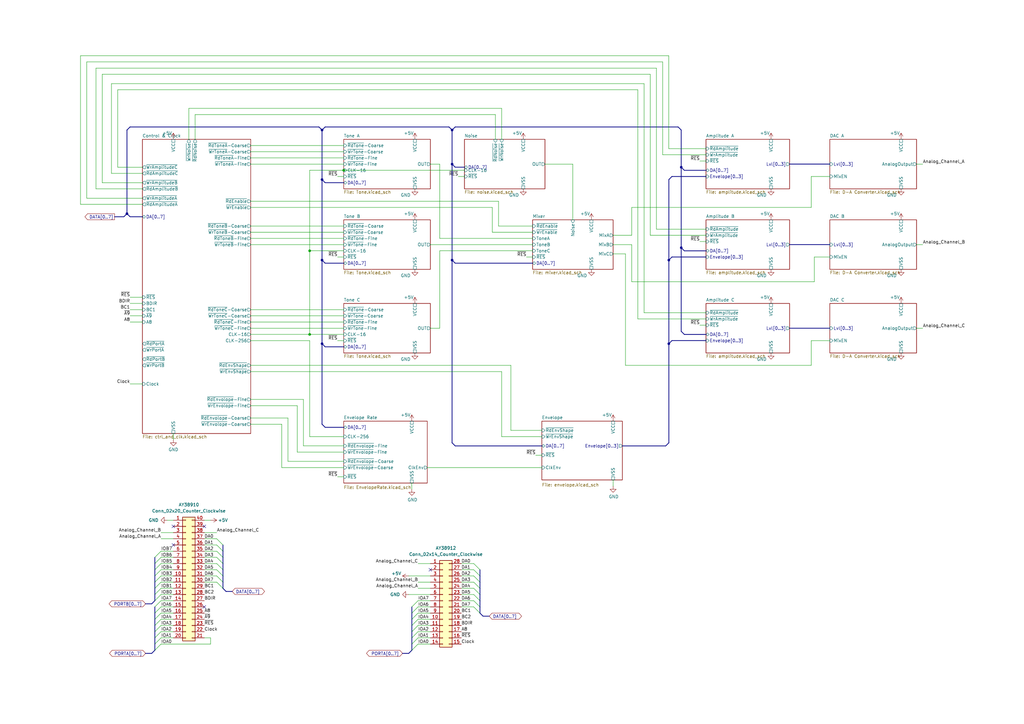
<source format=kicad_sch>
(kicad_sch
	(version 20250114)
	(generator "eeschema")
	(generator_version "9.0")
	(uuid "8eef740d-8da3-42da-ac6f-9d6f12e017d3")
	(paper "A3")
	(lib_symbols
		(symbol "4ms_Power-symbol:+5V"
			(power)
			(pin_names
				(offset 0)
			)
			(exclude_from_sim no)
			(in_bom yes)
			(on_board yes)
			(property "Reference" "#PWR"
				(at 0 -3.81 0)
				(effects
					(font
						(size 1.27 1.27)
					)
					(hide yes)
				)
			)
			(property "Value" "+5V"
				(at 0 3.556 0)
				(effects
					(font
						(size 1.27 1.27)
					)
				)
			)
			(property "Footprint" ""
				(at 0 0 0)
				(effects
					(font
						(size 1.27 1.27)
					)
					(hide yes)
				)
			)
			(property "Datasheet" ""
				(at 0 0 0)
				(effects
					(font
						(size 1.27 1.27)
					)
					(hide yes)
				)
			)
			(property "Description" ""
				(at 0 0 0)
				(effects
					(font
						(size 1.27 1.27)
					)
					(hide yes)
				)
			)
			(symbol "+5V_0_1"
				(polyline
					(pts
						(xy -0.762 1.27) (xy 0 2.54)
					)
					(stroke
						(width 0)
						(type default)
					)
					(fill
						(type none)
					)
				)
				(polyline
					(pts
						(xy 0 2.54) (xy 0.762 1.27)
					)
					(stroke
						(width 0)
						(type default)
					)
					(fill
						(type none)
					)
				)
				(polyline
					(pts
						(xy 0 0) (xy 0 2.54)
					)
					(stroke
						(width 0)
						(type default)
					)
					(fill
						(type none)
					)
				)
			)
			(symbol "+5V_1_1"
				(pin power_in line
					(at 0 0 90)
					(length 0)
					(hide yes)
					(name "+5V"
						(effects
							(font
								(size 1.27 1.27)
							)
						)
					)
					(number "1"
						(effects
							(font
								(size 1.27 1.27)
							)
						)
					)
				)
			)
			(embedded_fonts no)
		)
		(symbol "4ms_Power-symbol:GND"
			(power)
			(pin_names
				(offset 0)
			)
			(exclude_from_sim no)
			(in_bom yes)
			(on_board yes)
			(property "Reference" "#PWR"
				(at 0 -6.35 0)
				(effects
					(font
						(size 1.27 1.27)
					)
					(hide yes)
				)
			)
			(property "Value" "GND"
				(at 0 -3.81 0)
				(effects
					(font
						(size 1.27 1.27)
					)
				)
			)
			(property "Footprint" ""
				(at 0 0 0)
				(effects
					(font
						(size 1.27 1.27)
					)
					(hide yes)
				)
			)
			(property "Datasheet" ""
				(at 0 0 0)
				(effects
					(font
						(size 1.27 1.27)
					)
					(hide yes)
				)
			)
			(property "Description" ""
				(at 0 0 0)
				(effects
					(font
						(size 1.27 1.27)
					)
					(hide yes)
				)
			)
			(symbol "GND_0_1"
				(polyline
					(pts
						(xy 0 0) (xy 0 -1.27) (xy 1.27 -1.27) (xy 0 -2.54) (xy -1.27 -1.27) (xy 0 -1.27)
					)
					(stroke
						(width 0)
						(type default)
					)
					(fill
						(type none)
					)
				)
			)
			(symbol "GND_1_1"
				(pin power_in line
					(at 0 0 270)
					(length 0)
					(hide yes)
					(name "GND"
						(effects
							(font
								(size 1.27 1.27)
							)
						)
					)
					(number "1"
						(effects
							(font
								(size 1.27 1.27)
							)
						)
					)
				)
			)
			(embedded_fonts no)
		)
		(symbol "Connector_Generic:Conn_02x14_Counter_Clockwise"
			(pin_names
				(offset 1.016)
				(hide yes)
			)
			(exclude_from_sim no)
			(in_bom yes)
			(on_board yes)
			(property "Reference" "J"
				(at 1.27 17.78 0)
				(effects
					(font
						(size 1.27 1.27)
					)
				)
			)
			(property "Value" "Conn_02x14_Counter_Clockwise"
				(at 1.27 -20.32 0)
				(effects
					(font
						(size 1.27 1.27)
					)
				)
			)
			(property "Footprint" ""
				(at 0 0 0)
				(effects
					(font
						(size 1.27 1.27)
					)
					(hide yes)
				)
			)
			(property "Datasheet" "~"
				(at 0 0 0)
				(effects
					(font
						(size 1.27 1.27)
					)
					(hide yes)
				)
			)
			(property "Description" "Generic connector, double row, 02x14, counter clockwise pin numbering scheme (similar to DIP package numbering), script generated (kicad-library-utils/schlib/autogen/connector/)"
				(at 0 0 0)
				(effects
					(font
						(size 1.27 1.27)
					)
					(hide yes)
				)
			)
			(property "ki_keywords" "connector"
				(at 0 0 0)
				(effects
					(font
						(size 1.27 1.27)
					)
					(hide yes)
				)
			)
			(property "ki_fp_filters" "Connector*:*_2x??_*"
				(at 0 0 0)
				(effects
					(font
						(size 1.27 1.27)
					)
					(hide yes)
				)
			)
			(symbol "Conn_02x14_Counter_Clockwise_1_1"
				(rectangle
					(start -1.27 16.51)
					(end 3.81 -19.05)
					(stroke
						(width 0.254)
						(type default)
					)
					(fill
						(type background)
					)
				)
				(rectangle
					(start -1.27 15.367)
					(end 0 15.113)
					(stroke
						(width 0.1524)
						(type default)
					)
					(fill
						(type none)
					)
				)
				(rectangle
					(start -1.27 12.827)
					(end 0 12.573)
					(stroke
						(width 0.1524)
						(type default)
					)
					(fill
						(type none)
					)
				)
				(rectangle
					(start -1.27 10.287)
					(end 0 10.033)
					(stroke
						(width 0.1524)
						(type default)
					)
					(fill
						(type none)
					)
				)
				(rectangle
					(start -1.27 7.747)
					(end 0 7.493)
					(stroke
						(width 0.1524)
						(type default)
					)
					(fill
						(type none)
					)
				)
				(rectangle
					(start -1.27 5.207)
					(end 0 4.953)
					(stroke
						(width 0.1524)
						(type default)
					)
					(fill
						(type none)
					)
				)
				(rectangle
					(start -1.27 2.667)
					(end 0 2.413)
					(stroke
						(width 0.1524)
						(type default)
					)
					(fill
						(type none)
					)
				)
				(rectangle
					(start -1.27 0.127)
					(end 0 -0.127)
					(stroke
						(width 0.1524)
						(type default)
					)
					(fill
						(type none)
					)
				)
				(rectangle
					(start -1.27 -2.413)
					(end 0 -2.667)
					(stroke
						(width 0.1524)
						(type default)
					)
					(fill
						(type none)
					)
				)
				(rectangle
					(start -1.27 -4.953)
					(end 0 -5.207)
					(stroke
						(width 0.1524)
						(type default)
					)
					(fill
						(type none)
					)
				)
				(rectangle
					(start -1.27 -7.493)
					(end 0 -7.747)
					(stroke
						(width 0.1524)
						(type default)
					)
					(fill
						(type none)
					)
				)
				(rectangle
					(start -1.27 -10.033)
					(end 0 -10.287)
					(stroke
						(width 0.1524)
						(type default)
					)
					(fill
						(type none)
					)
				)
				(rectangle
					(start -1.27 -12.573)
					(end 0 -12.827)
					(stroke
						(width 0.1524)
						(type default)
					)
					(fill
						(type none)
					)
				)
				(rectangle
					(start -1.27 -15.113)
					(end 0 -15.367)
					(stroke
						(width 0.1524)
						(type default)
					)
					(fill
						(type none)
					)
				)
				(rectangle
					(start -1.27 -17.653)
					(end 0 -17.907)
					(stroke
						(width 0.1524)
						(type default)
					)
					(fill
						(type none)
					)
				)
				(rectangle
					(start 3.81 15.367)
					(end 2.54 15.113)
					(stroke
						(width 0.1524)
						(type default)
					)
					(fill
						(type none)
					)
				)
				(rectangle
					(start 3.81 12.827)
					(end 2.54 12.573)
					(stroke
						(width 0.1524)
						(type default)
					)
					(fill
						(type none)
					)
				)
				(rectangle
					(start 3.81 10.287)
					(end 2.54 10.033)
					(stroke
						(width 0.1524)
						(type default)
					)
					(fill
						(type none)
					)
				)
				(rectangle
					(start 3.81 7.747)
					(end 2.54 7.493)
					(stroke
						(width 0.1524)
						(type default)
					)
					(fill
						(type none)
					)
				)
				(rectangle
					(start 3.81 5.207)
					(end 2.54 4.953)
					(stroke
						(width 0.1524)
						(type default)
					)
					(fill
						(type none)
					)
				)
				(rectangle
					(start 3.81 2.667)
					(end 2.54 2.413)
					(stroke
						(width 0.1524)
						(type default)
					)
					(fill
						(type none)
					)
				)
				(rectangle
					(start 3.81 0.127)
					(end 2.54 -0.127)
					(stroke
						(width 0.1524)
						(type default)
					)
					(fill
						(type none)
					)
				)
				(rectangle
					(start 3.81 -2.413)
					(end 2.54 -2.667)
					(stroke
						(width 0.1524)
						(type default)
					)
					(fill
						(type none)
					)
				)
				(rectangle
					(start 3.81 -4.953)
					(end 2.54 -5.207)
					(stroke
						(width 0.1524)
						(type default)
					)
					(fill
						(type none)
					)
				)
				(rectangle
					(start 3.81 -7.493)
					(end 2.54 -7.747)
					(stroke
						(width 0.1524)
						(type default)
					)
					(fill
						(type none)
					)
				)
				(rectangle
					(start 3.81 -10.033)
					(end 2.54 -10.287)
					(stroke
						(width 0.1524)
						(type default)
					)
					(fill
						(type none)
					)
				)
				(rectangle
					(start 3.81 -12.573)
					(end 2.54 -12.827)
					(stroke
						(width 0.1524)
						(type default)
					)
					(fill
						(type none)
					)
				)
				(rectangle
					(start 3.81 -15.113)
					(end 2.54 -15.367)
					(stroke
						(width 0.1524)
						(type default)
					)
					(fill
						(type none)
					)
				)
				(rectangle
					(start 3.81 -17.653)
					(end 2.54 -17.907)
					(stroke
						(width 0.1524)
						(type default)
					)
					(fill
						(type none)
					)
				)
				(pin passive line
					(at -5.08 15.24 0)
					(length 3.81)
					(name "Pin_1"
						(effects
							(font
								(size 1.27 1.27)
							)
						)
					)
					(number "1"
						(effects
							(font
								(size 1.27 1.27)
							)
						)
					)
				)
				(pin passive line
					(at -5.08 12.7 0)
					(length 3.81)
					(name "Pin_2"
						(effects
							(font
								(size 1.27 1.27)
							)
						)
					)
					(number "2"
						(effects
							(font
								(size 1.27 1.27)
							)
						)
					)
				)
				(pin passive line
					(at -5.08 10.16 0)
					(length 3.81)
					(name "Pin_3"
						(effects
							(font
								(size 1.27 1.27)
							)
						)
					)
					(number "3"
						(effects
							(font
								(size 1.27 1.27)
							)
						)
					)
				)
				(pin passive line
					(at -5.08 7.62 0)
					(length 3.81)
					(name "Pin_4"
						(effects
							(font
								(size 1.27 1.27)
							)
						)
					)
					(number "4"
						(effects
							(font
								(size 1.27 1.27)
							)
						)
					)
				)
				(pin passive line
					(at -5.08 5.08 0)
					(length 3.81)
					(name "Pin_5"
						(effects
							(font
								(size 1.27 1.27)
							)
						)
					)
					(number "5"
						(effects
							(font
								(size 1.27 1.27)
							)
						)
					)
				)
				(pin passive line
					(at -5.08 2.54 0)
					(length 3.81)
					(name "Pin_6"
						(effects
							(font
								(size 1.27 1.27)
							)
						)
					)
					(number "6"
						(effects
							(font
								(size 1.27 1.27)
							)
						)
					)
				)
				(pin passive line
					(at -5.08 0 0)
					(length 3.81)
					(name "Pin_7"
						(effects
							(font
								(size 1.27 1.27)
							)
						)
					)
					(number "7"
						(effects
							(font
								(size 1.27 1.27)
							)
						)
					)
				)
				(pin passive line
					(at -5.08 -2.54 0)
					(length 3.81)
					(name "Pin_8"
						(effects
							(font
								(size 1.27 1.27)
							)
						)
					)
					(number "8"
						(effects
							(font
								(size 1.27 1.27)
							)
						)
					)
				)
				(pin passive line
					(at -5.08 -5.08 0)
					(length 3.81)
					(name "Pin_9"
						(effects
							(font
								(size 1.27 1.27)
							)
						)
					)
					(number "9"
						(effects
							(font
								(size 1.27 1.27)
							)
						)
					)
				)
				(pin passive line
					(at -5.08 -7.62 0)
					(length 3.81)
					(name "Pin_10"
						(effects
							(font
								(size 1.27 1.27)
							)
						)
					)
					(number "10"
						(effects
							(font
								(size 1.27 1.27)
							)
						)
					)
				)
				(pin passive line
					(at -5.08 -10.16 0)
					(length 3.81)
					(name "Pin_11"
						(effects
							(font
								(size 1.27 1.27)
							)
						)
					)
					(number "11"
						(effects
							(font
								(size 1.27 1.27)
							)
						)
					)
				)
				(pin passive line
					(at -5.08 -12.7 0)
					(length 3.81)
					(name "Pin_12"
						(effects
							(font
								(size 1.27 1.27)
							)
						)
					)
					(number "12"
						(effects
							(font
								(size 1.27 1.27)
							)
						)
					)
				)
				(pin passive line
					(at -5.08 -15.24 0)
					(length 3.81)
					(name "Pin_13"
						(effects
							(font
								(size 1.27 1.27)
							)
						)
					)
					(number "13"
						(effects
							(font
								(size 1.27 1.27)
							)
						)
					)
				)
				(pin passive line
					(at -5.08 -17.78 0)
					(length 3.81)
					(name "Pin_14"
						(effects
							(font
								(size 1.27 1.27)
							)
						)
					)
					(number "14"
						(effects
							(font
								(size 1.27 1.27)
							)
						)
					)
				)
				(pin passive line
					(at 7.62 15.24 180)
					(length 3.81)
					(name "Pin_28"
						(effects
							(font
								(size 1.27 1.27)
							)
						)
					)
					(number "28"
						(effects
							(font
								(size 1.27 1.27)
							)
						)
					)
				)
				(pin passive line
					(at 7.62 12.7 180)
					(length 3.81)
					(name "Pin_27"
						(effects
							(font
								(size 1.27 1.27)
							)
						)
					)
					(number "27"
						(effects
							(font
								(size 1.27 1.27)
							)
						)
					)
				)
				(pin passive line
					(at 7.62 10.16 180)
					(length 3.81)
					(name "Pin_26"
						(effects
							(font
								(size 1.27 1.27)
							)
						)
					)
					(number "26"
						(effects
							(font
								(size 1.27 1.27)
							)
						)
					)
				)
				(pin passive line
					(at 7.62 7.62 180)
					(length 3.81)
					(name "Pin_25"
						(effects
							(font
								(size 1.27 1.27)
							)
						)
					)
					(number "25"
						(effects
							(font
								(size 1.27 1.27)
							)
						)
					)
				)
				(pin passive line
					(at 7.62 5.08 180)
					(length 3.81)
					(name "Pin_24"
						(effects
							(font
								(size 1.27 1.27)
							)
						)
					)
					(number "24"
						(effects
							(font
								(size 1.27 1.27)
							)
						)
					)
				)
				(pin passive line
					(at 7.62 2.54 180)
					(length 3.81)
					(name "Pin_23"
						(effects
							(font
								(size 1.27 1.27)
							)
						)
					)
					(number "23"
						(effects
							(font
								(size 1.27 1.27)
							)
						)
					)
				)
				(pin passive line
					(at 7.62 0 180)
					(length 3.81)
					(name "Pin_22"
						(effects
							(font
								(size 1.27 1.27)
							)
						)
					)
					(number "22"
						(effects
							(font
								(size 1.27 1.27)
							)
						)
					)
				)
				(pin passive line
					(at 7.62 -2.54 180)
					(length 3.81)
					(name "Pin_21"
						(effects
							(font
								(size 1.27 1.27)
							)
						)
					)
					(number "21"
						(effects
							(font
								(size 1.27 1.27)
							)
						)
					)
				)
				(pin passive line
					(at 7.62 -5.08 180)
					(length 3.81)
					(name "Pin_20"
						(effects
							(font
								(size 1.27 1.27)
							)
						)
					)
					(number "20"
						(effects
							(font
								(size 1.27 1.27)
							)
						)
					)
				)
				(pin passive line
					(at 7.62 -7.62 180)
					(length 3.81)
					(name "Pin_19"
						(effects
							(font
								(size 1.27 1.27)
							)
						)
					)
					(number "19"
						(effects
							(font
								(size 1.27 1.27)
							)
						)
					)
				)
				(pin passive line
					(at 7.62 -10.16 180)
					(length 3.81)
					(name "Pin_18"
						(effects
							(font
								(size 1.27 1.27)
							)
						)
					)
					(number "18"
						(effects
							(font
								(size 1.27 1.27)
							)
						)
					)
				)
				(pin passive line
					(at 7.62 -12.7 180)
					(length 3.81)
					(name "Pin_17"
						(effects
							(font
								(size 1.27 1.27)
							)
						)
					)
					(number "17"
						(effects
							(font
								(size 1.27 1.27)
							)
						)
					)
				)
				(pin passive line
					(at 7.62 -15.24 180)
					(length 3.81)
					(name "Pin_16"
						(effects
							(font
								(size 1.27 1.27)
							)
						)
					)
					(number "16"
						(effects
							(font
								(size 1.27 1.27)
							)
						)
					)
				)
				(pin passive line
					(at 7.62 -17.78 180)
					(length 3.81)
					(name "Pin_15"
						(effects
							(font
								(size 1.27 1.27)
							)
						)
					)
					(number "15"
						(effects
							(font
								(size 1.27 1.27)
							)
						)
					)
				)
			)
			(embedded_fonts no)
		)
		(symbol "Connector_Generic:Conn_02x20_Counter_Clockwise"
			(pin_names
				(offset 1.016)
				(hide yes)
			)
			(exclude_from_sim no)
			(in_bom yes)
			(on_board yes)
			(property "Reference" "J"
				(at 1.27 25.4 0)
				(effects
					(font
						(size 1.27 1.27)
					)
				)
			)
			(property "Value" "Conn_02x20_Counter_Clockwise"
				(at 1.27 -27.94 0)
				(effects
					(font
						(size 1.27 1.27)
					)
				)
			)
			(property "Footprint" ""
				(at 0 0 0)
				(effects
					(font
						(size 1.27 1.27)
					)
					(hide yes)
				)
			)
			(property "Datasheet" "~"
				(at 0 0 0)
				(effects
					(font
						(size 1.27 1.27)
					)
					(hide yes)
				)
			)
			(property "Description" "Generic connector, double row, 02x20, counter clockwise pin numbering scheme (similar to DIP package numbering), script generated (kicad-library-utils/schlib/autogen/connector/)"
				(at 0 0 0)
				(effects
					(font
						(size 1.27 1.27)
					)
					(hide yes)
				)
			)
			(property "ki_keywords" "connector"
				(at 0 0 0)
				(effects
					(font
						(size 1.27 1.27)
					)
					(hide yes)
				)
			)
			(property "ki_fp_filters" "Connector*:*_2x??_*"
				(at 0 0 0)
				(effects
					(font
						(size 1.27 1.27)
					)
					(hide yes)
				)
			)
			(symbol "Conn_02x20_Counter_Clockwise_1_1"
				(rectangle
					(start -1.27 24.13)
					(end 3.81 -26.67)
					(stroke
						(width 0.254)
						(type default)
					)
					(fill
						(type background)
					)
				)
				(rectangle
					(start -1.27 22.987)
					(end 0 22.733)
					(stroke
						(width 0.1524)
						(type default)
					)
					(fill
						(type none)
					)
				)
				(rectangle
					(start -1.27 20.447)
					(end 0 20.193)
					(stroke
						(width 0.1524)
						(type default)
					)
					(fill
						(type none)
					)
				)
				(rectangle
					(start -1.27 17.907)
					(end 0 17.653)
					(stroke
						(width 0.1524)
						(type default)
					)
					(fill
						(type none)
					)
				)
				(rectangle
					(start -1.27 15.367)
					(end 0 15.113)
					(stroke
						(width 0.1524)
						(type default)
					)
					(fill
						(type none)
					)
				)
				(rectangle
					(start -1.27 12.827)
					(end 0 12.573)
					(stroke
						(width 0.1524)
						(type default)
					)
					(fill
						(type none)
					)
				)
				(rectangle
					(start -1.27 10.287)
					(end 0 10.033)
					(stroke
						(width 0.1524)
						(type default)
					)
					(fill
						(type none)
					)
				)
				(rectangle
					(start -1.27 7.747)
					(end 0 7.493)
					(stroke
						(width 0.1524)
						(type default)
					)
					(fill
						(type none)
					)
				)
				(rectangle
					(start -1.27 5.207)
					(end 0 4.953)
					(stroke
						(width 0.1524)
						(type default)
					)
					(fill
						(type none)
					)
				)
				(rectangle
					(start -1.27 2.667)
					(end 0 2.413)
					(stroke
						(width 0.1524)
						(type default)
					)
					(fill
						(type none)
					)
				)
				(rectangle
					(start -1.27 0.127)
					(end 0 -0.127)
					(stroke
						(width 0.1524)
						(type default)
					)
					(fill
						(type none)
					)
				)
				(rectangle
					(start -1.27 -2.413)
					(end 0 -2.667)
					(stroke
						(width 0.1524)
						(type default)
					)
					(fill
						(type none)
					)
				)
				(rectangle
					(start -1.27 -4.953)
					(end 0 -5.207)
					(stroke
						(width 0.1524)
						(type default)
					)
					(fill
						(type none)
					)
				)
				(rectangle
					(start -1.27 -7.493)
					(end 0 -7.747)
					(stroke
						(width 0.1524)
						(type default)
					)
					(fill
						(type none)
					)
				)
				(rectangle
					(start -1.27 -10.033)
					(end 0 -10.287)
					(stroke
						(width 0.1524)
						(type default)
					)
					(fill
						(type none)
					)
				)
				(rectangle
					(start -1.27 -12.573)
					(end 0 -12.827)
					(stroke
						(width 0.1524)
						(type default)
					)
					(fill
						(type none)
					)
				)
				(rectangle
					(start -1.27 -15.113)
					(end 0 -15.367)
					(stroke
						(width 0.1524)
						(type default)
					)
					(fill
						(type none)
					)
				)
				(rectangle
					(start -1.27 -17.653)
					(end 0 -17.907)
					(stroke
						(width 0.1524)
						(type default)
					)
					(fill
						(type none)
					)
				)
				(rectangle
					(start -1.27 -20.193)
					(end 0 -20.447)
					(stroke
						(width 0.1524)
						(type default)
					)
					(fill
						(type none)
					)
				)
				(rectangle
					(start -1.27 -22.733)
					(end 0 -22.987)
					(stroke
						(width 0.1524)
						(type default)
					)
					(fill
						(type none)
					)
				)
				(rectangle
					(start -1.27 -25.273)
					(end 0 -25.527)
					(stroke
						(width 0.1524)
						(type default)
					)
					(fill
						(type none)
					)
				)
				(rectangle
					(start 3.81 22.987)
					(end 2.54 22.733)
					(stroke
						(width 0.1524)
						(type default)
					)
					(fill
						(type none)
					)
				)
				(rectangle
					(start 3.81 20.447)
					(end 2.54 20.193)
					(stroke
						(width 0.1524)
						(type default)
					)
					(fill
						(type none)
					)
				)
				(rectangle
					(start 3.81 17.907)
					(end 2.54 17.653)
					(stroke
						(width 0.1524)
						(type default)
					)
					(fill
						(type none)
					)
				)
				(rectangle
					(start 3.81 15.367)
					(end 2.54 15.113)
					(stroke
						(width 0.1524)
						(type default)
					)
					(fill
						(type none)
					)
				)
				(rectangle
					(start 3.81 12.827)
					(end 2.54 12.573)
					(stroke
						(width 0.1524)
						(type default)
					)
					(fill
						(type none)
					)
				)
				(rectangle
					(start 3.81 10.287)
					(end 2.54 10.033)
					(stroke
						(width 0.1524)
						(type default)
					)
					(fill
						(type none)
					)
				)
				(rectangle
					(start 3.81 7.747)
					(end 2.54 7.493)
					(stroke
						(width 0.1524)
						(type default)
					)
					(fill
						(type none)
					)
				)
				(rectangle
					(start 3.81 5.207)
					(end 2.54 4.953)
					(stroke
						(width 0.1524)
						(type default)
					)
					(fill
						(type none)
					)
				)
				(rectangle
					(start 3.81 2.667)
					(end 2.54 2.413)
					(stroke
						(width 0.1524)
						(type default)
					)
					(fill
						(type none)
					)
				)
				(rectangle
					(start 3.81 0.127)
					(end 2.54 -0.127)
					(stroke
						(width 0.1524)
						(type default)
					)
					(fill
						(type none)
					)
				)
				(rectangle
					(start 3.81 -2.413)
					(end 2.54 -2.667)
					(stroke
						(width 0.1524)
						(type default)
					)
					(fill
						(type none)
					)
				)
				(rectangle
					(start 3.81 -4.953)
					(end 2.54 -5.207)
					(stroke
						(width 0.1524)
						(type default)
					)
					(fill
						(type none)
					)
				)
				(rectangle
					(start 3.81 -7.493)
					(end 2.54 -7.747)
					(stroke
						(width 0.1524)
						(type default)
					)
					(fill
						(type none)
					)
				)
				(rectangle
					(start 3.81 -10.033)
					(end 2.54 -10.287)
					(stroke
						(width 0.1524)
						(type default)
					)
					(fill
						(type none)
					)
				)
				(rectangle
					(start 3.81 -12.573)
					(end 2.54 -12.827)
					(stroke
						(width 0.1524)
						(type default)
					)
					(fill
						(type none)
					)
				)
				(rectangle
					(start 3.81 -15.113)
					(end 2.54 -15.367)
					(stroke
						(width 0.1524)
						(type default)
					)
					(fill
						(type none)
					)
				)
				(rectangle
					(start 3.81 -17.653)
					(end 2.54 -17.907)
					(stroke
						(width 0.1524)
						(type default)
					)
					(fill
						(type none)
					)
				)
				(rectangle
					(start 3.81 -20.193)
					(end 2.54 -20.447)
					(stroke
						(width 0.1524)
						(type default)
					)
					(fill
						(type none)
					)
				)
				(rectangle
					(start 3.81 -22.733)
					(end 2.54 -22.987)
					(stroke
						(width 0.1524)
						(type default)
					)
					(fill
						(type none)
					)
				)
				(rectangle
					(start 3.81 -25.273)
					(end 2.54 -25.527)
					(stroke
						(width 0.1524)
						(type default)
					)
					(fill
						(type none)
					)
				)
				(pin passive line
					(at -5.08 22.86 0)
					(length 3.81)
					(name "Pin_1"
						(effects
							(font
								(size 1.27 1.27)
							)
						)
					)
					(number "1"
						(effects
							(font
								(size 1.27 1.27)
							)
						)
					)
				)
				(pin passive line
					(at -5.08 20.32 0)
					(length 3.81)
					(name "Pin_2"
						(effects
							(font
								(size 1.27 1.27)
							)
						)
					)
					(number "2"
						(effects
							(font
								(size 1.27 1.27)
							)
						)
					)
				)
				(pin passive line
					(at -5.08 17.78 0)
					(length 3.81)
					(name "Pin_3"
						(effects
							(font
								(size 1.27 1.27)
							)
						)
					)
					(number "3"
						(effects
							(font
								(size 1.27 1.27)
							)
						)
					)
				)
				(pin passive line
					(at -5.08 15.24 0)
					(length 3.81)
					(name "Pin_4"
						(effects
							(font
								(size 1.27 1.27)
							)
						)
					)
					(number "4"
						(effects
							(font
								(size 1.27 1.27)
							)
						)
					)
				)
				(pin passive line
					(at -5.08 12.7 0)
					(length 3.81)
					(name "Pin_5"
						(effects
							(font
								(size 1.27 1.27)
							)
						)
					)
					(number "5"
						(effects
							(font
								(size 1.27 1.27)
							)
						)
					)
				)
				(pin passive line
					(at -5.08 10.16 0)
					(length 3.81)
					(name "Pin_6"
						(effects
							(font
								(size 1.27 1.27)
							)
						)
					)
					(number "6"
						(effects
							(font
								(size 1.27 1.27)
							)
						)
					)
				)
				(pin passive line
					(at -5.08 7.62 0)
					(length 3.81)
					(name "Pin_7"
						(effects
							(font
								(size 1.27 1.27)
							)
						)
					)
					(number "7"
						(effects
							(font
								(size 1.27 1.27)
							)
						)
					)
				)
				(pin passive line
					(at -5.08 5.08 0)
					(length 3.81)
					(name "Pin_8"
						(effects
							(font
								(size 1.27 1.27)
							)
						)
					)
					(number "8"
						(effects
							(font
								(size 1.27 1.27)
							)
						)
					)
				)
				(pin passive line
					(at -5.08 2.54 0)
					(length 3.81)
					(name "Pin_9"
						(effects
							(font
								(size 1.27 1.27)
							)
						)
					)
					(number "9"
						(effects
							(font
								(size 1.27 1.27)
							)
						)
					)
				)
				(pin passive line
					(at -5.08 0 0)
					(length 3.81)
					(name "Pin_10"
						(effects
							(font
								(size 1.27 1.27)
							)
						)
					)
					(number "10"
						(effects
							(font
								(size 1.27 1.27)
							)
						)
					)
				)
				(pin passive line
					(at -5.08 -2.54 0)
					(length 3.81)
					(name "Pin_11"
						(effects
							(font
								(size 1.27 1.27)
							)
						)
					)
					(number "11"
						(effects
							(font
								(size 1.27 1.27)
							)
						)
					)
				)
				(pin passive line
					(at -5.08 -5.08 0)
					(length 3.81)
					(name "Pin_12"
						(effects
							(font
								(size 1.27 1.27)
							)
						)
					)
					(number "12"
						(effects
							(font
								(size 1.27 1.27)
							)
						)
					)
				)
				(pin passive line
					(at -5.08 -7.62 0)
					(length 3.81)
					(name "Pin_13"
						(effects
							(font
								(size 1.27 1.27)
							)
						)
					)
					(number "13"
						(effects
							(font
								(size 1.27 1.27)
							)
						)
					)
				)
				(pin passive line
					(at -5.08 -10.16 0)
					(length 3.81)
					(name "Pin_14"
						(effects
							(font
								(size 1.27 1.27)
							)
						)
					)
					(number "14"
						(effects
							(font
								(size 1.27 1.27)
							)
						)
					)
				)
				(pin passive line
					(at -5.08 -12.7 0)
					(length 3.81)
					(name "Pin_15"
						(effects
							(font
								(size 1.27 1.27)
							)
						)
					)
					(number "15"
						(effects
							(font
								(size 1.27 1.27)
							)
						)
					)
				)
				(pin passive line
					(at -5.08 -15.24 0)
					(length 3.81)
					(name "Pin_16"
						(effects
							(font
								(size 1.27 1.27)
							)
						)
					)
					(number "16"
						(effects
							(font
								(size 1.27 1.27)
							)
						)
					)
				)
				(pin passive line
					(at -5.08 -17.78 0)
					(length 3.81)
					(name "Pin_17"
						(effects
							(font
								(size 1.27 1.27)
							)
						)
					)
					(number "17"
						(effects
							(font
								(size 1.27 1.27)
							)
						)
					)
				)
				(pin passive line
					(at -5.08 -20.32 0)
					(length 3.81)
					(name "Pin_18"
						(effects
							(font
								(size 1.27 1.27)
							)
						)
					)
					(number "18"
						(effects
							(font
								(size 1.27 1.27)
							)
						)
					)
				)
				(pin passive line
					(at -5.08 -22.86 0)
					(length 3.81)
					(name "Pin_19"
						(effects
							(font
								(size 1.27 1.27)
							)
						)
					)
					(number "19"
						(effects
							(font
								(size 1.27 1.27)
							)
						)
					)
				)
				(pin passive line
					(at -5.08 -25.4 0)
					(length 3.81)
					(name "Pin_20"
						(effects
							(font
								(size 1.27 1.27)
							)
						)
					)
					(number "20"
						(effects
							(font
								(size 1.27 1.27)
							)
						)
					)
				)
				(pin passive line
					(at 7.62 22.86 180)
					(length 3.81)
					(name "Pin_40"
						(effects
							(font
								(size 1.27 1.27)
							)
						)
					)
					(number "40"
						(effects
							(font
								(size 1.27 1.27)
							)
						)
					)
				)
				(pin passive line
					(at 7.62 20.32 180)
					(length 3.81)
					(name "Pin_39"
						(effects
							(font
								(size 1.27 1.27)
							)
						)
					)
					(number "39"
						(effects
							(font
								(size 1.27 1.27)
							)
						)
					)
				)
				(pin passive line
					(at 7.62 17.78 180)
					(length 3.81)
					(name "Pin_38"
						(effects
							(font
								(size 1.27 1.27)
							)
						)
					)
					(number "38"
						(effects
							(font
								(size 1.27 1.27)
							)
						)
					)
				)
				(pin passive line
					(at 7.62 15.24 180)
					(length 3.81)
					(name "Pin_37"
						(effects
							(font
								(size 1.27 1.27)
							)
						)
					)
					(number "37"
						(effects
							(font
								(size 1.27 1.27)
							)
						)
					)
				)
				(pin passive line
					(at 7.62 12.7 180)
					(length 3.81)
					(name "Pin_36"
						(effects
							(font
								(size 1.27 1.27)
							)
						)
					)
					(number "36"
						(effects
							(font
								(size 1.27 1.27)
							)
						)
					)
				)
				(pin passive line
					(at 7.62 10.16 180)
					(length 3.81)
					(name "Pin_35"
						(effects
							(font
								(size 1.27 1.27)
							)
						)
					)
					(number "35"
						(effects
							(font
								(size 1.27 1.27)
							)
						)
					)
				)
				(pin passive line
					(at 7.62 7.62 180)
					(length 3.81)
					(name "Pin_34"
						(effects
							(font
								(size 1.27 1.27)
							)
						)
					)
					(number "34"
						(effects
							(font
								(size 1.27 1.27)
							)
						)
					)
				)
				(pin passive line
					(at 7.62 5.08 180)
					(length 3.81)
					(name "Pin_33"
						(effects
							(font
								(size 1.27 1.27)
							)
						)
					)
					(number "33"
						(effects
							(font
								(size 1.27 1.27)
							)
						)
					)
				)
				(pin passive line
					(at 7.62 2.54 180)
					(length 3.81)
					(name "Pin_32"
						(effects
							(font
								(size 1.27 1.27)
							)
						)
					)
					(number "32"
						(effects
							(font
								(size 1.27 1.27)
							)
						)
					)
				)
				(pin passive line
					(at 7.62 0 180)
					(length 3.81)
					(name "Pin_31"
						(effects
							(font
								(size 1.27 1.27)
							)
						)
					)
					(number "31"
						(effects
							(font
								(size 1.27 1.27)
							)
						)
					)
				)
				(pin passive line
					(at 7.62 -2.54 180)
					(length 3.81)
					(name "Pin_30"
						(effects
							(font
								(size 1.27 1.27)
							)
						)
					)
					(number "30"
						(effects
							(font
								(size 1.27 1.27)
							)
						)
					)
				)
				(pin passive line
					(at 7.62 -5.08 180)
					(length 3.81)
					(name "Pin_29"
						(effects
							(font
								(size 1.27 1.27)
							)
						)
					)
					(number "29"
						(effects
							(font
								(size 1.27 1.27)
							)
						)
					)
				)
				(pin passive line
					(at 7.62 -7.62 180)
					(length 3.81)
					(name "Pin_28"
						(effects
							(font
								(size 1.27 1.27)
							)
						)
					)
					(number "28"
						(effects
							(font
								(size 1.27 1.27)
							)
						)
					)
				)
				(pin passive line
					(at 7.62 -10.16 180)
					(length 3.81)
					(name "Pin_27"
						(effects
							(font
								(size 1.27 1.27)
							)
						)
					)
					(number "27"
						(effects
							(font
								(size 1.27 1.27)
							)
						)
					)
				)
				(pin passive line
					(at 7.62 -12.7 180)
					(length 3.81)
					(name "Pin_26"
						(effects
							(font
								(size 1.27 1.27)
							)
						)
					)
					(number "26"
						(effects
							(font
								(size 1.27 1.27)
							)
						)
					)
				)
				(pin passive line
					(at 7.62 -15.24 180)
					(length 3.81)
					(name "Pin_25"
						(effects
							(font
								(size 1.27 1.27)
							)
						)
					)
					(number "25"
						(effects
							(font
								(size 1.27 1.27)
							)
						)
					)
				)
				(pin passive line
					(at 7.62 -17.78 180)
					(length 3.81)
					(name "Pin_24"
						(effects
							(font
								(size 1.27 1.27)
							)
						)
					)
					(number "24"
						(effects
							(font
								(size 1.27 1.27)
							)
						)
					)
				)
				(pin passive line
					(at 7.62 -20.32 180)
					(length 3.81)
					(name "Pin_23"
						(effects
							(font
								(size 1.27 1.27)
							)
						)
					)
					(number "23"
						(effects
							(font
								(size 1.27 1.27)
							)
						)
					)
				)
				(pin passive line
					(at 7.62 -22.86 180)
					(length 3.81)
					(name "Pin_22"
						(effects
							(font
								(size 1.27 1.27)
							)
						)
					)
					(number "22"
						(effects
							(font
								(size 1.27 1.27)
							)
						)
					)
				)
				(pin passive line
					(at 7.62 -25.4 180)
					(length 3.81)
					(name "Pin_21"
						(effects
							(font
								(size 1.27 1.27)
							)
						)
					)
					(number "21"
						(effects
							(font
								(size 1.27 1.27)
							)
						)
					)
				)
			)
			(embedded_fonts no)
		)
	)
	(junction
		(at 185.42 53.34)
		(diameter 0)
		(color 0 0 0 0)
		(uuid "131a98b0-1d26-4a3d-b0b6-c7978f70ef1d")
	)
	(junction
		(at 127 137.16)
		(diameter 0)
		(color 0 0 0 0)
		(uuid "1e36713b-0f20-43fc-a2ef-8accf8fa8419")
	)
	(junction
		(at 132.08 140.97)
		(diameter 0)
		(color 0 0 0 0)
		(uuid "2448628e-6dda-421f-9b56-1abee49236a0")
	)
	(junction
		(at 274.32 140.97)
		(diameter 0)
		(color 0 0 0 0)
		(uuid "41022fa2-a3e0-4dab-a738-b7def6e5b22b")
	)
	(junction
		(at 132.08 73.66)
		(diameter 0)
		(color 0 0 0 0)
		(uuid "4f61244c-2ce5-4b01-b5dd-c50679aa0631")
	)
	(junction
		(at 185.42 106.68)
		(diameter 0)
		(color 0 0 0 0)
		(uuid "580c6064-2bb8-49ee-bad1-51398ab5cc0f")
	)
	(junction
		(at 274.32 106.68)
		(diameter 0)
		(color 0 0 0 0)
		(uuid "87deb257-4f04-478c-9c71-0211add381bf")
	)
	(junction
		(at 127 102.87)
		(diameter 0)
		(color 0 0 0 0)
		(uuid "a95f0514-4376-4c15-ac76-11062501894d")
	)
	(junction
		(at 185.42 67.31)
		(diameter 0)
		(color 0 0 0 0)
		(uuid "babc973e-7190-48ba-beda-70e9f89c8ec4")
	)
	(junction
		(at 140.97 69.85)
		(diameter 0)
		(color 0 0 0 0)
		(uuid "c0b8747f-0f1c-4a49-af5a-3a99fccd6e77")
	)
	(junction
		(at 52.07 87.63)
		(diameter 0)
		(color 0 0 0 0)
		(uuid "c735bbb8-bd5c-4afe-bc72-a0f7b3457bfc")
	)
	(junction
		(at 279.4 101.6)
		(diameter 0)
		(color 0 0 0 0)
		(uuid "cb560f1c-33ee-41a4-8e84-0fdc8d4f957a")
	)
	(junction
		(at 132.08 53.34)
		(diameter 0)
		(color 0 0 0 0)
		(uuid "e6370ed8-f485-400f-936e-51b59375ff17")
	)
	(junction
		(at 279.4 68.58)
		(diameter 0)
		(color 0 0 0 0)
		(uuid "eb49d077-4ce7-4dd7-b990-46a45d5aa02a")
	)
	(junction
		(at 132.08 106.68)
		(diameter 0)
		(color 0 0 0 0)
		(uuid "f5245b51-8a4e-407c-a4b9-77a8fc48cd87")
	)
	(no_connect
		(at 83.82 248.92)
		(uuid "03ac4259-93ae-4454-87a6-56a5082cf89b")
	)
	(no_connect
		(at 83.82 215.9)
		(uuid "108e3917-0c63-438f-8e50-7695f360769d")
	)
	(no_connect
		(at 71.12 223.52)
		(uuid "525d6b16-5259-4cbb-97e3-bace2d14aa19")
	)
	(no_connect
		(at 176.53 233.68)
		(uuid "81e09499-370d-4d94-9e98-87e7d1fd9993")
	)
	(no_connect
		(at 71.12 215.9)
		(uuid "b31cba25-8767-4a61-9662-8d9cdb7f438f")
	)
	(bus_entry
		(at 91.44 226.06)
		(size -2.54 -2.54)
		(stroke
			(width 0)
			(type default)
		)
		(uuid "0808b3ac-15f4-4422-a85c-08487869c0fd")
	)
	(bus_entry
		(at 196.85 246.38)
		(size -2.54 -2.54)
		(stroke
			(width 0)
			(type default)
		)
		(uuid "110e0585-473b-4bcd-975a-a394ae8cf8bd")
	)
	(bus_entry
		(at 63.5 243.84)
		(size 2.54 -2.54)
		(stroke
			(width 0)
			(type default)
		)
		(uuid "13dfc71f-73f3-429d-a8f3-f3c841ffab7c")
	)
	(bus_entry
		(at 196.85 238.76)
		(size -2.54 -2.54)
		(stroke
			(width 0)
			(type default)
		)
		(uuid "15374f8d-884c-47ba-b877-87e5abc1be4d")
	)
	(bus_entry
		(at 168.91 266.7)
		(size 2.54 -2.54)
		(stroke
			(width 0)
			(type default)
		)
		(uuid "20826f0e-7693-4087-980c-61b430dfe82f")
	)
	(bus_entry
		(at 63.5 248.92)
		(size 2.54 -2.54)
		(stroke
			(width 0)
			(type default)
		)
		(uuid "264ba9ff-5c96-4169-a926-f33c2f550aba")
	)
	(bus_entry
		(at 63.5 251.46)
		(size 2.54 -2.54)
		(stroke
			(width 0)
			(type default)
		)
		(uuid "32212909-3d98-4e0a-a11d-6f796617f1e6")
	)
	(bus_entry
		(at 91.44 233.68)
		(size -2.54 -2.54)
		(stroke
			(width 0)
			(type default)
		)
		(uuid "49a3ee3f-0a01-4ea4-8506-a6d2f5a0eb3b")
	)
	(bus_entry
		(at 168.91 264.16)
		(size 2.54 -2.54)
		(stroke
			(width 0)
			(type default)
		)
		(uuid "4faab8a3-30e8-4015-9eea-94c9ca28495e")
	)
	(bus_entry
		(at 63.5 256.54)
		(size 2.54 -2.54)
		(stroke
			(width 0)
			(type default)
		)
		(uuid "54eab988-2a58-43fe-bf41-b086879b70a7")
	)
	(bus_entry
		(at 63.5 241.3)
		(size 2.54 -2.54)
		(stroke
			(width 0)
			(type default)
		)
		(uuid "5995fbcf-5c58-4ccd-8b89-ea74e4898e1d")
	)
	(bus_entry
		(at 63.5 233.68)
		(size 2.54 -2.54)
		(stroke
			(width 0)
			(type default)
		)
		(uuid "5d01d2e2-ebc7-48aa-94cc-334732948c73")
	)
	(bus_entry
		(at 196.85 233.68)
		(size -2.54 -2.54)
		(stroke
			(width 0)
			(type default)
		)
		(uuid "613edea7-4657-45ca-af66-44ce712111f3")
	)
	(bus_entry
		(at 196.85 251.46)
		(size -2.54 -2.54)
		(stroke
			(width 0)
			(type default)
		)
		(uuid "653dccaa-eaa5-4f46-9d23-225027e23c02")
	)
	(bus_entry
		(at 91.44 241.3)
		(size -2.54 -2.54)
		(stroke
			(width 0)
			(type default)
		)
		(uuid "74416525-84d0-46d2-a725-fa48a383113c")
	)
	(bus_entry
		(at 63.5 236.22)
		(size 2.54 -2.54)
		(stroke
			(width 0)
			(type default)
		)
		(uuid "7595272d-5116-4769-8bf0-3c39b5968c7b")
	)
	(bus_entry
		(at 63.5 254)
		(size 2.54 -2.54)
		(stroke
			(width 0)
			(type default)
		)
		(uuid "7b4dd7ed-9b88-427d-9f82-f0a5e79b721e")
	)
	(bus_entry
		(at 196.85 236.22)
		(size -2.54 -2.54)
		(stroke
			(width 0)
			(type default)
		)
		(uuid "7b879534-c123-45b9-89cc-5b5e07ae2c2e")
	)
	(bus_entry
		(at 91.44 228.6)
		(size -2.54 -2.54)
		(stroke
			(width 0)
			(type default)
		)
		(uuid "8211fa5a-9e66-4a17-b965-964df1217f3e")
	)
	(bus_entry
		(at 168.91 261.62)
		(size 2.54 -2.54)
		(stroke
			(width 0)
			(type default)
		)
		(uuid "8521220c-e6c6-474d-99a4-b127be6fe783")
	)
	(bus_entry
		(at 63.5 266.7)
		(size 2.54 -2.54)
		(stroke
			(width 0)
			(type default)
		)
		(uuid "9b6b958e-a234-43d2-8b06-5fec1cdd5a52")
	)
	(bus_entry
		(at 91.44 231.14)
		(size -2.54 -2.54)
		(stroke
			(width 0)
			(type default)
		)
		(uuid "a11656b4-f218-4d86-aaab-903ff218b848")
	)
	(bus_entry
		(at 63.5 228.6)
		(size 2.54 -2.54)
		(stroke
			(width 0)
			(type default)
		)
		(uuid "a81748e1-6d14-47dc-80af-5154a330b85d")
	)
	(bus_entry
		(at 63.5 231.14)
		(size 2.54 -2.54)
		(stroke
			(width 0)
			(type default)
		)
		(uuid "b3c85bee-caa0-4d75-93c3-30a8f09b5241")
	)
	(bus_entry
		(at 63.5 261.62)
		(size 2.54 -2.54)
		(stroke
			(width 0)
			(type default)
		)
		(uuid "b761633b-221c-4f1c-9e41-73a012b15aa1")
	)
	(bus_entry
		(at 196.85 241.3)
		(size -2.54 -2.54)
		(stroke
			(width 0)
			(type default)
		)
		(uuid "c2502904-1dec-4185-9a65-87005adcecc2")
	)
	(bus_entry
		(at 63.5 246.38)
		(size 2.54 -2.54)
		(stroke
			(width 0)
			(type default)
		)
		(uuid "cdf27201-fda1-4090-a4f6-caa63a87601b")
	)
	(bus_entry
		(at 91.44 236.22)
		(size -2.54 -2.54)
		(stroke
			(width 0)
			(type default)
		)
		(uuid "d64ace4e-ff4a-4bca-b3d8-9e6a373735ba")
	)
	(bus_entry
		(at 63.5 259.08)
		(size 2.54 -2.54)
		(stroke
			(width 0)
			(type default)
		)
		(uuid "d698468e-eda2-4811-a80c-944bbb16da0c")
	)
	(bus_entry
		(at 168.91 254)
		(size 2.54 -2.54)
		(stroke
			(width 0)
			(type default)
		)
		(uuid "daf3d589-27b0-451d-9bc2-3279409b25e1")
	)
	(bus_entry
		(at 91.44 238.76)
		(size -2.54 -2.54)
		(stroke
			(width 0)
			(type default)
		)
		(uuid "dea93a83-5e0b-40d2-abc0-ddd5d5df38fb")
	)
	(bus_entry
		(at 196.85 248.92)
		(size -2.54 -2.54)
		(stroke
			(width 0)
			(type default)
		)
		(uuid "e25e3d35-c842-4a5b-b835-f39270c888f6")
	)
	(bus_entry
		(at 63.5 264.16)
		(size 2.54 -2.54)
		(stroke
			(width 0)
			(type default)
		)
		(uuid "e2b1362b-2030-49ac-ae5e-d076fa39bd43")
	)
	(bus_entry
		(at 91.44 223.52)
		(size -2.54 -2.54)
		(stroke
			(width 0)
			(type default)
		)
		(uuid "e6bcdb83-83e3-41f5-831e-cb4b11809cb3")
	)
	(bus_entry
		(at 168.91 251.46)
		(size 2.54 -2.54)
		(stroke
			(width 0)
			(type default)
		)
		(uuid "e6f4d6a4-60cc-48a7-8250-7f1c703f4002")
	)
	(bus_entry
		(at 63.5 238.76)
		(size 2.54 -2.54)
		(stroke
			(width 0)
			(type default)
		)
		(uuid "ec029ed3-a7ed-4f1a-bfe0-8c591e408985")
	)
	(bus_entry
		(at 168.91 256.54)
		(size 2.54 -2.54)
		(stroke
			(width 0)
			(type default)
		)
		(uuid "ed76285b-95b7-42fa-b38f-a03fcf38d01c")
	)
	(bus_entry
		(at 196.85 243.84)
		(size -2.54 -2.54)
		(stroke
			(width 0)
			(type default)
		)
		(uuid "f36702bd-4f62-4534-bee9-752985dafbab")
	)
	(bus_entry
		(at 168.91 259.08)
		(size 2.54 -2.54)
		(stroke
			(width 0)
			(type default)
		)
		(uuid "f3a0e0ce-8ed2-45d0-85a4-73725e63534c")
	)
	(bus_entry
		(at 168.91 248.92)
		(size 2.54 -2.54)
		(stroke
			(width 0)
			(type default)
		)
		(uuid "fbf999b5-21a9-4735-839c-48a3644d8d3a")
	)
	(bus
		(pts
			(xy 274.32 73.66) (xy 274.32 106.68)
		)
		(stroke
			(width 0)
			(type default)
		)
		(uuid "0042d088-b43c-4a19-b6f0-caf1b29b297e")
	)
	(wire
		(pts
			(xy 176.53 67.31) (xy 180.34 67.31)
		)
		(stroke
			(width 0)
			(type default)
		)
		(uuid "007068d4-88c4-4402-b5a5-4f4d5f135da2")
	)
	(bus
		(pts
			(xy 91.44 241.3) (xy 91.44 238.76)
		)
		(stroke
			(width 0)
			(type default)
		)
		(uuid "024a88d8-507c-466d-86ed-bb2a614cffc7")
	)
	(bus
		(pts
			(xy 198.12 252.73) (xy 196.85 251.46)
		)
		(stroke
			(width 0)
			(type default)
		)
		(uuid "03e4536f-00d4-472d-9470-366bac683f1e")
	)
	(bus
		(pts
			(xy 279.4 53.34) (xy 279.4 68.58)
		)
		(stroke
			(width 0)
			(type default)
		)
		(uuid "05a31459-57a6-4781-96dd-b0211391a605")
	)
	(bus
		(pts
			(xy 63.5 236.22) (xy 63.5 233.68)
		)
		(stroke
			(width 0)
			(type default)
		)
		(uuid "062bcf4a-b638-4e5a-b13e-808c3bf351f5")
	)
	(wire
		(pts
			(xy 180.34 67.31) (xy 180.34 97.79)
		)
		(stroke
			(width 0)
			(type default)
		)
		(uuid "0883a4d5-806b-49cb-bb4e-5d853c761fba")
	)
	(wire
		(pts
			(xy 102.87 173.99) (xy 115.57 173.99)
		)
		(stroke
			(width 0)
			(type default)
		)
		(uuid "09740093-5b47-4a85-8110-32144c112065")
	)
	(wire
		(pts
			(xy 71.12 243.84) (xy 66.04 243.84)
		)
		(stroke
			(width 0)
			(type default)
		)
		(uuid "0bb6d802-7d0b-4f32-9b74-dca6d11b3d11")
	)
	(wire
		(pts
			(xy 127 139.7) (xy 127 179.07)
		)
		(stroke
			(width 0)
			(type default)
		)
		(uuid "0c17b38e-4eee-4724-99f6-3ea94bbf6f22")
	)
	(wire
		(pts
			(xy 39.37 27.94) (xy 39.37 77.47)
		)
		(stroke
			(width 0)
			(type default)
		)
		(uuid "0c333882-bc26-49b3-917a-be617fd8b884")
	)
	(bus
		(pts
			(xy 168.91 259.08) (xy 168.91 256.54)
		)
		(stroke
			(width 0)
			(type default)
		)
		(uuid "0cb3a72c-26e0-4266-8746-8ef38c57e473")
	)
	(bus
		(pts
			(xy 185.42 67.31) (xy 185.42 106.68)
		)
		(stroke
			(width 0)
			(type default)
		)
		(uuid "0d552eed-a6d8-4832-8461-934cd213de76")
	)
	(bus
		(pts
			(xy 196.85 238.76) (xy 196.85 236.22)
		)
		(stroke
			(width 0)
			(type default)
		)
		(uuid "10ac5dca-f547-4c5f-9932-038d3356d9ce")
	)
	(wire
		(pts
			(xy 205.74 57.15) (xy 205.74 44.45)
		)
		(stroke
			(width 0)
			(type default)
		)
		(uuid "11ab0cdc-568a-425e-b0a8-04d419debf49")
	)
	(bus
		(pts
			(xy 280.67 102.87) (xy 289.56 102.87)
		)
		(stroke
			(width 0)
			(type default)
		)
		(uuid "1246788c-555d-4a24-b15e-a650e249e066")
	)
	(wire
		(pts
			(xy 102.87 62.23) (xy 140.97 62.23)
		)
		(stroke
			(width 0)
			(type default)
		)
		(uuid "124d6de8-8af7-42e8-bfcc-bbc224db1fe5")
	)
	(bus
		(pts
			(xy 184.15 52.07) (xy 185.42 53.34)
		)
		(stroke
			(width 0)
			(type default)
		)
		(uuid "13731acf-5ff5-475e-9559-8a7d0b962d59")
	)
	(bus
		(pts
			(xy 62.23 267.97) (xy 59.69 267.97)
		)
		(stroke
			(width 0)
			(type default)
		)
		(uuid "1520fad1-1aca-4b5b-9bf6-ba1e2dea4a26")
	)
	(bus
		(pts
			(xy 275.59 105.41) (xy 289.56 105.41)
		)
		(stroke
			(width 0)
			(type default)
		)
		(uuid "15325438-b7f6-4c71-9ab5-d7a24dada62c")
	)
	(wire
		(pts
			(xy 201.93 85.09) (xy 201.93 95.25)
		)
		(stroke
			(width 0)
			(type default)
		)
		(uuid "15721fe6-5667-49b3-8d71-e052c8d2e6b8")
	)
	(bus
		(pts
			(xy 63.5 243.84) (xy 63.5 241.3)
		)
		(stroke
			(width 0)
			(type default)
		)
		(uuid "15adc40f-eced-4440-bc71-2a4af29cf320")
	)
	(wire
		(pts
			(xy 48.26 36.83) (xy 48.26 68.58)
		)
		(stroke
			(width 0)
			(type default)
		)
		(uuid "15f13ead-5de6-4ab3-a519-920a77bca6fa")
	)
	(wire
		(pts
			(xy 71.12 226.06) (xy 66.04 226.06)
		)
		(stroke
			(width 0)
			(type default)
		)
		(uuid "171dafeb-3e97-4a0c-99e7-3d8c42bfb3d0")
	)
	(wire
		(pts
			(xy 189.23 233.68) (xy 194.31 233.68)
		)
		(stroke
			(width 0)
			(type default)
		)
		(uuid "1727f8bd-168b-4642-942e-92b52608f89b")
	)
	(wire
		(pts
			(xy 83.82 223.52) (xy 88.9 223.52)
		)
		(stroke
			(width 0)
			(type default)
		)
		(uuid "172d40a9-c6e6-45e2-9f41-ce1a575bdbb1")
	)
	(wire
		(pts
			(xy 176.53 134.62) (xy 180.34 134.62)
		)
		(stroke
			(width 0)
			(type default)
		)
		(uuid "18dddea9-eaa9-4ede-a7ef-9553422f5265")
	)
	(bus
		(pts
			(xy 91.44 226.06) (xy 91.44 223.52)
		)
		(stroke
			(width 0)
			(type default)
		)
		(uuid "18e2104c-72bd-46e3-85aa-0fe16c3d1943")
	)
	(wire
		(pts
			(xy 53.34 132.08) (xy 58.42 132.08)
		)
		(stroke
			(width 0)
			(type default)
		)
		(uuid "199445d7-064d-4a18-9d03-1cb25b9caf9c")
	)
	(wire
		(pts
			(xy 259.08 115.57) (xy 334.01 115.57)
		)
		(stroke
			(width 0)
			(type default)
		)
		(uuid "19e99779-d77d-4259-ab4e-fd7a4d5a11e7")
	)
	(wire
		(pts
			(xy 83.82 238.76) (xy 88.9 238.76)
		)
		(stroke
			(width 0)
			(type default)
		)
		(uuid "19f8033f-c760-49bd-ab43-4d7c4f29e0fe")
	)
	(bus
		(pts
			(xy 130.81 52.07) (xy 53.34 52.07)
		)
		(stroke
			(width 0)
			(type default)
		)
		(uuid "1a39e95a-95a4-47b7-9d9b-75d4d3931c58")
	)
	(wire
		(pts
			(xy 71.12 248.92) (xy 66.04 248.92)
		)
		(stroke
			(width 0)
			(type default)
		)
		(uuid "1a3dddf1-b1ac-498c-b51d-a79c188c936c")
	)
	(bus
		(pts
			(xy 46.99 88.9) (xy 50.8 88.9)
		)
		(stroke
			(width 0)
			(type default)
		)
		(uuid "1acb4d6e-d0fb-4e01-a5ef-62b14339c186")
	)
	(wire
		(pts
			(xy 256.54 149.86) (xy 332.74 149.86)
		)
		(stroke
			(width 0)
			(type default)
		)
		(uuid "1c069e65-f06f-401c-b833-cc0e28980afd")
	)
	(bus
		(pts
			(xy 62.23 267.97) (xy 63.5 266.7)
		)
		(stroke
			(width 0)
			(type default)
		)
		(uuid "1d7aa4f6-0b75-42d5-9bf0-a5b72cda2d80")
	)
	(bus
		(pts
			(xy 63.5 251.46) (xy 63.5 248.92)
		)
		(stroke
			(width 0)
			(type default)
		)
		(uuid "1dc0014f-c7a8-47ad-b5b8-c33498054cea")
	)
	(wire
		(pts
			(xy 83.82 220.98) (xy 88.9 220.98)
		)
		(stroke
			(width 0)
			(type default)
		)
		(uuid "1df483bd-c16e-453a-a0e8-973af6fdfdf0")
	)
	(bus
		(pts
			(xy 185.42 53.34) (xy 186.69 52.07)
		)
		(stroke
			(width 0)
			(type default)
		)
		(uuid "1f685d82-f6cd-4e09-b570-b51265c28416")
	)
	(bus
		(pts
			(xy 133.35 107.95) (xy 132.08 106.68)
		)
		(stroke
			(width 0)
			(type default)
		)
		(uuid "20248499-b9ca-406d-8374-06dd34323647")
	)
	(wire
		(pts
			(xy 71.12 231.14) (xy 66.04 231.14)
		)
		(stroke
			(width 0)
			(type default)
		)
		(uuid "211e1cb6-ff8c-46ed-8ace-08a19b300df6")
	)
	(bus
		(pts
			(xy 274.32 106.68) (xy 275.59 105.41)
		)
		(stroke
			(width 0)
			(type default)
		)
		(uuid "23b7fb64-5bcb-4a98-bdee-3008d9752ba7")
	)
	(wire
		(pts
			(xy 41.91 74.93) (xy 58.42 74.93)
		)
		(stroke
			(width 0)
			(type default)
		)
		(uuid "25726612-0d2c-4e53-8461-77fe3045bde3")
	)
	(bus
		(pts
			(xy 274.32 106.68) (xy 274.32 140.97)
		)
		(stroke
			(width 0)
			(type default)
		)
		(uuid "25ee1c93-f935-40bf-b5f6-bf2749c9c9cf")
	)
	(wire
		(pts
			(xy 39.37 77.47) (xy 58.42 77.47)
		)
		(stroke
			(width 0)
			(type default)
		)
		(uuid "2611210b-a565-4018-9ed8-250ac713ee59")
	)
	(wire
		(pts
			(xy 209.55 176.53) (xy 222.25 176.53)
		)
		(stroke
			(width 0)
			(type default)
		)
		(uuid "27401ecf-7280-49ee-971d-80fd5575f21a")
	)
	(bus
		(pts
			(xy 52.07 53.34) (xy 53.34 52.07)
		)
		(stroke
			(width 0)
			(type default)
		)
		(uuid "277bb150-f451-41bb-99f7-f6076394cb90")
	)
	(wire
		(pts
			(xy 83.82 231.14) (xy 88.9 231.14)
		)
		(stroke
			(width 0)
			(type default)
		)
		(uuid "27a72634-f8b4-4877-b2bc-6b4f7953dceb")
	)
	(bus
		(pts
			(xy 280.67 69.85) (xy 289.56 69.85)
		)
		(stroke
			(width 0)
			(type default)
		)
		(uuid "2a00cd28-43d5-46e4-8c37-6af7a525bb6e")
	)
	(wire
		(pts
			(xy 176.53 100.33) (xy 218.44 100.33)
		)
		(stroke
			(width 0)
			(type default)
		)
		(uuid "2a0bb515-37ea-496b-88ce-5a25e198e5b6")
	)
	(wire
		(pts
			(xy 71.12 241.3) (xy 66.04 241.3)
		)
		(stroke
			(width 0)
			(type default)
		)
		(uuid "2b680620-fa25-47ec-852f-136507001521")
	)
	(wire
		(pts
			(xy 48.26 36.83) (xy 261.62 36.83)
		)
		(stroke
			(width 0)
			(type default)
		)
		(uuid "2dcf17a9-2700-4912-b21c-f231e25df523")
	)
	(bus
		(pts
			(xy 63.5 231.14) (xy 63.5 228.6)
		)
		(stroke
			(width 0)
			(type default)
		)
		(uuid "2e4f5783-c507-4414-870b-eb96991a5a71")
	)
	(wire
		(pts
			(xy 201.93 95.25) (xy 218.44 95.25)
		)
		(stroke
			(width 0)
			(type default)
		)
		(uuid "2e8ffc9c-76ae-4779-9588-bf9b0eedde27")
	)
	(bus
		(pts
			(xy 133.35 74.93) (xy 140.97 74.93)
		)
		(stroke
			(width 0)
			(type default)
		)
		(uuid "2ecd57e2-fa1d-443e-8f28-5cdea8c51d53")
	)
	(wire
		(pts
			(xy 204.47 82.55) (xy 204.47 92.71)
		)
		(stroke
			(width 0)
			(type default)
		)
		(uuid "2ede812d-113a-4117-ac60-710b5e637668")
	)
	(wire
		(pts
			(xy 203.2 46.99) (xy 80.01 46.99)
		)
		(stroke
			(width 0)
			(type default)
		)
		(uuid "3118b0fb-d7ca-4fdb-a57f-cb38aaa15473")
	)
	(wire
		(pts
			(xy 83.82 228.6) (xy 88.9 228.6)
		)
		(stroke
			(width 0)
			(type default)
		)
		(uuid "3237868e-fa86-4dc7-bbf4-41d35ceefb06")
	)
	(wire
		(pts
			(xy 332.74 72.39) (xy 332.74 85.09)
		)
		(stroke
			(width 0)
			(type default)
		)
		(uuid "32c2aa31-f6da-44d5-b37e-fd610014db3c")
	)
	(bus
		(pts
			(xy 63.5 256.54) (xy 63.5 254)
		)
		(stroke
			(width 0)
			(type default)
		)
		(uuid "335761c4-f496-45e2-a223-ef11cca1e382")
	)
	(wire
		(pts
			(xy 71.12 259.08) (xy 66.04 259.08)
		)
		(stroke
			(width 0)
			(type default)
		)
		(uuid "33e53c96-4f90-446c-ae83-7eb5fcabd905")
	)
	(wire
		(pts
			(xy 35.56 25.4) (xy 35.56 81.28)
		)
		(stroke
			(width 0)
			(type default)
		)
		(uuid "3439d0dd-f7a8-414b-b65f-c4f4785d583a")
	)
	(wire
		(pts
			(xy 115.57 173.99) (xy 115.57 191.77)
		)
		(stroke
			(width 0)
			(type default)
		)
		(uuid "34a1746d-35cf-4433-85d0-25110371b7ce")
	)
	(wire
		(pts
			(xy 102.87 139.7) (xy 127 139.7)
		)
		(stroke
			(width 0)
			(type default)
		)
		(uuid "35108c11-d9ab-47d4-8ba5-0422c5bef267")
	)
	(wire
		(pts
			(xy 102.87 97.79) (xy 140.97 97.79)
		)
		(stroke
			(width 0)
			(type default)
		)
		(uuid "35c1ad49-cd58-4991-bc7c-160ae7bd6c62")
	)
	(bus
		(pts
			(xy 323.85 67.31) (xy 340.36 67.31)
		)
		(stroke
			(width 0)
			(type default)
		)
		(uuid "362f2010-e59c-4a7b-a5d8-ca4840a519cd")
	)
	(wire
		(pts
			(xy 176.53 261.62) (xy 171.45 261.62)
		)
		(stroke
			(width 0)
			(type default)
		)
		(uuid "382f25cf-29a2-4115-b0dc-cc9f0766a38e")
	)
	(wire
		(pts
			(xy 41.91 30.48) (xy 41.91 74.93)
		)
		(stroke
			(width 0)
			(type default)
		)
		(uuid "39fa4d0b-021d-43a5-87f3-8c223e7fce36")
	)
	(wire
		(pts
			(xy 264.16 34.29) (xy 264.16 128.27)
		)
		(stroke
			(width 0)
			(type default)
		)
		(uuid "3b5b6122-0c4d-4e83-871c-d05894c00135")
	)
	(bus
		(pts
			(xy 280.67 137.16) (xy 289.56 137.16)
		)
		(stroke
			(width 0)
			(type default)
		)
		(uuid "3b8166b3-3da7-496b-bab6-423b81a2fe00")
	)
	(wire
		(pts
			(xy 39.37 27.94) (xy 269.24 27.94)
		)
		(stroke
			(width 0)
			(type default)
		)
		(uuid "3c658c12-f0c0-47fd-98f6-b44be41ba27a")
	)
	(bus
		(pts
			(xy 133.35 107.95) (xy 140.97 107.95)
		)
		(stroke
			(width 0)
			(type default)
		)
		(uuid "3d19d439-18fc-4f7f-96ab-148cbe40d5df")
	)
	(wire
		(pts
			(xy 127 137.16) (xy 140.97 137.16)
		)
		(stroke
			(width 0)
			(type default)
		)
		(uuid "3d7b96d6-92ac-41a8-90bc-af0b589e8a0d")
	)
	(bus
		(pts
			(xy 91.44 233.68) (xy 91.44 231.14)
		)
		(stroke
			(width 0)
			(type default)
		)
		(uuid "3ec5f6f6-b010-42e2-a861-ce6d4f93fd93")
	)
	(wire
		(pts
			(xy 53.34 127) (xy 58.42 127)
		)
		(stroke
			(width 0)
			(type default)
		)
		(uuid "41167599-6dd2-4bb6-bb7a-327e90832a48")
	)
	(wire
		(pts
			(xy 223.52 67.31) (xy 234.95 67.31)
		)
		(stroke
			(width 0)
			(type default)
		)
		(uuid "416d6e99-0376-49ef-aadb-ab81557c249a")
	)
	(wire
		(pts
			(xy 66.04 264.16) (xy 86.36 264.16)
		)
		(stroke
			(width 0)
			(type default)
		)
		(uuid "420395b8-e2f1-4d0c-af68-b34ad9b35394")
	)
	(wire
		(pts
			(xy 375.92 67.31) (xy 378.46 67.31)
		)
		(stroke
			(width 0)
			(type default)
		)
		(uuid "4216a33a-6e95-46b4-96dd-8221df1150ef")
	)
	(bus
		(pts
			(xy 279.4 68.58) (xy 279.4 101.6)
		)
		(stroke
			(width 0)
			(type default)
		)
		(uuid "42726e44-ac75-4bf0-a7ab-f86209a0aeb4")
	)
	(bus
		(pts
			(xy 279.4 101.6) (xy 279.4 135.89)
		)
		(stroke
			(width 0)
			(type default)
		)
		(uuid "42dd731a-19da-4244-85d6-6efd916e7590")
	)
	(bus
		(pts
			(xy 196.85 243.84) (xy 196.85 241.3)
		)
		(stroke
			(width 0)
			(type default)
		)
		(uuid "430a91e8-5eb4-4cdb-93ba-596c86ed3258")
	)
	(wire
		(pts
			(xy 35.56 25.4) (xy 271.78 25.4)
		)
		(stroke
			(width 0)
			(type default)
		)
		(uuid "439501ee-4d77-4ce3-86b6-66a99bb0dfe1")
	)
	(wire
		(pts
			(xy 83.82 213.36) (xy 86.36 213.36)
		)
		(stroke
			(width 0)
			(type default)
		)
		(uuid "44ad1158-f07d-445e-b660-ec7060da7f87")
	)
	(bus
		(pts
			(xy 132.08 140.97) (xy 132.08 173.99)
		)
		(stroke
			(width 0)
			(type default)
		)
		(uuid "4619ed3e-75a8-462b-8cbc-39ab601d7c9b")
	)
	(bus
		(pts
			(xy 168.91 256.54) (xy 168.91 254)
		)
		(stroke
			(width 0)
			(type default)
		)
		(uuid "47654520-ab7f-403f-8f77-16e8610dbc0e")
	)
	(wire
		(pts
			(xy 334.01 105.41) (xy 340.36 105.41)
		)
		(stroke
			(width 0)
			(type default)
		)
		(uuid "48098fe7-99ad-485d-b700-d62212eda2b1")
	)
	(wire
		(pts
			(xy 176.53 259.08) (xy 171.45 259.08)
		)
		(stroke
			(width 0)
			(type default)
		)
		(uuid "48e62f01-c4d2-4e14-970e-1cd7de4e953c")
	)
	(wire
		(pts
			(xy 124.46 182.88) (xy 140.97 182.88)
		)
		(stroke
			(width 0)
			(type default)
		)
		(uuid "49a176ba-8614-4bdc-9903-8ac14d1fd2de")
	)
	(wire
		(pts
			(xy 274.32 60.96) (xy 289.56 60.96)
		)
		(stroke
			(width 0)
			(type default)
		)
		(uuid "4ac94184-63e6-4ae8-8fab-f98ac0fb8eba")
	)
	(wire
		(pts
			(xy 259.08 85.09) (xy 259.08 96.52)
		)
		(stroke
			(width 0)
			(type default)
		)
		(uuid "4ad27ca2-c791-4ce9-8275-0e6aa4d6921c")
	)
	(wire
		(pts
			(xy 45.72 71.12) (xy 58.42 71.12)
		)
		(stroke
			(width 0)
			(type default)
		)
		(uuid "4b5258d0-3f1c-42ab-81d4-9588e7b64ad6")
	)
	(wire
		(pts
			(xy 219.71 186.69) (xy 222.25 186.69)
		)
		(stroke
			(width 0)
			(type default)
		)
		(uuid "4b7fad66-3b06-4db0-80ca-544dd4b2534b")
	)
	(wire
		(pts
			(xy 171.45 264.16) (xy 176.53 264.16)
		)
		(stroke
			(width 0)
			(type default)
		)
		(uuid "4c222ce5-5e3e-49c4-b0d3-abff0930250b")
	)
	(wire
		(pts
			(xy 83.82 233.68) (xy 88.9 233.68)
		)
		(stroke
			(width 0)
			(type default)
		)
		(uuid "4c5d114c-694d-4864-87e1-fd5e50b947dc")
	)
	(wire
		(pts
			(xy 176.53 238.76) (xy 171.45 238.76)
		)
		(stroke
			(width 0)
			(type default)
		)
		(uuid "4cdea0a4-bcc7-4b18-a156-fbc764617464")
	)
	(bus
		(pts
			(xy 63.5 238.76) (xy 63.5 236.22)
		)
		(stroke
			(width 0)
			(type default)
		)
		(uuid "4dab5184-4809-47d1-a767-9fd61b2b0d06")
	)
	(wire
		(pts
			(xy 102.87 134.62) (xy 140.97 134.62)
		)
		(stroke
			(width 0)
			(type default)
		)
		(uuid "4f6776c1-36fe-447e-9e29-33416ce6ee27")
	)
	(wire
		(pts
			(xy 205.74 152.4) (xy 205.74 179.07)
		)
		(stroke
			(width 0)
			(type default)
		)
		(uuid "4fb9961e-5c40-4025-beeb-8e09c2f3cce4")
	)
	(wire
		(pts
			(xy 176.53 254) (xy 171.45 254)
		)
		(stroke
			(width 0)
			(type default)
		)
		(uuid "50c90170-2db8-4ab0-97d9-5d1e258766aa")
	)
	(wire
		(pts
			(xy 118.11 171.45) (xy 118.11 189.23)
		)
		(stroke
			(width 0)
			(type default)
		)
		(uuid "51da3aeb-13e5-44fb-86af-11d7faa63904")
	)
	(wire
		(pts
			(xy 35.56 81.28) (xy 58.42 81.28)
		)
		(stroke
			(width 0)
			(type default)
		)
		(uuid "52d8de95-5d07-417e-9e76-27e39d6c0f5e")
	)
	(wire
		(pts
			(xy 266.7 30.48) (xy 266.7 96.52)
		)
		(stroke
			(width 0)
			(type default)
		)
		(uuid "530ff3e2-6bac-4ac0-ae05-285b5c5febc0")
	)
	(wire
		(pts
			(xy 234.95 67.31) (xy 234.95 90.17)
		)
		(stroke
			(width 0)
			(type default)
		)
		(uuid "5329176d-5d5f-4f9c-98c3-5bddb21c2da5")
	)
	(wire
		(pts
			(xy 48.26 68.58) (xy 58.42 68.58)
		)
		(stroke
			(width 0)
			(type default)
		)
		(uuid "53fb5373-e95d-45bd-96b7-5a6f6cff1e52")
	)
	(wire
		(pts
			(xy 189.23 246.38) (xy 194.31 246.38)
		)
		(stroke
			(width 0)
			(type default)
		)
		(uuid "559b680f-727b-461c-91aa-61631c52c7cf")
	)
	(wire
		(pts
			(xy 167.64 236.22) (xy 176.53 236.22)
		)
		(stroke
			(width 0)
			(type default)
		)
		(uuid "57cf4a93-51a5-4dc4-b053-ee22fb2ad162")
	)
	(wire
		(pts
			(xy 102.87 163.83) (xy 124.46 163.83)
		)
		(stroke
			(width 0)
			(type default)
		)
		(uuid "583e17f6-7e20-40ed-8275-d14da8959b19")
	)
	(wire
		(pts
			(xy 215.9 105.41) (xy 218.44 105.41)
		)
		(stroke
			(width 0)
			(type default)
		)
		(uuid "595d96ad-55a9-4cb7-a89c-1e920257ef0c")
	)
	(wire
		(pts
			(xy 187.96 72.39) (xy 190.5 72.39)
		)
		(stroke
			(width 0)
			(type default)
		)
		(uuid "5a026b40-ab9d-40be-ae6c-28c090e79690")
	)
	(bus
		(pts
			(xy 323.85 100.33) (xy 340.36 100.33)
		)
		(stroke
			(width 0)
			(type default)
		)
		(uuid "5a34dd19-7a0a-41c0-b226-ecd15dd5767e")
	)
	(bus
		(pts
			(xy 133.35 52.07) (xy 184.15 52.07)
		)
		(stroke
			(width 0)
			(type default)
		)
		(uuid "5a97fb7a-e12a-45bc-824c-1132e138a3d5")
	)
	(bus
		(pts
			(xy 186.69 182.88) (xy 222.25 182.88)
		)
		(stroke
			(width 0)
			(type default)
		)
		(uuid "5aa0e0db-1bd0-4f97-805e-6d46f15bb702")
	)
	(wire
		(pts
			(xy 204.47 92.71) (xy 218.44 92.71)
		)
		(stroke
			(width 0)
			(type default)
		)
		(uuid "5bb8ffc8-da08-4d92-83e6-c2840d9149c9")
	)
	(bus
		(pts
			(xy 92.71 242.57) (xy 95.25 242.57)
		)
		(stroke
			(width 0)
			(type default)
		)
		(uuid "5c9823d6-cb27-4cca-9830-c40e26c80156")
	)
	(wire
		(pts
			(xy 102.87 67.31) (xy 140.97 67.31)
		)
		(stroke
			(width 0)
			(type default)
		)
		(uuid "5c9c1ad1-ae71-4b22-81bc-3929e1856ef8")
	)
	(bus
		(pts
			(xy 63.5 233.68) (xy 63.5 231.14)
		)
		(stroke
			(width 0)
			(type default)
		)
		(uuid "5cb6a2a9-2d70-4985-8620-6abb1db14000")
	)
	(bus
		(pts
			(xy 133.35 175.26) (xy 132.08 173.99)
		)
		(stroke
			(width 0)
			(type default)
		)
		(uuid "5d2dc86a-78d4-4874-9912-ea38cefdf873")
	)
	(bus
		(pts
			(xy 62.23 247.65) (xy 63.5 246.38)
		)
		(stroke
			(width 0)
			(type default)
		)
		(uuid "5debb508-7147-47f6-af33-3386b0a673ba")
	)
	(wire
		(pts
			(xy 33.02 83.82) (xy 58.42 83.82)
		)
		(stroke
			(width 0)
			(type default)
		)
		(uuid "5fc6d195-af41-4236-aaf2-cc611bc1ab27")
	)
	(bus
		(pts
			(xy 132.08 140.97) (xy 133.35 142.24)
		)
		(stroke
			(width 0)
			(type default)
		)
		(uuid "608ba15a-54fc-408b-806a-624f49f4b839")
	)
	(wire
		(pts
			(xy 71.12 233.68) (xy 66.04 233.68)
		)
		(stroke
			(width 0)
			(type default)
		)
		(uuid "61dad766-f0b9-4b8c-a5e5-de61bce02231")
	)
	(wire
		(pts
			(xy 274.32 22.86) (xy 274.32 60.96)
		)
		(stroke
			(width 0)
			(type default)
		)
		(uuid "62a342b3-74b6-4a2f-837a-401ce3dcbcb0")
	)
	(bus
		(pts
			(xy 185.42 181.61) (xy 186.69 182.88)
		)
		(stroke
			(width 0)
			(type default)
		)
		(uuid "6360e33c-b0d9-4330-b649-12487d1e714f")
	)
	(wire
		(pts
			(xy 83.82 261.62) (xy 86.36 261.62)
		)
		(stroke
			(width 0)
			(type default)
		)
		(uuid "64178def-1804-42ce-8e71-5eedda86be81")
	)
	(bus
		(pts
			(xy 274.32 140.97) (xy 274.32 181.61)
		)
		(stroke
			(width 0)
			(type default)
		)
		(uuid "6482f71b-2ef2-4ff4-b65d-facd9837fea4")
	)
	(wire
		(pts
			(xy 138.43 105.41) (xy 140.97 105.41)
		)
		(stroke
			(width 0)
			(type default)
		)
		(uuid "6624a3e8-e8fc-444b-8ece-b92e5273bd48")
	)
	(bus
		(pts
			(xy 274.32 140.97) (xy 275.59 139.7)
		)
		(stroke
			(width 0)
			(type default)
		)
		(uuid "67777f07-0628-4d66-a956-ac32d83438a0")
	)
	(wire
		(pts
			(xy 41.91 30.48) (xy 266.7 30.48)
		)
		(stroke
			(width 0)
			(type default)
		)
		(uuid "67bf4a5c-ef62-474a-b0c8-3727f06f0906")
	)
	(wire
		(pts
			(xy 68.58 213.36) (xy 71.12 213.36)
		)
		(stroke
			(width 0)
			(type default)
		)
		(uuid "67f7a21a-b299-4a5c-8a1c-286c3ab7fdf4")
	)
	(bus
		(pts
			(xy 198.12 252.73) (xy 200.66 252.73)
		)
		(stroke
			(width 0)
			(type default)
		)
		(uuid "690d7ef2-d263-4032-bb92-5c7bae79bcd0")
	)
	(wire
		(pts
			(xy 180.34 102.87) (xy 218.44 102.87)
		)
		(stroke
			(width 0)
			(type default)
		)
		(uuid "6c45d079-3d8c-464a-adb8-5e892f73860c")
	)
	(wire
		(pts
			(xy 256.54 104.14) (xy 256.54 149.86)
		)
		(stroke
			(width 0)
			(type default)
		)
		(uuid "6d4a8336-859e-4435-9ad3-5b37e1214bf5")
	)
	(wire
		(pts
			(xy 176.53 248.92) (xy 171.45 248.92)
		)
		(stroke
			(width 0)
			(type default)
		)
		(uuid "6da98cf8-63b9-4d2e-9cba-17a5fadb28cf")
	)
	(wire
		(pts
			(xy 205.74 179.07) (xy 222.25 179.07)
		)
		(stroke
			(width 0)
			(type default)
		)
		(uuid "6e2ff104-ffd8-420a-88ef-53a905c0be24")
	)
	(wire
		(pts
			(xy 102.87 132.08) (xy 140.97 132.08)
		)
		(stroke
			(width 0)
			(type default)
		)
		(uuid "6eb59d68-b92d-4d96-bd5c-d8c8fa620098")
	)
	(bus
		(pts
			(xy 168.91 266.7) (xy 168.91 264.16)
		)
		(stroke
			(width 0)
			(type default)
		)
		(uuid "6f9f4588-8b2d-4975-9cf3-29d37680e6c8")
	)
	(bus
		(pts
			(xy 132.08 106.68) (xy 132.08 140.97)
		)
		(stroke
			(width 0)
			(type default)
		)
		(uuid "70ce695a-c938-44de-a6be-931fc15aea24")
	)
	(bus
		(pts
			(xy 168.91 254) (xy 168.91 251.46)
		)
		(stroke
			(width 0)
			(type default)
		)
		(uuid "71c64ea4-d0fa-4f02-8cba-0f68c632588f")
	)
	(bus
		(pts
			(xy 186.69 52.07) (xy 278.13 52.07)
		)
		(stroke
			(width 0)
			(type default)
		)
		(uuid "72919691-6b59-445b-b5b6-f1d2ab7117e9")
	)
	(wire
		(pts
			(xy 102.87 152.4) (xy 205.74 152.4)
		)
		(stroke
			(width 0)
			(type default)
		)
		(uuid "73a40697-fc94-44d7-8bee-95b5ed9c1b40")
	)
	(bus
		(pts
			(xy 91.44 231.14) (xy 91.44 228.6)
		)
		(stroke
			(width 0)
			(type default)
		)
		(uuid "76273909-8ab4-4fe7-ac56-7a3b9ebeeeb5")
	)
	(wire
		(pts
			(xy 168.91 198.12) (xy 168.91 200.66)
		)
		(stroke
			(width 0)
			(type default)
		)
		(uuid "7827e749-6507-4be9-99ce-f5847a722bbc")
	)
	(bus
		(pts
			(xy 275.59 72.39) (xy 289.56 72.39)
		)
		(stroke
			(width 0)
			(type default)
		)
		(uuid "7b1235ca-1aba-4a5e-972d-692b41f62b9a")
	)
	(wire
		(pts
			(xy 45.72 34.29) (xy 45.72 71.12)
		)
		(stroke
			(width 0)
			(type default)
		)
		(uuid "7b2b2c25-e7ca-4240-901c-4d40e62a154c")
	)
	(bus
		(pts
			(xy 190.5 68.58) (xy 186.69 68.58)
		)
		(stroke
			(width 0)
			(type default)
		)
		(uuid "7b698a57-90ac-48de-985b-5e496a0d74a4")
	)
	(wire
		(pts
			(xy 53.34 121.92) (xy 58.42 121.92)
		)
		(stroke
			(width 0)
			(type default)
		)
		(uuid "7cb531c1-647b-468d-a2ca-11b8f9f0bc6c")
	)
	(wire
		(pts
			(xy 127 69.85) (xy 127 102.87)
		)
		(stroke
			(width 0)
			(type default)
		)
		(uuid "7eab9d53-335e-4b20-84ba-f8ebc990d504")
	)
	(wire
		(pts
			(xy 176.53 241.3) (xy 171.45 241.3)
		)
		(stroke
			(width 0)
			(type default)
		)
		(uuid "80dd8c2c-4e2c-4d94-80ae-d7c638f934c8")
	)
	(wire
		(pts
			(xy 266.7 96.52) (xy 289.56 96.52)
		)
		(stroke
			(width 0)
			(type default)
		)
		(uuid "80e3f220-41b3-4040-82c8-1437869109aa")
	)
	(wire
		(pts
			(xy 71.12 177.8) (xy 71.12 180.34)
		)
		(stroke
			(width 0)
			(type default)
		)
		(uuid "81ad3635-3caa-4bec-9e9a-7149b01e1317")
	)
	(bus
		(pts
			(xy 133.35 142.24) (xy 140.97 142.24)
		)
		(stroke
			(width 0)
			(type default)
		)
		(uuid "83a3eca1-47c2-4c60-b0fe-a47244bc4a04")
	)
	(wire
		(pts
			(xy 138.43 195.58) (xy 140.97 195.58)
		)
		(stroke
			(width 0)
			(type default)
		)
		(uuid "83b6bbe0-c365-4eef-a01d-abbf9e285f18")
	)
	(bus
		(pts
			(xy 133.35 74.93) (xy 132.08 73.66)
		)
		(stroke
			(width 0)
			(type default)
		)
		(uuid "8599eb2a-cb63-44cd-9a97-cd180e56e9ca")
	)
	(wire
		(pts
			(xy 53.34 129.54) (xy 58.42 129.54)
		)
		(stroke
			(width 0)
			(type default)
		)
		(uuid "85e9046d-20c9-41ce-8b73-da20132cf617")
	)
	(wire
		(pts
			(xy 251.46 104.14) (xy 256.54 104.14)
		)
		(stroke
			(width 0)
			(type default)
		)
		(uuid "8a63bbe5-202d-4836-8ab2-b940b39d2505")
	)
	(wire
		(pts
			(xy 189.23 236.22) (xy 194.31 236.22)
		)
		(stroke
			(width 0)
			(type default)
		)
		(uuid "8a84ba65-93ab-4747-9ca4-e8991f64ba7a")
	)
	(wire
		(pts
			(xy 71.12 236.22) (xy 66.04 236.22)
		)
		(stroke
			(width 0)
			(type default)
		)
		(uuid "8b0f22da-3f7a-49e9-a824-50185e4c746c")
	)
	(wire
		(pts
			(xy 176.53 251.46) (xy 171.45 251.46)
		)
		(stroke
			(width 0)
			(type default)
		)
		(uuid "8b7d5e61-33c9-432b-9f00-ca89d29ff7d3")
	)
	(bus
		(pts
			(xy 63.5 254) (xy 63.5 251.46)
		)
		(stroke
			(width 0)
			(type default)
		)
		(uuid "8bbdb2df-1742-42e3-88b6-d2345e99f03c")
	)
	(wire
		(pts
			(xy 71.12 246.38) (xy 66.04 246.38)
		)
		(stroke
			(width 0)
			(type default)
		)
		(uuid "8ca047f8-b011-4a4c-a21d-a7090baa05b6")
	)
	(wire
		(pts
			(xy 189.23 238.76) (xy 194.31 238.76)
		)
		(stroke
			(width 0)
			(type default)
		)
		(uuid "8cc95743-ff4b-4e65-b599-1cc2579ed621")
	)
	(bus
		(pts
			(xy 168.91 261.62) (xy 168.91 259.08)
		)
		(stroke
			(width 0)
			(type default)
		)
		(uuid "8d70c5a2-d9cb-4d82-beb5-613fbd01d405")
	)
	(bus
		(pts
			(xy 91.44 236.22) (xy 91.44 233.68)
		)
		(stroke
			(width 0)
			(type default)
		)
		(uuid "906d6e22-69e5-4819-9d76-e9283a1fa2a0")
	)
	(wire
		(pts
			(xy 138.43 139.7) (xy 140.97 139.7)
		)
		(stroke
			(width 0)
			(type default)
		)
		(uuid "907b4306-329e-4fb7-b9fe-ed4046f9c620")
	)
	(bus
		(pts
			(xy 196.85 246.38) (xy 196.85 243.84)
		)
		(stroke
			(width 0)
			(type default)
		)
		(uuid "918f50b9-00a5-4f0c-aec9-43f6d99b46de")
	)
	(bus
		(pts
			(xy 63.5 259.08) (xy 63.5 256.54)
		)
		(stroke
			(width 0)
			(type default)
		)
		(uuid "947dc1f9-a865-4a17-aa85-96ae3c05aa75")
	)
	(bus
		(pts
			(xy 140.97 175.26) (xy 133.35 175.26)
		)
		(stroke
			(width 0)
			(type default)
		)
		(uuid "9560fca2-73f2-4810-b909-817f65359dea")
	)
	(wire
		(pts
			(xy 102.87 129.54) (xy 140.97 129.54)
		)
		(stroke
			(width 0)
			(type default)
		)
		(uuid "95a5fab5-8a2c-49c4-bab6-e7a5e2b9f8bc")
	)
	(wire
		(pts
			(xy 102.87 64.77) (xy 140.97 64.77)
		)
		(stroke
			(width 0)
			(type default)
		)
		(uuid "97137714-4d20-4174-8183-ca1dc09beac2")
	)
	(bus
		(pts
			(xy 275.59 139.7) (xy 289.56 139.7)
		)
		(stroke
			(width 0)
			(type default)
		)
		(uuid "97a7e25b-5634-430a-8f86-30ec4dfead5b")
	)
	(bus
		(pts
			(xy 255.27 182.88) (xy 273.05 182.88)
		)
		(stroke
			(width 0)
			(type default)
		)
		(uuid "986b8e81-a2ab-4eae-aa8f-bad2e904dfaf")
	)
	(bus
		(pts
			(xy 52.07 53.34) (xy 52.07 87.63)
		)
		(stroke
			(width 0)
			(type default)
		)
		(uuid "98866ce3-cf3f-413b-aa8b-8fe73044c67f")
	)
	(bus
		(pts
			(xy 279.4 53.34) (xy 278.13 52.07)
		)
		(stroke
			(width 0)
			(type default)
		)
		(uuid "99ad6d06-894f-4e53-b6f5-dbd6b0158c7c")
	)
	(wire
		(pts
			(xy 189.23 241.3) (xy 194.31 241.3)
		)
		(stroke
			(width 0)
			(type default)
		)
		(uuid "9a47fa36-f964-4558-8107-e16c4de642c5")
	)
	(wire
		(pts
			(xy 176.53 256.54) (xy 171.45 256.54)
		)
		(stroke
			(width 0)
			(type default)
		)
		(uuid "9ac39e2e-9c9d-40cd-a273-5432ee70adf6")
	)
	(bus
		(pts
			(xy 168.91 251.46) (xy 168.91 248.92)
		)
		(stroke
			(width 0)
			(type default)
		)
		(uuid "9aca6016-3dbb-4e9d-872f-b2a8431e79a4")
	)
	(wire
		(pts
			(xy 102.87 92.71) (xy 140.97 92.71)
		)
		(stroke
			(width 0)
			(type default)
		)
		(uuid "9aeb2ec6-e0fb-4d84-b8a3-55b100652f6b")
	)
	(wire
		(pts
			(xy 375.92 134.62) (xy 378.46 134.62)
		)
		(stroke
			(width 0)
			(type default)
		)
		(uuid "9b2b1ae3-9a88-46e6-984c-8ba6215d1de8")
	)
	(wire
		(pts
			(xy 124.46 163.83) (xy 124.46 182.88)
		)
		(stroke
			(width 0)
			(type default)
		)
		(uuid "9bcb1af7-cb7b-45b0-b274-3667ff387b89")
	)
	(bus
		(pts
			(xy 280.67 102.87) (xy 279.4 101.6)
		)
		(stroke
			(width 0)
			(type default)
		)
		(uuid "9eb59b8a-e150-4940-a6a6-322015b2d5cc")
	)
	(bus
		(pts
			(xy 185.42 106.68) (xy 185.42 181.61)
		)
		(stroke
			(width 0)
			(type default)
		)
		(uuid "9f101c0f-066d-4913-a298-7faaa02a264f")
	)
	(wire
		(pts
			(xy 209.55 149.86) (xy 209.55 176.53)
		)
		(stroke
			(width 0)
			(type default)
		)
		(uuid "9f5c758a-cb06-482e-936a-e6753537d8ca")
	)
	(bus
		(pts
			(xy 168.91 264.16) (xy 168.91 261.62)
		)
		(stroke
			(width 0)
			(type default)
		)
		(uuid "a00a04f3-7590-4ee9-94c7-564ce1c43ad5")
	)
	(wire
		(pts
			(xy 102.87 85.09) (xy 201.93 85.09)
		)
		(stroke
			(width 0)
			(type default)
		)
		(uuid "a01a4311-cf12-4c39-a3cc-e183407cd770")
	)
	(wire
		(pts
			(xy 264.16 128.27) (xy 289.56 128.27)
		)
		(stroke
			(width 0)
			(type default)
		)
		(uuid "a01ffe67-2a6a-4066-9f1e-7fa84e02e2bf")
	)
	(wire
		(pts
			(xy 269.24 93.98) (xy 289.56 93.98)
		)
		(stroke
			(width 0)
			(type default)
		)
		(uuid "a02535a9-bd55-4237-ad41-9e96a5e1cc6b")
	)
	(wire
		(pts
			(xy 332.74 72.39) (xy 340.36 72.39)
		)
		(stroke
			(width 0)
			(type default)
		)
		(uuid "a0c9eb7c-359e-47ea-b1bf-0f1974594d7e")
	)
	(bus
		(pts
			(xy 280.67 137.16) (xy 279.4 135.89)
		)
		(stroke
			(width 0)
			(type default)
		)
		(uuid "a2ef3c3a-afff-4f34-9909-6977abd4f1f6")
	)
	(wire
		(pts
			(xy 251.46 100.33) (xy 259.08 100.33)
		)
		(stroke
			(width 0)
			(type default)
		)
		(uuid "a33dea7a-15ea-473f-bd49-356d7de5a745")
	)
	(wire
		(pts
			(xy 287.02 133.35) (xy 289.56 133.35)
		)
		(stroke
			(width 0)
			(type default)
		)
		(uuid "a34c136f-238b-485d-9e32-5ef370d8460a")
	)
	(wire
		(pts
			(xy 251.46 196.85) (xy 251.46 199.39)
		)
		(stroke
			(width 0)
			(type default)
		)
		(uuid "a5a51769-980a-4f27-96d4-8a464e33e030")
	)
	(wire
		(pts
			(xy 71.12 238.76) (xy 66.04 238.76)
		)
		(stroke
			(width 0)
			(type default)
		)
		(uuid "a5d5527c-f4b0-4183-b877-d263b7d7fc62")
	)
	(wire
		(pts
			(xy 102.87 166.37) (xy 121.92 166.37)
		)
		(stroke
			(width 0)
			(type default)
		)
		(uuid "a699e791-5af0-431b-8f4e-e143b66f5d95")
	)
	(bus
		(pts
			(xy 196.85 241.3) (xy 196.85 238.76)
		)
		(stroke
			(width 0)
			(type default)
		)
		(uuid "a6bb4d49-c3ba-451d-930b-0d44a5ddcaf4")
	)
	(bus
		(pts
			(xy 62.23 247.65) (xy 59.69 247.65)
		)
		(stroke
			(width 0)
			(type default)
		)
		(uuid "a7bf8a1d-d4a6-4231-9c5f-589da1f7fe58")
	)
	(bus
		(pts
			(xy 91.44 228.6) (xy 91.44 226.06)
		)
		(stroke
			(width 0)
			(type default)
		)
		(uuid "a921a5de-a5e8-4469-b2e7-b4c06b4534f4")
	)
	(wire
		(pts
			(xy 83.82 226.06) (xy 88.9 226.06)
		)
		(stroke
			(width 0)
			(type default)
		)
		(uuid "a993e91d-033b-49f8-9e7b-ee9ebad29286")
	)
	(wire
		(pts
			(xy 180.34 97.79) (xy 218.44 97.79)
		)
		(stroke
			(width 0)
			(type default)
		)
		(uuid "a9ed4944-dd95-4ecd-a91f-9fa2c7a46730")
	)
	(wire
		(pts
			(xy 171.45 246.38) (xy 176.53 246.38)
		)
		(stroke
			(width 0)
			(type default)
		)
		(uuid "a9f6452b-1227-47fc-bc93-ed00e90f4e8c")
	)
	(bus
		(pts
			(xy 185.42 53.34) (xy 185.42 67.31)
		)
		(stroke
			(width 0)
			(type default)
		)
		(uuid "aa4debae-0f49-4b5b-b1b5-b88f7cab456b")
	)
	(bus
		(pts
			(xy 274.32 73.66) (xy 275.59 72.39)
		)
		(stroke
			(width 0)
			(type default)
		)
		(uuid "ab561821-3e99-4a27-9e48-fb5abf4d92f5")
	)
	(wire
		(pts
			(xy 334.01 105.41) (xy 334.01 115.57)
		)
		(stroke
			(width 0)
			(type default)
		)
		(uuid "ab7502b5-8323-4c4c-b3e8-3c1377c1b36d")
	)
	(bus
		(pts
			(xy 132.08 53.34) (xy 133.35 52.07)
		)
		(stroke
			(width 0)
			(type default)
		)
		(uuid "ac75648c-1a09-4a43-b6fa-4e68793b2210")
	)
	(wire
		(pts
			(xy 176.53 231.14) (xy 171.45 231.14)
		)
		(stroke
			(width 0)
			(type default)
		)
		(uuid "aeedcf7d-c3e8-4df2-a246-b39291f39dde")
	)
	(wire
		(pts
			(xy 86.36 261.62) (xy 86.36 264.16)
		)
		(stroke
			(width 0)
			(type default)
		)
		(uuid "afb486bb-9d26-4977-9b1b-1db918bbecfe")
	)
	(wire
		(pts
			(xy 121.92 166.37) (xy 121.92 185.42)
		)
		(stroke
			(width 0)
			(type default)
		)
		(uuid "b0c1caf5-38c6-4378-a6e0-ef125257902e")
	)
	(wire
		(pts
			(xy 271.78 25.4) (xy 271.78 63.5)
		)
		(stroke
			(width 0)
			(type default)
		)
		(uuid "b1a0ac4f-8b6e-4f6f-bb30-29d042dafb9e")
	)
	(wire
		(pts
			(xy 71.12 256.54) (xy 66.04 256.54)
		)
		(stroke
			(width 0)
			(type default)
		)
		(uuid "b21bcfaa-6080-4104-8efc-72c8c73510f1")
	)
	(bus
		(pts
			(xy 63.5 261.62) (xy 63.5 259.08)
		)
		(stroke
			(width 0)
			(type default)
		)
		(uuid "b2289add-1980-4381-ab05-9c9362127da3")
	)
	(wire
		(pts
			(xy 332.74 139.7) (xy 340.36 139.7)
		)
		(stroke
			(width 0)
			(type default)
		)
		(uuid "b30818ab-d5fe-43b4-b721-f8998dc03da6")
	)
	(wire
		(pts
			(xy 127 102.87) (xy 140.97 102.87)
		)
		(stroke
			(width 0)
			(type default)
		)
		(uuid "b39e8d1c-e25a-44c9-ac3c-4cb6c7d912f8")
	)
	(wire
		(pts
			(xy 261.62 36.83) (xy 261.62 130.81)
		)
		(stroke
			(width 0)
			(type default)
		)
		(uuid "b40d6037-0acd-44e3-a56d-928767985d3f")
	)
	(wire
		(pts
			(xy 53.34 124.46) (xy 58.42 124.46)
		)
		(stroke
			(width 0)
			(type default)
		)
		(uuid "b4a86b85-7654-4f5e-9883-755739577df9")
	)
	(bus
		(pts
			(xy 273.05 182.88) (xy 274.32 181.61)
		)
		(stroke
			(width 0)
			(type default)
		)
		(uuid "b4b95629-733b-4b39-bc47-1f44d2e498eb")
	)
	(wire
		(pts
			(xy 71.12 251.46) (xy 66.04 251.46)
		)
		(stroke
			(width 0)
			(type default)
		)
		(uuid "b59eabf7-8af8-4460-b475-b00bee106b1b")
	)
	(wire
		(pts
			(xy 83.82 236.22) (xy 88.9 236.22)
		)
		(stroke
			(width 0)
			(type default)
		)
		(uuid "b5e20b27-b9fa-451a-8d74-59cdb0b1c240")
	)
	(wire
		(pts
			(xy 203.2 57.15) (xy 203.2 46.99)
		)
		(stroke
			(width 0)
			(type default)
		)
		(uuid "b6034d26-8468-4bd1-93be-519d47bf4953")
	)
	(bus
		(pts
			(xy 132.08 53.34) (xy 132.08 73.66)
		)
		(stroke
			(width 0)
			(type default)
		)
		(uuid "b6ddd711-99d9-4abb-8641-3414fda16756")
	)
	(wire
		(pts
			(xy 33.02 22.86) (xy 274.32 22.86)
		)
		(stroke
			(width 0)
			(type default)
		)
		(uuid "b71d6967-00ab-430f-b0fa-cd96934f66d4")
	)
	(wire
		(pts
			(xy 71.12 261.62) (xy 66.04 261.62)
		)
		(stroke
			(width 0)
			(type default)
		)
		(uuid "b8e302df-3286-49bb-8389-f30097dc8178")
	)
	(wire
		(pts
			(xy 102.87 127) (xy 140.97 127)
		)
		(stroke
			(width 0)
			(type default)
		)
		(uuid "b9745c9a-2dce-4501-bf3a-350c42b632b6")
	)
	(wire
		(pts
			(xy 287.02 99.06) (xy 289.56 99.06)
		)
		(stroke
			(width 0)
			(type default)
		)
		(uuid "ba098cd3-b25e-48ff-88f4-4679b5ed99ed")
	)
	(wire
		(pts
			(xy 189.23 243.84) (xy 194.31 243.84)
		)
		(stroke
			(width 0)
			(type default)
		)
		(uuid "bc118bd7-6e09-42c1-8def-5e263aef0b87")
	)
	(wire
		(pts
			(xy 205.74 44.45) (xy 77.47 44.45)
		)
		(stroke
			(width 0)
			(type default)
		)
		(uuid "bd1695c8-93db-4f58-a573-b693f9694327")
	)
	(wire
		(pts
			(xy 127 137.16) (xy 127 102.87)
		)
		(stroke
			(width 0)
			(type default)
		)
		(uuid "bd23f9aa-5fdc-42d0-b860-9e9f00306195")
	)
	(bus
		(pts
			(xy 63.5 246.38) (xy 63.5 243.84)
		)
		(stroke
			(width 0)
			(type default)
		)
		(uuid "be7a8057-2085-437e-b343-66810d06290f")
	)
	(wire
		(pts
			(xy 102.87 171.45) (xy 118.11 171.45)
		)
		(stroke
			(width 0)
			(type default)
		)
		(uuid "be9303cf-500b-4085-a074-37c62414b2bd")
	)
	(wire
		(pts
			(xy 140.97 69.85) (xy 190.5 69.85)
		)
		(stroke
			(width 0)
			(type default)
		)
		(uuid "bea6f6c3-b9ff-4c81-98c0-4f82cfab13a1")
	)
	(wire
		(pts
			(xy 118.11 189.23) (xy 140.97 189.23)
		)
		(stroke
			(width 0)
			(type default)
		)
		(uuid "c0327e59-941f-497a-83ca-2c9104b58a21")
	)
	(wire
		(pts
			(xy 53.34 157.48) (xy 58.42 157.48)
		)
		(stroke
			(width 0)
			(type default)
		)
		(uuid "c159d9db-7459-489e-a934-45e290a9c21a")
	)
	(wire
		(pts
			(xy 167.64 243.84) (xy 176.53 243.84)
		)
		(stroke
			(width 0)
			(type default)
		)
		(uuid "c39552af-6ba4-400d-8e77-b2f57a772434")
	)
	(wire
		(pts
			(xy 71.12 228.6) (xy 66.04 228.6)
		)
		(stroke
			(width 0)
			(type default)
		)
		(uuid "c3ea88b7-ac0f-4ad2-bfe7-d32662a642b0")
	)
	(wire
		(pts
			(xy 33.02 22.86) (xy 33.02 83.82)
		)
		(stroke
			(width 0)
			(type default)
		)
		(uuid "c483cdbf-6c79-4557-8285-ec165c04b034")
	)
	(wire
		(pts
			(xy 261.62 130.81) (xy 289.56 130.81)
		)
		(stroke
			(width 0)
			(type default)
		)
		(uuid "c4befe79-83da-423e-9e28-36297d057c34")
	)
	(bus
		(pts
			(xy 196.85 251.46) (xy 196.85 248.92)
		)
		(stroke
			(width 0)
			(type default)
		)
		(uuid "c5a960c7-31e5-40a8-8a66-a16d225fe0ee")
	)
	(wire
		(pts
			(xy 102.87 82.55) (xy 204.47 82.55)
		)
		(stroke
			(width 0)
			(type default)
		)
		(uuid "c65232b4-3887-45d6-b6c5-d6ef2a4c5ab8")
	)
	(bus
		(pts
			(xy 63.5 264.16) (xy 63.5 261.62)
		)
		(stroke
			(width 0)
			(type default)
		)
		(uuid "c6c5c08c-21e7-4259-b4ba-63c1b07e8c4e")
	)
	(wire
		(pts
			(xy 175.26 191.77) (xy 222.25 191.77)
		)
		(stroke
			(width 0)
			(type default)
		)
		(uuid "c6f7e834-8de0-4077-86d7-45e32858f098")
	)
	(bus
		(pts
			(xy 63.5 266.7) (xy 63.5 264.16)
		)
		(stroke
			(width 0)
			(type default)
		)
		(uuid "c8719c2b-7d0b-49eb-a76b-70a80edf8857")
	)
	(wire
		(pts
			(xy 102.87 137.16) (xy 127 137.16)
		)
		(stroke
			(width 0)
			(type default)
		)
		(uuid "c8763101-d8d3-4587-8696-7926004b070b")
	)
	(bus
		(pts
			(xy 185.42 106.68) (xy 186.69 107.95)
		)
		(stroke
			(width 0)
			(type default)
		)
		(uuid "c8c3814d-8a44-4bff-931f-b2b0f22bfc18")
	)
	(bus
		(pts
			(xy 130.81 52.07) (xy 132.08 53.34)
		)
		(stroke
			(width 0)
			(type default)
		)
		(uuid "c9567489-c339-4f14-b07c-fa63223fe115")
	)
	(wire
		(pts
			(xy 287.02 66.04) (xy 289.56 66.04)
		)
		(stroke
			(width 0)
			(type default)
		)
		(uuid "ca298bc0-9c54-4eb9-b262-26896688df5b")
	)
	(bus
		(pts
			(xy 280.67 69.85) (xy 279.4 68.58)
		)
		(stroke
			(width 0)
			(type default)
		)
		(uuid "ca4b5b1f-5b30-4725-b0ea-7d9ada24021c")
	)
	(wire
		(pts
			(xy 71.12 254) (xy 66.04 254)
		)
		(stroke
			(width 0)
			(type default)
		)
		(uuid "cb58d046-d862-4562-8f65-4e3ae6636c04")
	)
	(wire
		(pts
			(xy 77.47 44.45) (xy 77.47 57.15)
		)
		(stroke
			(width 0)
			(type default)
		)
		(uuid "ce88c370-e16b-4458-bda4-2b83e2b989bc")
	)
	(wire
		(pts
			(xy 375.92 100.33) (xy 378.46 100.33)
		)
		(stroke
			(width 0)
			(type default)
		)
		(uuid "cedf32fd-e944-4428-a3ca-d8393d7550db")
	)
	(bus
		(pts
			(xy 91.44 238.76) (xy 91.44 236.22)
		)
		(stroke
			(width 0)
			(type default)
		)
		(uuid "cf4fd343-5767-4255-b7b8-0078845193ca")
	)
	(wire
		(pts
			(xy 71.12 218.44) (xy 66.04 218.44)
		)
		(stroke
			(width 0)
			(type default)
		)
		(uuid "cf883cc5-dd61-42d2-8d22-e83fbb4cbd86")
	)
	(wire
		(pts
			(xy 115.57 191.77) (xy 140.97 191.77)
		)
		(stroke
			(width 0)
			(type default)
		)
		(uuid "d0f38f9f-361b-4bd4-a7a1-2c00a26c125d")
	)
	(wire
		(pts
			(xy 102.87 95.25) (xy 140.97 95.25)
		)
		(stroke
			(width 0)
			(type default)
		)
		(uuid "d1177de0-6c94-4a1c-9d00-7eae80df2315")
	)
	(wire
		(pts
			(xy 259.08 85.09) (xy 332.74 85.09)
		)
		(stroke
			(width 0)
			(type default)
		)
		(uuid "d16c8847-9864-46bb-b7cb-36084de16cfc")
	)
	(wire
		(pts
			(xy 189.23 231.14) (xy 194.31 231.14)
		)
		(stroke
			(width 0)
			(type default)
		)
		(uuid "d1adf10d-5a19-4632-9353-ec130ebb35f1")
	)
	(bus
		(pts
			(xy 53.34 88.9) (xy 58.42 88.9)
		)
		(stroke
			(width 0)
			(type default)
		)
		(uuid "d60cd9a0-9072-4f65-a4ca-a361751687c5")
	)
	(bus
		(pts
			(xy 323.85 134.62) (xy 340.36 134.62)
		)
		(stroke
			(width 0)
			(type default)
		)
		(uuid "d7c41084-5fe5-40ef-90f5-3d7378bdc5ef")
	)
	(bus
		(pts
			(xy 132.08 73.66) (xy 132.08 106.68)
		)
		(stroke
			(width 0)
			(type default)
		)
		(uuid "d8680f9e-8e83-4c4d-8010-896544f323cb")
	)
	(bus
		(pts
			(xy 167.64 267.97) (xy 165.1 267.97)
		)
		(stroke
			(width 0)
			(type default)
		)
		(uuid "da6ecfcf-7f28-49d8-b6f3-77bf7228f43a")
	)
	(bus
		(pts
			(xy 186.69 68.58) (xy 185.42 67.31)
		)
		(stroke
			(width 0)
			(type default)
		)
		(uuid "db9f4e78-6193-413b-9522-13f35b3b78e8")
	)
	(wire
		(pts
			(xy 121.92 185.42) (xy 140.97 185.42)
		)
		(stroke
			(width 0)
			(type default)
		)
		(uuid "df497d76-a501-4531-a61d-9c6e296401ca")
	)
	(wire
		(pts
			(xy 102.87 149.86) (xy 209.55 149.86)
		)
		(stroke
			(width 0)
			(type default)
		)
		(uuid "e15a7696-3202-4f1d-8f74-e8bdf4d46cea")
	)
	(wire
		(pts
			(xy 102.87 59.69) (xy 140.97 59.69)
		)
		(stroke
			(width 0)
			(type default)
		)
		(uuid "e1bd3b88-1c71-41f9-8322-d27b4c929c80")
	)
	(wire
		(pts
			(xy 102.87 100.33) (xy 140.97 100.33)
		)
		(stroke
			(width 0)
			(type default)
		)
		(uuid "e28de084-61a9-494a-80c5-385ade21cb66")
	)
	(wire
		(pts
			(xy 45.72 34.29) (xy 264.16 34.29)
		)
		(stroke
			(width 0)
			(type default)
		)
		(uuid "e2f576ec-144e-4ada-ba1d-ff983c5407f2")
	)
	(bus
		(pts
			(xy 196.85 236.22) (xy 196.85 233.68)
		)
		(stroke
			(width 0)
			(type default)
		)
		(uuid "e38cdd04-ef34-4d8a-8448-2593f9c501fd")
	)
	(wire
		(pts
			(xy 127 179.07) (xy 140.97 179.07)
		)
		(stroke
			(width 0)
			(type default)
		)
		(uuid "e4071648-967b-45b2-926c-4bb7aa3fa57f")
	)
	(bus
		(pts
			(xy 52.07 87.63) (xy 53.34 88.9)
		)
		(stroke
			(width 0)
			(type default)
		)
		(uuid "e54e0161-0d35-481c-92c8-2d3c4377ac39")
	)
	(wire
		(pts
			(xy 269.24 27.94) (xy 269.24 93.98)
		)
		(stroke
			(width 0)
			(type default)
		)
		(uuid "e678399f-5653-40cf-91fa-899c107c18de")
	)
	(wire
		(pts
			(xy 332.74 139.7) (xy 332.74 149.86)
		)
		(stroke
			(width 0)
			(type default)
		)
		(uuid "e916b175-8824-487d-b194-4e9e8205c835")
	)
	(wire
		(pts
			(xy 259.08 100.33) (xy 259.08 115.57)
		)
		(stroke
			(width 0)
			(type default)
		)
		(uuid "e9677726-2864-4d96-84ef-ca36c3612e31")
	)
	(wire
		(pts
			(xy 140.97 69.85) (xy 127 69.85)
		)
		(stroke
			(width 0)
			(type default)
		)
		(uuid "ea61b3f1-2f78-4b29-95fd-5a3f976e68d0")
	)
	(wire
		(pts
			(xy 83.82 218.44) (xy 88.9 218.44)
		)
		(stroke
			(width 0)
			(type default)
		)
		(uuid "eb2222e3-d1fa-485c-a165-0563ce231d5b")
	)
	(bus
		(pts
			(xy 196.85 248.92) (xy 196.85 246.38)
		)
		(stroke
			(width 0)
			(type default)
		)
		(uuid "ec60b27e-4160-4ff3-af7b-dbdc553d9d03")
	)
	(wire
		(pts
			(xy 180.34 134.62) (xy 180.34 102.87)
		)
		(stroke
			(width 0)
			(type default)
		)
		(uuid "ee355d3a-b5af-4a5a-8afc-81d404481870")
	)
	(wire
		(pts
			(xy 271.78 63.5) (xy 289.56 63.5)
		)
		(stroke
			(width 0)
			(type default)
		)
		(uuid "ee8f3abe-b600-489e-bfb6-b094c9521bdb")
	)
	(wire
		(pts
			(xy 189.23 248.92) (xy 194.31 248.92)
		)
		(stroke
			(width 0)
			(type default)
		)
		(uuid "f0951da9-c6b9-45dd-a038-4e99b577ea41")
	)
	(bus
		(pts
			(xy 186.69 107.95) (xy 218.44 107.95)
		)
		(stroke
			(width 0)
			(type default)
		)
		(uuid "f1561b10-4460-43f4-9a08-12b6fd308df9")
	)
	(wire
		(pts
			(xy 251.46 96.52) (xy 259.08 96.52)
		)
		(stroke
			(width 0)
			(type default)
		)
		(uuid "f1d68905-8979-4b92-87e6-f4f72e7ef93d")
	)
	(bus
		(pts
			(xy 92.71 242.57) (xy 91.44 241.3)
		)
		(stroke
			(width 0)
			(type default)
		)
		(uuid "f5d08677-8b92-4afc-a1d1-0d767c997520")
	)
	(wire
		(pts
			(xy 71.12 220.98) (xy 66.04 220.98)
		)
		(stroke
			(width 0)
			(type default)
		)
		(uuid "f68de574-dbfa-4484-8320-fd6f66a075c8")
	)
	(bus
		(pts
			(xy 167.64 267.97) (xy 168.91 266.7)
		)
		(stroke
			(width 0)
			(type default)
		)
		(uuid "f7463201-6b27-4d85-88eb-e9cda827a767")
	)
	(bus
		(pts
			(xy 52.07 87.63) (xy 50.8 88.9)
		)
		(stroke
			(width 0)
			(type default)
		)
		(uuid "f7c6ca97-cf56-42ab-b090-30b24bb30890")
	)
	(wire
		(pts
			(xy 138.43 72.39) (xy 140.97 72.39)
		)
		(stroke
			(width 0)
			(type default)
		)
		(uuid "f9b4e6b4-eef4-4006-b546-89b308b70b71")
	)
	(wire
		(pts
			(xy 80.01 46.99) (xy 80.01 57.15)
		)
		(stroke
			(width 0)
			(type default)
		)
		(uuid "fee18eb6-0f07-47e8-9575-26c5c00ec560")
	)
	(bus
		(pts
			(xy 63.5 241.3) (xy 63.5 238.76)
		)
		(stroke
			(width 0)
			(type default)
		)
		(uuid "ff16ccc6-e221-418e-9fae-723073d510b8")
	)
	(label "IOB7"
		(at 66.04 226.06 0)
		(effects
			(font
				(size 1.27 1.27)
			)
			(justify left bottom)
		)
		(uuid "01659f86-7022-47d6-80c6-f8258bcf48f3")
	)
	(label "~{RES}"
		(at 138.43 72.39 180)
		(effects
			(font
				(size 1.27 1.27)
			)
			(justify right bottom)
		)
		(uuid "06709cb8-0958-40de-aaae-28bdf45b803b")
	)
	(label "IOA2"
		(at 66.04 259.08 0)
		(effects
			(font
				(size 1.27 1.27)
			)
			(justify left bottom)
		)
		(uuid "070f87b9-389c-43f0-83b6-996825ca88cc")
	)
	(label "IOB1"
		(at 66.04 241.3 0)
		(effects
			(font
				(size 1.27 1.27)
			)
			(justify left bottom)
		)
		(uuid "0c00cb0a-f431-410b-b206-dfb621bc405e")
	)
	(label "IOA6"
		(at 66.04 248.92 0)
		(effects
			(font
				(size 1.27 1.27)
			)
			(justify left bottom)
		)
		(uuid "0df83e57-e71c-496f-aa11-5f51b7631041")
	)
	(label "DA7"
		(at 189.23 248.92 0)
		(effects
			(font
				(size 1.27 1.27)
			)
			(justify left bottom)
		)
		(uuid "0fd21461-bc0c-418d-bd8a-fdd9fa05086e")
	)
	(label "IOA1"
		(at 66.04 261.62 0)
		(effects
			(font
				(size 1.27 1.27)
			)
			(justify left bottom)
		)
		(uuid "10d06464-c242-45ac-9099-4997c86aae6e")
	)
	(label "DA6"
		(at 83.82 236.22 0)
		(effects
			(font
				(size 1.27 1.27)
			)
			(justify left bottom)
		)
		(uuid "16fdf04d-caff-46a4-a1f2-5cbee1d4c6f6")
	)
	(label "IOA5"
		(at 171.45 251.46 0)
		(effects
			(font
				(size 1.27 1.27)
			)
			(justify left bottom)
		)
		(uuid "1dc2f79c-357a-4d94-8fcf-54e0575edeb4")
	)
	(label "IOA2"
		(at 171.45 259.08 0)
		(effects
			(font
				(size 1.27 1.27)
			)
			(justify left bottom)
		)
		(uuid "1f94a023-eb37-44d4-94fe-bbebe036975c")
	)
	(label "~{RES}"
		(at 138.43 105.41 180)
		(effects
			(font
				(size 1.27 1.27)
			)
			(justify right bottom)
		)
		(uuid "22f3bc51-c2b3-4319-a4ea-f345668d2cee")
	)
	(label "IOB4"
		(at 66.04 233.68 0)
		(effects
			(font
				(size 1.27 1.27)
			)
			(justify left bottom)
		)
		(uuid "24ca3c56-1cfe-4094-859e-394288115e97")
	)
	(label "Analog_Channel_C"
		(at 88.9 218.44 0)
		(effects
			(font
				(size 1.27 1.27)
			)
			(justify left bottom)
		)
		(uuid "25a0b43f-4341-450c-9dc8-129ae1c9d3d7")
	)
	(label "DA1"
		(at 83.82 223.52 0)
		(effects
			(font
				(size 1.27 1.27)
			)
			(justify left bottom)
		)
		(uuid "29ba7047-54a8-4dde-9bd2-11be9f3188ba")
	)
	(label "IOB2"
		(at 66.04 238.76 0)
		(effects
			(font
				(size 1.27 1.27)
			)
			(justify left bottom)
		)
		(uuid "2d99d484-b4ad-467b-9eed-f3de9d4221b6")
	)
	(label "~{A9}"
		(at 53.34 129.54 180)
		(effects
			(font
				(size 1.27 1.27)
			)
			(justify right bottom)
		)
		(uuid "2e9fc8ca-9b99-4a1f-894c-a583310f1264")
	)
	(label "Analog_Channel_B"
		(at 66.04 218.44 180)
		(effects
			(font
				(size 1.27 1.27)
			)
			(justify right bottom)
		)
		(uuid "351c5432-19e2-426a-8be5-ab9b0dbd622b")
	)
	(label "Analog_Channel_B"
		(at 171.45 238.76 180)
		(effects
			(font
				(size 1.27 1.27)
			)
			(justify right bottom)
		)
		(uuid "43e23b60-80c0-4b42-9bc7-9c1e93b7e4fb")
	)
	(label "Analog_Channel_A"
		(at 66.04 220.98 180)
		(effects
			(font
				(size 1.27 1.27)
			)
			(justify right bottom)
		)
		(uuid "45a81227-00b4-4173-b41c-7943b965aeac")
	)
	(label "~{RES}"
		(at 187.96 72.39 180)
		(effects
			(font
				(size 1.27 1.27)
			)
			(justify right bottom)
		)
		(uuid "4903d973-7d19-49d5-9d7c-c5893accb6ef")
	)
	(label "DA2"
		(at 83.82 226.06 0)
		(effects
			(font
				(size 1.27 1.27)
			)
			(justify left bottom)
		)
		(uuid "51a190bd-9667-4fdf-9f45-c82e4c5e1eb4")
	)
	(label "BC2"
		(at 83.82 243.84 0)
		(effects
			(font
				(size 1.27 1.27)
			)
			(justify left bottom)
		)
		(uuid "51ef551f-b968-46fd-ae91-39627a6df888")
	)
	(label "BDIR"
		(at 189.23 256.54 0)
		(effects
			(font
				(size 1.27 1.27)
			)
			(justify left bottom)
		)
		(uuid "52e736ec-988c-4927-a13c-a9ebbb37af87")
	)
	(label "A8"
		(at 83.82 251.46 0)
		(effects
			(font
				(size 1.27 1.27)
			)
			(justify left bottom)
		)
		(uuid "52f79868-fe7f-4667-83b3-bd5435a21ae8")
	)
	(label "~{A9}"
		(at 83.82 254 0)
		(effects
			(font
				(size 1.27 1.27)
			)
			(justify left bottom)
		)
		(uuid "545b87ee-2921-4863-9d42-2b2132045e6e")
	)
	(label "Clock"
		(at 189.23 264.16 0)
		(effects
			(font
				(size 1.27 1.27)
			)
			(justify left bottom)
		)
		(uuid "5583c3b5-6fb9-4da0-acd0-85e0cd5dd8a9")
	)
	(label "IOA7"
		(at 66.04 246.38 0)
		(effects
			(font
				(size 1.27 1.27)
			)
			(justify left bottom)
		)
		(uuid "5c52e41c-bc30-4dea-b93d-a12eb78c27fb")
	)
	(label "Analog_Channel_C"
		(at 171.45 231.14 180)
		(effects
			(font
				(size 1.27 1.27)
			)
			(justify right bottom)
		)
		(uuid "6791a458-acba-4739-b679-d2791406e1c3")
	)
	(label "~{RES}"
		(at 287.02 66.04 180)
		(effects
			(font
				(size 1.27 1.27)
			)
			(justify right bottom)
		)
		(uuid "691d7a2b-7132-42cc-9f58-aad0a035a59f")
	)
	(label "BC1"
		(at 53.34 127 180)
		(effects
			(font
				(size 1.27 1.27)
			)
			(justify right bottom)
		)
		(uuid "6d912cac-a421-4512-8362-a3f78881f819")
	)
	(label "~{RES}"
		(at 287.02 133.35 180)
		(effects
			(font
				(size 1.27 1.27)
			)
			(justify right bottom)
		)
		(uuid "70895475-3de8-42bf-ae8c-b6852c87724c")
	)
	(label "IOA6"
		(at 171.45 248.92 0)
		(effects
			(font
				(size 1.27 1.27)
			)
			(justify left bottom)
		)
		(uuid "75051fe1-5b61-4d87-b97e-b4e3a0ae657e")
	)
	(label "BC1"
		(at 83.82 241.3 0)
		(effects
			(font
				(size 1.27 1.27)
			)
			(justify left bottom)
		)
		(uuid "760f79dc-f4b5-4d30-b6bc-2f3649ae4382")
	)
	(label "DA7"
		(at 83.82 238.76 0)
		(effects
			(font
				(size 1.27 1.27)
			)
			(justify left bottom)
		)
		(uuid "77dd0406-0ec6-4c7b-a46b-ff80144ad793")
	)
	(label "~{RES}"
		(at 189.23 261.62 0)
		(effects
			(font
				(size 1.27 1.27)
			)
			(justify left bottom)
		)
		(uuid "81cb6786-be8b-4e42-aa42-b52a75019d91")
	)
	(label "BC1"
		(at 189.23 251.46 0)
		(effects
			(font
				(size 1.27 1.27)
			)
			(justify left bottom)
		)
		(uuid "84bbffb8-691b-4220-a45e-163bd1db9d04")
	)
	(label "DA5"
		(at 83.82 233.68 0)
		(effects
			(font
				(size 1.27 1.27)
			)
			(justify left bottom)
		)
		(uuid "8518271f-2d6d-4a20-b144-34945480f733")
	)
	(label "DA4"
		(at 189.23 241.3 0)
		(effects
			(font
				(size 1.27 1.27)
			)
			(justify left bottom)
		)
		(uuid "8b11754b-7fca-4c47-aedc-2e00cf0e6de8")
	)
	(label "A8"
		(at 53.34 132.08 180)
		(effects
			(font
				(size 1.27 1.27)
			)
			(justify right bottom)
		)
		(uuid "8c03ce35-bd80-47cd-956e-6f871759425f")
	)
	(label "DA2"
		(at 189.23 236.22 0)
		(effects
			(font
				(size 1.27 1.27)
			)
			(justify left bottom)
		)
		(uuid "8d77692d-ec1f-4e00-badc-171514d420d6")
	)
	(label "IOA4"
		(at 171.45 254 0)
		(effects
			(font
				(size 1.27 1.27)
			)
			(justify left bottom)
		)
		(uuid "8e294322-df50-4ff5-bf77-4c66b789a8de")
	)
	(label "IOA7"
		(at 171.45 246.38 0)
		(effects
			(font
				(size 1.27 1.27)
			)
			(justify left bottom)
		)
		(uuid "920dbef1-f683-42c6-a247-c15a6ff7c06e")
	)
	(label "Analog_Channel_C"
		(at 378.46 134.62 0)
		(effects
			(font
				(size 1.27 1.27)
			)
			(justify left bottom)
		)
		(uuid "93373863-fbaf-4898-90e7-6b06562fd059")
	)
	(label "IOA0"
		(at 66.04 264.16 0)
		(effects
			(font
				(size 1.27 1.27)
			)
			(justify left bottom)
		)
		(uuid "9db0a25f-d568-412e-8fdb-6a907d767eec")
	)
	(label "IOA3"
		(at 66.04 256.54 0)
		(effects
			(font
				(size 1.27 1.27)
			)
			(justify left bottom)
		)
		(uuid "9f6fa2e1-1afa-4059-be54-4d71177ece7e")
	)
	(label "IOB6"
		(at 66.04 228.6 0)
		(effects
			(font
				(size 1.27 1.27)
			)
			(justify left bottom)
		)
		(uuid "a07ba13c-0409-4f64-bafd-61f26af9abfa")
	)
	(label "IOB3"
		(at 66.04 236.22 0)
		(effects
			(font
				(size 1.27 1.27)
			)
			(justify left bottom)
		)
		(uuid "abe8e22a-5fd0-4169-88a1-81ac110215cd")
	)
	(label "~{RES}"
		(at 287.02 99.06 180)
		(effects
			(font
				(size 1.27 1.27)
			)
			(justify right bottom)
		)
		(uuid "ad61b8f5-34e5-41e8-b868-56d5b77af960")
	)
	(label "Clock"
		(at 83.82 259.08 0)
		(effects
			(font
				(size 1.27 1.27)
			)
			(justify left bottom)
		)
		(uuid "b1a9c995-53a7-4a6e-a16c-ac1211bc5ff4")
	)
	(label "IOA3"
		(at 171.45 256.54 0)
		(effects
			(font
				(size 1.27 1.27)
			)
			(justify left bottom)
		)
		(uuid "b5042b05-143c-44c0-bc8f-0b16916f12e1")
	)
	(label "DA0"
		(at 189.23 231.14 0)
		(effects
			(font
				(size 1.27 1.27)
			)
			(justify left bottom)
		)
		(uuid "b553cc40-f8a8-4c64-bacd-af1b02c76b6b")
	)
	(label "IOA0"
		(at 171.45 264.16 0)
		(effects
			(font
				(size 1.27 1.27)
			)
			(justify left bottom)
		)
		(uuid "b6710dc0-21c3-45c6-a394-bad180975942")
	)
	(label "IOB5"
		(at 66.04 231.14 0)
		(effects
			(font
				(size 1.27 1.27)
			)
			(justify left bottom)
		)
		(uuid "ba96f17f-1578-46a4-be9e-132599042c38")
	)
	(label "IOA4"
		(at 66.04 254 0)
		(effects
			(font
				(size 1.27 1.27)
			)
			(justify left bottom)
		)
		(uuid "bab52180-5fbd-4497-b548-631dfa034b50")
	)
	(label "DA0"
		(at 83.82 220.98 0)
		(effects
			(font
				(size 1.27 1.27)
			)
			(justify left bottom)
		)
		(uuid "bb5f8722-b604-482f-baad-99fa95c52966")
	)
	(label "Analog_Channel_A"
		(at 378.46 67.31 0)
		(effects
			(font
				(size 1.27 1.27)
			)
			(justify left bottom)
		)
		(uuid "bbae2b22-7976-475a-9b5f-cf5f39540f49")
	)
	(label "IOB0"
		(at 66.04 243.84 0)
		(effects
			(font
				(size 1.27 1.27)
			)
			(justify left bottom)
		)
		(uuid "bbde7e52-6ee8-4660-8991-c9b85fb1386b")
	)
	(label "BDIR"
		(at 53.34 124.46 180)
		(effects
			(font
				(size 1.27 1.27)
			)
			(justify right bottom)
		)
		(uuid "bc3b6f25-de54-4bf5-9b86-ef1a235d048c")
	)
	(label "~{RES}"
		(at 138.43 195.58 180)
		(effects
			(font
				(size 1.27 1.27)
			)
			(justify right bottom)
		)
		(uuid "c08019cb-ae98-4c9c-8071-3f502dc67be8")
	)
	(label "Analog_Channel_A"
		(at 171.45 241.3 180)
		(effects
			(font
				(size 1.27 1.27)
			)
			(justify right bottom)
		)
		(uuid "c1e984ce-2161-45b9-b9e5-594b52e96734")
	)
	(label "IOA5"
		(at 66.04 251.46 0)
		(effects
			(font
				(size 1.27 1.27)
			)
			(justify left bottom)
		)
		(uuid "c347558c-121c-467f-95f4-4e40a9eb05c5")
	)
	(label "Clock"
		(at 53.34 157.48 180)
		(effects
			(font
				(size 1.27 1.27)
			)
			(justify right bottom)
		)
		(uuid "c844bf3d-be25-476e-ba71-fde2cdb08831")
	)
	(label "DA3"
		(at 189.23 238.76 0)
		(effects
			(font
				(size 1.27 1.27)
			)
			(justify left bottom)
		)
		(uuid "c965e4f5-7d6b-4a6f-a32d-c2938722eb05")
	)
	(label "DA5"
		(at 189.23 243.84 0)
		(effects
			(font
				(size 1.27 1.27)
			)
			(justify left bottom)
		)
		(uuid "cd4e0ffb-4f6f-49d9-95a4-f53c8c178cd4")
	)
	(label "DA1"
		(at 189.23 233.68 0)
		(effects
			(font
				(size 1.27 1.27)
			)
			(justify left bottom)
		)
		(uuid "cdb7a4e8-141e-4003-891f-175f162a6485")
	)
	(label "A8"
		(at 189.23 259.08 0)
		(effects
			(font
				(size 1.27 1.27)
			)
			(justify left bottom)
		)
		(uuid "d912d5c6-16fe-4f3e-b70b-d66ed662e37a")
	)
	(label "IOA1"
		(at 171.45 261.62 0)
		(effects
			(font
				(size 1.27 1.27)
			)
			(justify left bottom)
		)
		(uuid "d9e12ba1-fb7b-47ea-b7f1-4dc72691e85c")
	)
	(label "DA6"
		(at 189.23 246.38 0)
		(effects
			(font
				(size 1.27 1.27)
			)
			(justify left bottom)
		)
		(uuid "e3cea253-3601-4e3d-9df6-62141f311bdc")
	)
	(label "~{RES}"
		(at 215.9 105.41 180)
		(effects
			(font
				(size 1.27 1.27)
			)
			(justify right bottom)
		)
		(uuid "e51fdba1-4e42-413e-b614-29649b615833")
	)
	(label "BDIR"
		(at 83.82 246.38 0)
		(effects
			(font
				(size 1.27 1.27)
			)
			(justify left bottom)
		)
		(uuid "e5f40169-b2eb-4348-8a03-eb99209d75d2")
	)
	(label "DA4"
		(at 83.82 231.14 0)
		(effects
			(font
				(size 1.27 1.27)
			)
			(justify left bottom)
		)
		(uuid "ee0a0262-4db5-450a-b376-eba7d4695ec7")
	)
	(label "~{RES}"
		(at 83.82 256.54 0)
		(effects
			(font
				(size 1.27 1.27)
			)
			(justify left bottom)
		)
		(uuid "eea0507a-6899-40e0-aca3-c17aa133e6f0")
	)
	(label "~{RES}"
		(at 138.43 139.7 180)
		(effects
			(font
				(size 1.27 1.27)
			)
			(justify right bottom)
		)
		(uuid "f2d0d5a9-5c56-413f-8366-9d4a0047fe13")
	)
	(label "DA3"
		(at 83.82 228.6 0)
		(effects
			(font
				(size 1.27 1.27)
			)
			(justify left bottom)
		)
		(uuid "f419704b-0ea7-413e-85b4-9a759a33e4c1")
	)
	(label "~{RES}"
		(at 53.34 121.92 180)
		(effects
			(font
				(size 1.27 1.27)
			)
			(justify right bottom)
		)
		(uuid "f5f3003c-3449-4580-a0a5-3bc113ff5000")
	)
	(label "BC2"
		(at 189.23 254 0)
		(effects
			(font
				(size 1.27 1.27)
			)
			(justify left bottom)
		)
		(uuid "f736d03a-0636-46d4-93fb-6ed31c3dfed0")
	)
	(label "Analog_Channel_B"
		(at 378.46 100.33 0)
		(effects
			(font
				(size 1.27 1.27)
			)
			(justify left bottom)
		)
		(uuid "fe113d6f-4b14-43c8-ab8e-3ad4155610af")
	)
	(label "~{RES}"
		(at 219.71 186.69 180)
		(effects
			(font
				(size 1.27 1.27)
			)
			(justify right bottom)
		)
		(uuid "fe38bf9d-2727-4377-809d-a0cfb44508c4")
	)
	(global_label "PORTB[0..7]"
		(shape bidirectional)
		(at 59.69 247.65 180)
		(fields_autoplaced yes)
		(effects
			(font
				(size 1.27 1.27)
			)
			(justify right)
		)
		(uuid "6b87c38c-42fe-46a3-85a5-a589de7c991d")
		(property "Intersheetrefs" "${INTERSHEET_REFS}"
			(at 44.1634 247.65 0)
			(effects
				(font
					(size 1.27 1.27)
				)
				(justify right)
				(hide yes)
			)
		)
	)
	(global_label "PORTA[0..7]"
		(shape bidirectional)
		(at 165.1 267.97 180)
		(fields_autoplaced yes)
		(effects
			(font
				(size 1.27 1.27)
			)
			(justify right)
		)
		(uuid "9592056d-1b5f-477f-b7b2-6994fc525834")
		(property "Intersheetrefs" "${INTERSHEET_REFS}"
			(at 149.7548 267.97 0)
			(effects
				(font
					(size 1.27 1.27)
				)
				(justify right)
				(hide yes)
			)
		)
	)
	(global_label "PORTA[0..7]"
		(shape bidirectional)
		(at 59.69 267.97 180)
		(fields_autoplaced yes)
		(effects
			(font
				(size 1.27 1.27)
			)
			(justify right)
		)
		(uuid "97a78ea3-08a6-4d69-9bab-081a5554d952")
		(property "Intersheetrefs" "${INTERSHEET_REFS}"
			(at 44.3448 267.97 0)
			(effects
				(font
					(size 1.27 1.27)
				)
				(justify right)
				(hide yes)
			)
		)
	)
	(global_label "DATA[0..7]"
		(shape output)
		(at 46.99 88.9 180)
		(fields_autoplaced yes)
		(effects
			(font
				(size 1.27 1.27)
			)
			(justify right)
		)
		(uuid "a2f06a0f-88e1-4092-b9e7-9b4ff4ffe641")
		(property "Intersheetrefs" "${INTERSHEET_REFS}"
			(at 34.268 88.9 0)
			(effects
				(font
					(size 1.27 1.27)
				)
				(justify right)
				(hide yes)
			)
		)
	)
	(global_label "DATA[0..7]"
		(shape bidirectional)
		(at 95.25 242.57 0)
		(fields_autoplaced yes)
		(effects
			(font
				(size 1.27 1.27)
			)
			(justify left)
		)
		(uuid "a9b13396-a027-4168-b084-d7b7eae9a718")
		(property "Intersheetrefs" "${INTERSHEET_REFS}"
			(at 109.0833 242.57 0)
			(effects
				(font
					(size 1.27 1.27)
				)
				(justify left)
				(hide yes)
			)
		)
	)
	(global_label "DATA[0..7]"
		(shape bidirectional)
		(at 200.66 252.73 0)
		(fields_autoplaced yes)
		(effects
			(font
				(size 1.27 1.27)
			)
			(justify left)
		)
		(uuid "c1cb7b1a-3024-4a4e-b42a-b57e098dcc3b")
		(property "Intersheetrefs" "${INTERSHEET_REFS}"
			(at 214.4933 252.73 0)
			(effects
				(font
					(size 1.27 1.27)
				)
				(justify left)
				(hide yes)
			)
		)
	)
	(symbol
		(lib_id "4ms_Power-symbol:+5V")
		(at 167.64 236.22 90)
		(unit 1)
		(exclude_from_sim no)
		(in_bom yes)
		(on_board yes)
		(dnp no)
		(uuid "09eab619-6d5f-4ed5-92d9-79b6fce46c45")
		(property "Reference" "#PWR031"
			(at 171.45 236.22 0)
			(effects
				(font
					(size 1.27 1.27)
				)
				(hide yes)
			)
		)
		(property "Value" "+5V"
			(at 162.56 235.204 90)
			(effects
				(font
					(size 1.27 1.27)
				)
			)
		)
		(property "Footprint" ""
			(at 167.64 236.22 0)
			(effects
				(font
					(size 1.27 1.27)
				)
				(hide yes)
			)
		)
		(property "Datasheet" ""
			(at 167.64 236.22 0)
			(effects
				(font
					(size 1.27 1.27)
				)
				(hide yes)
			)
		)
		(property "Description" ""
			(at 167.64 236.22 0)
			(effects
				(font
					(size 1.27 1.27)
				)
			)
		)
		(pin "1"
			(uuid "aa84f7b9-7dfc-44fe-8ab8-434dfcf1634e")
		)
		(instances
			(project "Discrete-AY-3-8910"
				(path "/8eef740d-8da3-42da-ac6f-9d6f12e017d3"
					(reference "#PWR031")
					(unit 1)
				)
			)
		)
	)
	(symbol
		(lib_id "4ms_Power-symbol:+5V")
		(at 251.46 172.72 0)
		(unit 1)
		(exclude_from_sim no)
		(in_bom yes)
		(on_board yes)
		(dnp no)
		(uuid "148b539d-1438-43ed-b7d1-b4c6802cce2b")
		(property "Reference" "#PWR025"
			(at 251.46 176.53 0)
			(effects
				(font
					(size 1.27 1.27)
				)
				(hide yes)
			)
		)
		(property "Value" "+5V"
			(at 248.92 170.18 0)
			(effects
				(font
					(size 1.27 1.27)
				)
			)
		)
		(property "Footprint" ""
			(at 251.46 172.72 0)
			(effects
				(font
					(size 1.27 1.27)
				)
				(hide yes)
			)
		)
		(property "Datasheet" ""
			(at 251.46 172.72 0)
			(effects
				(font
					(size 1.27 1.27)
				)
				(hide yes)
			)
		)
		(property "Description" ""
			(at 251.46 172.72 0)
			(effects
				(font
					(size 1.27 1.27)
				)
			)
		)
		(pin "1"
			(uuid "9a65979d-3c15-4324-87f0-637d2a340d04")
		)
		(instances
			(project "Discrete-AY-3-8910"
				(path "/8eef740d-8da3-42da-ac6f-9d6f12e017d3"
					(reference "#PWR025")
					(unit 1)
				)
			)
		)
	)
	(symbol
		(lib_id "4ms_Power-symbol:+5V")
		(at 369.57 124.46 0)
		(unit 1)
		(exclude_from_sim no)
		(in_bom yes)
		(on_board yes)
		(dnp no)
		(uuid "23fd6318-2b01-4d68-a39c-a4b56860418c")
		(property "Reference" "#PWR010"
			(at 369.57 128.27 0)
			(effects
				(font
					(size 1.27 1.27)
				)
				(hide yes)
			)
		)
		(property "Value" "+5V"
			(at 367.03 121.92 0)
			(effects
				(font
					(size 1.27 1.27)
				)
			)
		)
		(property "Footprint" ""
			(at 369.57 124.46 0)
			(effects
				(font
					(size 1.27 1.27)
				)
				(hide yes)
			)
		)
		(property "Datasheet" ""
			(at 369.57 124.46 0)
			(effects
				(font
					(size 1.27 1.27)
				)
				(hide yes)
			)
		)
		(property "Description" ""
			(at 369.57 124.46 0)
			(effects
				(font
					(size 1.27 1.27)
				)
			)
		)
		(pin "1"
			(uuid "6f026a07-6697-4025-93a3-2039737d4f53")
		)
		(instances
			(project "Discrete-AY-3-8910"
				(path "/8eef740d-8da3-42da-ac6f-9d6f12e017d3"
					(reference "#PWR010")
					(unit 1)
				)
			)
		)
	)
	(symbol
		(lib_id "4ms_Power-symbol:+5V")
		(at 71.12 57.15 0)
		(unit 1)
		(exclude_from_sim no)
		(in_bom yes)
		(on_board yes)
		(dnp no)
		(uuid "2ae65b2b-2c89-4609-8ab5-7bab92c3073c")
		(property "Reference" "#PWR023"
			(at 71.12 60.96 0)
			(effects
				(font
					(size 1.27 1.27)
				)
				(hide yes)
			)
		)
		(property "Value" "+5V"
			(at 68.58 54.61 0)
			(effects
				(font
					(size 1.27 1.27)
				)
			)
		)
		(property "Footprint" ""
			(at 71.12 57.15 0)
			(effects
				(font
					(size 1.27 1.27)
				)
				(hide yes)
			)
		)
		(property "Datasheet" ""
			(at 71.12 57.15 0)
			(effects
				(font
					(size 1.27 1.27)
				)
				(hide yes)
			)
		)
		(property "Description" ""
			(at 71.12 57.15 0)
			(effects
				(font
					(size 1.27 1.27)
				)
			)
		)
		(pin "1"
			(uuid "c8046514-c93c-4c98-889b-8a3504b5bdf1")
		)
		(instances
			(project "Discrete-AY-3-8910"
				(path "/8eef740d-8da3-42da-ac6f-9d6f12e017d3"
					(reference "#PWR023")
					(unit 1)
				)
			)
		)
	)
	(symbol
		(lib_id "4ms_Power-symbol:+5V")
		(at 316.23 90.17 0)
		(unit 1)
		(exclude_from_sim no)
		(in_bom yes)
		(on_board yes)
		(dnp no)
		(uuid "2b64ce72-ad7a-4434-a9ef-b3c602b54d02")
		(property "Reference" "#PWR06"
			(at 316.23 93.98 0)
			(effects
				(font
					(size 1.27 1.27)
				)
				(hide yes)
			)
		)
		(property "Value" "+5V"
			(at 313.69 87.63 0)
			(effects
				(font
					(size 1.27 1.27)
				)
			)
		)
		(property "Footprint" ""
			(at 316.23 90.17 0)
			(effects
				(font
					(size 1.27 1.27)
				)
				(hide yes)
			)
		)
		(property "Datasheet" ""
			(at 316.23 90.17 0)
			(effects
				(font
					(size 1.27 1.27)
				)
				(hide yes)
			)
		)
		(property "Description" ""
			(at 316.23 90.17 0)
			(effects
				(font
					(size 1.27 1.27)
				)
			)
		)
		(pin "1"
			(uuid "2bab0e2f-349a-4206-b98b-328acc57716d")
		)
		(instances
			(project "Discrete-AY-3-8910"
				(path "/8eef740d-8da3-42da-ac6f-9d6f12e017d3"
					(reference "#PWR06")
					(unit 1)
				)
			)
		)
	)
	(symbol
		(lib_id "4ms_Power-symbol:+5V")
		(at 369.57 90.17 0)
		(unit 1)
		(exclude_from_sim no)
		(in_bom yes)
		(on_board yes)
		(dnp no)
		(uuid "462f269e-12c2-4fda-8033-c71bc873085f")
		(property "Reference" "#PWR05"
			(at 369.57 93.98 0)
			(effects
				(font
					(size 1.27 1.27)
				)
				(hide yes)
			)
		)
		(property "Value" "+5V"
			(at 367.03 87.63 0)
			(effects
				(font
					(size 1.27 1.27)
				)
			)
		)
		(property "Footprint" ""
			(at 369.57 90.17 0)
			(effects
				(font
					(size 1.27 1.27)
				)
				(hide yes)
			)
		)
		(property "Datasheet" ""
			(at 369.57 90.17 0)
			(effects
				(font
					(size 1.27 1.27)
				)
				(hide yes)
			)
		)
		(property "Description" ""
			(at 369.57 90.17 0)
			(effects
				(font
					(size 1.27 1.27)
				)
			)
		)
		(pin "1"
			(uuid "cf58a7ea-d9ca-4edd-8127-4c8cc58e6a4b")
		)
		(instances
			(project "Discrete-AY-3-8910"
				(path "/8eef740d-8da3-42da-ac6f-9d6f12e017d3"
					(reference "#PWR05")
					(unit 1)
				)
			)
		)
	)
	(symbol
		(lib_id "4ms_Power-symbol:GND")
		(at 316.23 110.49 0)
		(unit 1)
		(exclude_from_sim no)
		(in_bom yes)
		(on_board yes)
		(dnp no)
		(uuid "4e76ef68-3630-4733-a3c2-47f63f27b169")
		(property "Reference" "#PWR018"
			(at 316.23 116.84 0)
			(effects
				(font
					(size 1.27 1.27)
				)
				(hide yes)
			)
		)
		(property "Value" "GND"
			(at 312.42 113.03 0)
			(effects
				(font
					(size 1.27 1.27)
				)
			)
		)
		(property "Footprint" ""
			(at 316.23 110.49 0)
			(effects
				(font
					(size 1.27 1.27)
				)
				(hide yes)
			)
		)
		(property "Datasheet" ""
			(at 316.23 110.49 0)
			(effects
				(font
					(size 1.27 1.27)
				)
				(hide yes)
			)
		)
		(property "Description" ""
			(at 316.23 110.49 0)
			(effects
				(font
					(size 1.27 1.27)
				)
			)
		)
		(pin "1"
			(uuid "d06b55a1-6880-4134-83ec-d195915ee170")
		)
		(instances
			(project "Discrete-AY-3-8910"
				(path "/8eef740d-8da3-42da-ac6f-9d6f12e017d3"
					(reference "#PWR018")
					(unit 1)
				)
			)
		)
	)
	(symbol
		(lib_id "4ms_Power-symbol:GND")
		(at 369.57 77.47 0)
		(unit 1)
		(exclude_from_sim no)
		(in_bom yes)
		(on_board yes)
		(dnp no)
		(uuid "52fcac58-2676-4979-aacb-3b679a69daba")
		(property "Reference" "#PWR022"
			(at 369.57 83.82 0)
			(effects
				(font
					(size 1.27 1.27)
				)
				(hide yes)
			)
		)
		(property "Value" "GND"
			(at 365.76 80.01 0)
			(effects
				(font
					(size 1.27 1.27)
				)
			)
		)
		(property "Footprint" ""
			(at 369.57 77.47 0)
			(effects
				(font
					(size 1.27 1.27)
				)
				(hide yes)
			)
		)
		(property "Datasheet" ""
			(at 369.57 77.47 0)
			(effects
				(font
					(size 1.27 1.27)
				)
				(hide yes)
			)
		)
		(property "Description" ""
			(at 369.57 77.47 0)
			(effects
				(font
					(size 1.27 1.27)
				)
			)
		)
		(pin "1"
			(uuid "3f13a665-3abc-41cf-b690-11633392320c")
		)
		(instances
			(project "Discrete-AY-3-8910"
				(path "/8eef740d-8da3-42da-ac6f-9d6f12e017d3"
					(reference "#PWR022")
					(unit 1)
				)
			)
		)
	)
	(symbol
		(lib_id "4ms_Power-symbol:GND")
		(at 68.58 213.36 270)
		(unit 1)
		(exclude_from_sim no)
		(in_bom yes)
		(on_board yes)
		(dnp no)
		(uuid "556e7a6b-130c-48ca-b91a-28212827ef13")
		(property "Reference" "#PWR029"
			(at 62.23 213.36 0)
			(effects
				(font
					(size 1.27 1.27)
				)
				(hide yes)
			)
		)
		(property "Value" "GND"
			(at 62.992 213.36 90)
			(effects
				(font
					(size 1.27 1.27)
				)
			)
		)
		(property "Footprint" ""
			(at 68.58 213.36 0)
			(effects
				(font
					(size 1.27 1.27)
				)
				(hide yes)
			)
		)
		(property "Datasheet" ""
			(at 68.58 213.36 0)
			(effects
				(font
					(size 1.27 1.27)
				)
				(hide yes)
			)
		)
		(property "Description" ""
			(at 68.58 213.36 0)
			(effects
				(font
					(size 1.27 1.27)
				)
			)
		)
		(pin "1"
			(uuid "1d357217-0ed1-4a99-83cf-b2ef09f168e6")
		)
		(instances
			(project "Discrete-AY-3-8910"
				(path "/8eef740d-8da3-42da-ac6f-9d6f12e017d3"
					(reference "#PWR029")
					(unit 1)
				)
			)
		)
	)
	(symbol
		(lib_id "4ms_Power-symbol:GND")
		(at 170.18 77.47 0)
		(unit 1)
		(exclude_from_sim no)
		(in_bom yes)
		(on_board yes)
		(dnp no)
		(uuid "55be62d1-3fb1-4f2b-ac3a-20fab50717da")
		(property "Reference" "#PWR012"
			(at 170.18 83.82 0)
			(effects
				(font
					(size 1.27 1.27)
				)
				(hide yes)
			)
		)
		(property "Value" "GND"
			(at 166.37 80.01 0)
			(effects
				(font
					(size 1.27 1.27)
				)
			)
		)
		(property "Footprint" ""
			(at 170.18 77.47 0)
			(effects
				(font
					(size 1.27 1.27)
				)
				(hide yes)
			)
		)
		(property "Datasheet" ""
			(at 170.18 77.47 0)
			(effects
				(font
					(size 1.27 1.27)
				)
				(hide yes)
			)
		)
		(property "Description" ""
			(at 170.18 77.47 0)
			(effects
				(font
					(size 1.27 1.27)
				)
			)
		)
		(pin "1"
			(uuid "b2b5f1d2-a6a9-4acd-bd01-dd29f4f256d4")
		)
		(instances
			(project "Discrete-AY-3-8910"
				(path "/8eef740d-8da3-42da-ac6f-9d6f12e017d3"
					(reference "#PWR012")
					(unit 1)
				)
			)
		)
	)
	(symbol
		(lib_id "4ms_Power-symbol:+5V")
		(at 242.57 90.17 0)
		(unit 1)
		(exclude_from_sim no)
		(in_bom yes)
		(on_board yes)
		(dnp no)
		(uuid "607308c2-afb7-47af-8672-31bf3bfd84a7")
		(property "Reference" "#PWR07"
			(at 242.57 93.98 0)
			(effects
				(font
					(size 1.27 1.27)
				)
				(hide yes)
			)
		)
		(property "Value" "+5V"
			(at 240.03 87.63 0)
			(effects
				(font
					(size 1.27 1.27)
				)
			)
		)
		(property "Footprint" ""
			(at 242.57 90.17 0)
			(effects
				(font
					(size 1.27 1.27)
				)
				(hide yes)
			)
		)
		(property "Datasheet" ""
			(at 242.57 90.17 0)
			(effects
				(font
					(size 1.27 1.27)
				)
				(hide yes)
			)
		)
		(property "Description" ""
			(at 242.57 90.17 0)
			(effects
				(font
					(size 1.27 1.27)
				)
			)
		)
		(pin "1"
			(uuid "e8a48e87-3b56-4ccb-9f5d-00016568f2f5")
		)
		(instances
			(project "Discrete-AY-3-8910"
				(path "/8eef740d-8da3-42da-ac6f-9d6f12e017d3"
					(reference "#PWR07")
					(unit 1)
				)
			)
		)
	)
	(symbol
		(lib_id "4ms_Power-symbol:+5V")
		(at 214.63 57.15 0)
		(unit 1)
		(exclude_from_sim no)
		(in_bom yes)
		(on_board yes)
		(dnp no)
		(uuid "67162a1b-436d-4d64-9f8a-b9e1902c5dc1")
		(property "Reference" "#PWR02"
			(at 214.63 60.96 0)
			(effects
				(font
					(size 1.27 1.27)
				)
				(hide yes)
			)
		)
		(property "Value" "+5V"
			(at 212.09 54.61 0)
			(effects
				(font
					(size 1.27 1.27)
				)
			)
		)
		(property "Footprint" ""
			(at 214.63 57.15 0)
			(effects
				(font
					(size 1.27 1.27)
				)
				(hide yes)
			)
		)
		(property "Datasheet" ""
			(at 214.63 57.15 0)
			(effects
				(font
					(size 1.27 1.27)
				)
				(hide yes)
			)
		)
		(property "Description" ""
			(at 214.63 57.15 0)
			(effects
				(font
					(size 1.27 1.27)
				)
			)
		)
		(pin "1"
			(uuid "82c93d92-79f7-4b65-88fa-253dbefbc74c")
		)
		(instances
			(project "Discrete-AY-3-8910"
				(path "/8eef740d-8da3-42da-ac6f-9d6f12e017d3"
					(reference "#PWR02")
					(unit 1)
				)
			)
		)
	)
	(symbol
		(lib_id "4ms_Power-symbol:GND")
		(at 316.23 144.78 0)
		(unit 1)
		(exclude_from_sim no)
		(in_bom yes)
		(on_board yes)
		(dnp no)
		(uuid "69bb59ba-6563-4da9-b860-4f636f744603")
		(property "Reference" "#PWR019"
			(at 316.23 151.13 0)
			(effects
				(font
					(size 1.27 1.27)
				)
				(hide yes)
			)
		)
		(property "Value" "GND"
			(at 312.42 147.32 0)
			(effects
				(font
					(size 1.27 1.27)
				)
			)
		)
		(property "Footprint" ""
			(at 316.23 144.78 0)
			(effects
				(font
					(size 1.27 1.27)
				)
				(hide yes)
			)
		)
		(property "Datasheet" ""
			(at 316.23 144.78 0)
			(effects
				(font
					(size 1.27 1.27)
				)
				(hide yes)
			)
		)
		(property "Description" ""
			(at 316.23 144.78 0)
			(effects
				(font
					(size 1.27 1.27)
				)
			)
		)
		(pin "1"
			(uuid "32b59b75-fa06-403e-a59d-610cf053b63a")
		)
		(instances
			(project "Discrete-AY-3-8910"
				(path "/8eef740d-8da3-42da-ac6f-9d6f12e017d3"
					(reference "#PWR019")
					(unit 1)
				)
			)
		)
	)
	(symbol
		(lib_id "4ms_Power-symbol:GND")
		(at 251.46 199.39 0)
		(unit 1)
		(exclude_from_sim no)
		(in_bom yes)
		(on_board yes)
		(dnp no)
		(uuid "6bc333e0-a6a5-4f40-96ff-c883ee252569")
		(property "Reference" "#PWR026"
			(at 251.46 205.74 0)
			(effects
				(font
					(size 1.27 1.27)
				)
				(hide yes)
			)
		)
		(property "Value" "GND"
			(at 251.714 203.708 0)
			(effects
				(font
					(size 1.27 1.27)
				)
			)
		)
		(property "Footprint" ""
			(at 251.46 199.39 0)
			(effects
				(font
					(size 1.27 1.27)
				)
				(hide yes)
			)
		)
		(property "Datasheet" ""
			(at 251.46 199.39 0)
			(effects
				(font
					(size 1.27 1.27)
				)
				(hide yes)
			)
		)
		(property "Description" ""
			(at 251.46 199.39 0)
			(effects
				(font
					(size 1.27 1.27)
				)
			)
		)
		(pin "1"
			(uuid "82552fcc-468b-481e-bfc0-5089787c33f2")
		)
		(instances
			(project "Discrete-AY-3-8910"
				(path "/8eef740d-8da3-42da-ac6f-9d6f12e017d3"
					(reference "#PWR026")
					(unit 1)
				)
			)
		)
	)
	(symbol
		(lib_id "4ms_Power-symbol:+5V")
		(at 170.18 124.46 0)
		(unit 1)
		(exclude_from_sim no)
		(in_bom yes)
		(on_board yes)
		(dnp no)
		(uuid "6ecd14cd-ce23-4c6d-9f51-f2b00b9884b2")
		(property "Reference" "#PWR09"
			(at 170.18 128.27 0)
			(effects
				(font
					(size 1.27 1.27)
				)
				(hide yes)
			)
		)
		(property "Value" "+5V"
			(at 167.64 121.92 0)
			(effects
				(font
					(size 1.27 1.27)
				)
			)
		)
		(property "Footprint" ""
			(at 170.18 124.46 0)
			(effects
				(font
					(size 1.27 1.27)
				)
				(hide yes)
			)
		)
		(property "Datasheet" ""
			(at 170.18 124.46 0)
			(effects
				(font
					(size 1.27 1.27)
				)
				(hide yes)
			)
		)
		(property "Description" ""
			(at 170.18 124.46 0)
			(effects
				(font
					(size 1.27 1.27)
				)
			)
		)
		(pin "1"
			(uuid "dbf03c6f-3a8e-48fd-b1a3-3b467e1c381e")
		)
		(instances
			(project "Discrete-AY-3-8910"
				(path "/8eef740d-8da3-42da-ac6f-9d6f12e017d3"
					(reference "#PWR09")
					(unit 1)
				)
			)
		)
	)
	(symbol
		(lib_id "4ms_Power-symbol:GND")
		(at 242.57 110.49 0)
		(unit 1)
		(exclude_from_sim no)
		(in_bom yes)
		(on_board yes)
		(dnp no)
		(uuid "6f4da39b-bd3a-4b9d-9f8c-2fb1ec54ccfc")
		(property "Reference" "#PWR015"
			(at 242.57 116.84 0)
			(effects
				(font
					(size 1.27 1.27)
				)
				(hide yes)
			)
		)
		(property "Value" "GND"
			(at 238.76 113.03 0)
			(effects
				(font
					(size 1.27 1.27)
				)
			)
		)
		(property "Footprint" ""
			(at 242.57 110.49 0)
			(effects
				(font
					(size 1.27 1.27)
				)
				(hide yes)
			)
		)
		(property "Datasheet" ""
			(at 242.57 110.49 0)
			(effects
				(font
					(size 1.27 1.27)
				)
				(hide yes)
			)
		)
		(property "Description" ""
			(at 242.57 110.49 0)
			(effects
				(font
					(size 1.27 1.27)
				)
			)
		)
		(pin "1"
			(uuid "a51c0f97-e663-468e-b7cc-9b907008be7e")
		)
		(instances
			(project "Discrete-AY-3-8910"
				(path "/8eef740d-8da3-42da-ac6f-9d6f12e017d3"
					(reference "#PWR015")
					(unit 1)
				)
			)
		)
	)
	(symbol
		(lib_id "4ms_Power-symbol:+5V")
		(at 369.57 57.15 0)
		(unit 1)
		(exclude_from_sim no)
		(in_bom yes)
		(on_board yes)
		(dnp no)
		(uuid "70333451-98eb-4e5b-8e44-75b0fbd70845")
		(property "Reference" "#PWR04"
			(at 369.57 60.96 0)
			(effects
				(font
					(size 1.27 1.27)
				)
				(hide yes)
			)
		)
		(property "Value" "+5V"
			(at 367.03 54.61 0)
			(effects
				(font
					(size 1.27 1.27)
				)
			)
		)
		(property "Footprint" ""
			(at 369.57 57.15 0)
			(effects
				(font
					(size 1.27 1.27)
				)
				(hide yes)
			)
		)
		(property "Datasheet" ""
			(at 369.57 57.15 0)
			(effects
				(font
					(size 1.27 1.27)
				)
				(hide yes)
			)
		)
		(property "Description" ""
			(at 369.57 57.15 0)
			(effects
				(font
					(size 1.27 1.27)
				)
			)
		)
		(pin "1"
			(uuid "0356cccd-1419-4259-a692-896f691eba26")
		)
		(instances
			(project "Discrete-AY-3-8910"
				(path "/8eef740d-8da3-42da-ac6f-9d6f12e017d3"
					(reference "#PWR04")
					(unit 1)
				)
			)
		)
	)
	(symbol
		(lib_id "4ms_Power-symbol:+5V")
		(at 170.18 90.17 0)
		(unit 1)
		(exclude_from_sim no)
		(in_bom yes)
		(on_board yes)
		(dnp no)
		(uuid "7cf71232-ebda-42e9-8c72-1ba78115755b")
		(property "Reference" "#PWR08"
			(at 170.18 93.98 0)
			(effects
				(font
					(size 1.27 1.27)
				)
				(hide yes)
			)
		)
		(property "Value" "+5V"
			(at 167.64 87.63 0)
			(effects
				(font
					(size 1.27 1.27)
				)
			)
		)
		(property "Footprint" ""
			(at 170.18 90.17 0)
			(effects
				(font
					(size 1.27 1.27)
				)
				(hide yes)
			)
		)
		(property "Datasheet" ""
			(at 170.18 90.17 0)
			(effects
				(font
					(size 1.27 1.27)
				)
				(hide yes)
			)
		)
		(property "Description" ""
			(at 170.18 90.17 0)
			(effects
				(font
					(size 1.27 1.27)
				)
			)
		)
		(pin "1"
			(uuid "b64dc678-a8f5-40ac-9848-1c0cf0d3e1b2")
		)
		(instances
			(project "Discrete-AY-3-8910"
				(path "/8eef740d-8da3-42da-ac6f-9d6f12e017d3"
					(reference "#PWR08")
					(unit 1)
				)
			)
		)
	)
	(symbol
		(lib_id "4ms_Power-symbol:+5V")
		(at 316.23 57.15 0)
		(unit 1)
		(exclude_from_sim no)
		(in_bom yes)
		(on_board yes)
		(dnp no)
		(uuid "8305b2e3-1a73-4e47-a40d-a6aac400452e")
		(property "Reference" "#PWR03"
			(at 316.23 60.96 0)
			(effects
				(font
					(size 1.27 1.27)
				)
				(hide yes)
			)
		)
		(property "Value" "+5V"
			(at 313.69 54.61 0)
			(effects
				(font
					(size 1.27 1.27)
				)
			)
		)
		(property "Footprint" ""
			(at 316.23 57.15 0)
			(effects
				(font
					(size 1.27 1.27)
				)
				(hide yes)
			)
		)
		(property "Datasheet" ""
			(at 316.23 57.15 0)
			(effects
				(font
					(size 1.27 1.27)
				)
				(hide yes)
			)
		)
		(property "Description" ""
			(at 316.23 57.15 0)
			(effects
				(font
					(size 1.27 1.27)
				)
			)
		)
		(pin "1"
			(uuid "730e72c1-8bf2-4e0c-9cd1-4f0762864a31")
		)
		(instances
			(project "Discrete-AY-3-8910"
				(path "/8eef740d-8da3-42da-ac6f-9d6f12e017d3"
					(reference "#PWR03")
					(unit 1)
				)
			)
		)
	)
	(symbol
		(lib_id "4ms_Power-symbol:GND")
		(at 214.63 77.47 0)
		(unit 1)
		(exclude_from_sim no)
		(in_bom yes)
		(on_board yes)
		(dnp no)
		(uuid "a4e299a7-aa72-4cd1-a3d4-efe3b0cfaff1")
		(property "Reference" "#PWR016"
			(at 214.63 83.82 0)
			(effects
				(font
					(size 1.27 1.27)
				)
				(hide yes)
			)
		)
		(property "Value" "GND"
			(at 210.82 80.01 0)
			(effects
				(font
					(size 1.27 1.27)
				)
			)
		)
		(property "Footprint" ""
			(at 214.63 77.47 0)
			(effects
				(font
					(size 1.27 1.27)
				)
				(hide yes)
			)
		)
		(property "Datasheet" ""
			(at 214.63 77.47 0)
			(effects
				(font
					(size 1.27 1.27)
				)
				(hide yes)
			)
		)
		(property "Description" ""
			(at 214.63 77.47 0)
			(effects
				(font
					(size 1.27 1.27)
				)
			)
		)
		(pin "1"
			(uuid "a1f9200d-7db3-4977-8ffa-586f5bb32452")
		)
		(instances
			(project "Discrete-AY-3-8910"
				(path "/8eef740d-8da3-42da-ac6f-9d6f12e017d3"
					(reference "#PWR016")
					(unit 1)
				)
			)
		)
	)
	(symbol
		(lib_id "4ms_Power-symbol:GND")
		(at 369.57 110.49 0)
		(unit 1)
		(exclude_from_sim no)
		(in_bom yes)
		(on_board yes)
		(dnp no)
		(uuid "a92d1926-b1f5-489b-a310-3c2b280ed549")
		(property "Reference" "#PWR021"
			(at 369.57 116.84 0)
			(effects
				(font
					(size 1.27 1.27)
				)
				(hide yes)
			)
		)
		(property "Value" "GND"
			(at 365.76 113.03 0)
			(effects
				(font
					(size 1.27 1.27)
				)
			)
		)
		(property "Footprint" ""
			(at 369.57 110.49 0)
			(effects
				(font
					(size 1.27 1.27)
				)
				(hide yes)
			)
		)
		(property "Datasheet" ""
			(at 369.57 110.49 0)
			(effects
				(font
					(size 1.27 1.27)
				)
				(hide yes)
			)
		)
		(property "Description" ""
			(at 369.57 110.49 0)
			(effects
				(font
					(size 1.27 1.27)
				)
			)
		)
		(pin "1"
			(uuid "b67dcf5d-0efd-4909-a838-acf456b51620")
		)
		(instances
			(project "Discrete-AY-3-8910"
				(path "/8eef740d-8da3-42da-ac6f-9d6f12e017d3"
					(reference "#PWR021")
					(unit 1)
				)
			)
		)
	)
	(symbol
		(lib_id "Connector_Generic:Conn_02x20_Counter_Clockwise")
		(at 76.2 236.22 0)
		(unit 1)
		(exclude_from_sim no)
		(in_bom yes)
		(on_board yes)
		(dnp no)
		(fields_autoplaced yes)
		(uuid "ac4222fc-90f0-4fa7-8407-88d502d1a058")
		(property "Reference" "AY38910"
			(at 77.47 207.01 0)
			(effects
				(font
					(size 1.27 1.27)
				)
			)
		)
		(property "Value" "Conn_02x20_Counter_Clockwise"
			(at 77.47 209.55 0)
			(effects
				(font
					(size 1.27 1.27)
				)
			)
		)
		(property "Footprint" ""
			(at 76.2 236.22 0)
			(effects
				(font
					(size 1.27 1.27)
				)
				(hide yes)
			)
		)
		(property "Datasheet" "~"
			(at 76.2 236.22 0)
			(effects
				(font
					(size 1.27 1.27)
				)
				(hide yes)
			)
		)
		(property "Description" "Generic connector, double row, 02x20, counter clockwise pin numbering scheme (similar to DIP package numbering), script generated (kicad-library-utils/schlib/autogen/connector/)"
			(at 76.2 236.22 0)
			(effects
				(font
					(size 1.27 1.27)
				)
				(hide yes)
			)
		)
		(pin "1"
			(uuid "88275084-2693-4733-9949-52e912ecb7bd")
		)
		(pin "6"
			(uuid "45d58376-9237-43a5-8b14-181d0b2f5248")
		)
		(pin "9"
			(uuid "d4a6d1d6-f652-4407-9de0-b5b6ddb49ba5")
		)
		(pin "3"
			(uuid "5d4ff4cd-5732-4a52-bd78-bfbe4859bd98")
		)
		(pin "4"
			(uuid "cf10fd3a-320a-45d2-9166-62b65377c49c")
		)
		(pin "5"
			(uuid "5b674c02-e5e4-41bd-b8db-d7c1f1a287eb")
		)
		(pin "7"
			(uuid "a1b68d16-630b-49f7-a6f3-c776215868cc")
		)
		(pin "2"
			(uuid "a0d4b9ed-adb6-43ba-b07f-2818563a0d3b")
		)
		(pin "8"
			(uuid "3e054203-2be9-44f2-b846-83ecd96cd462")
		)
		(pin "14"
			(uuid "5259ae94-e1dc-4285-8618-1a22cedbcc60")
		)
		(pin "27"
			(uuid "c8e58009-b412-43cc-b1ba-2f0c646ad8c2")
		)
		(pin "25"
			(uuid "cfb70005-e375-47bb-a0ea-34649ded54fd")
		)
		(pin "17"
			(uuid "4cd68e5e-672d-4a17-babf-07fbe55c0d03")
		)
		(pin "20"
			(uuid "36180984-330d-4155-88f7-7f318a09cc62")
		)
		(pin "39"
			(uuid "af64374b-3369-4cbd-a62d-b7c582ae8d57")
		)
		(pin "15"
			(uuid "7448a1ce-133c-4b03-afb1-40ab2cdc87a5")
		)
		(pin "33"
			(uuid "3c534482-9a0a-409e-898a-919ff6dde8ae")
		)
		(pin "30"
			(uuid "94f0cf6b-d922-49ee-aaf4-e8b6c9a491cd")
		)
		(pin "10"
			(uuid "da7c5ca6-a2aa-44c3-a6ad-12c2226b92e2")
		)
		(pin "13"
			(uuid "231e6181-38f6-4115-b088-e089aeb1c7c5")
		)
		(pin "16"
			(uuid "5f84d4be-7145-43e8-b040-d484a4b6c2c4")
		)
		(pin "40"
			(uuid "a8a4473b-2ad3-4321-806c-dffb8ef7d240")
		)
		(pin "28"
			(uuid "fecadb8c-7d0e-4db3-8d18-f77841afe728")
		)
		(pin "34"
			(uuid "b3209b61-9173-418e-a2e5-4a9415ceeff8")
		)
		(pin "12"
			(uuid "cefa6d76-90b4-46d3-8e53-ab924fb4db29")
		)
		(pin "36"
			(uuid "09b5aabe-2c8c-4626-aa82-8c2192669536")
		)
		(pin "11"
			(uuid "cb7641e4-6746-476e-8938-852b57701efe")
		)
		(pin "19"
			(uuid "e1ea7ccc-3a43-43d2-bf47-381ae804a4c1")
		)
		(pin "38"
			(uuid "2fc3b6bb-fbcb-4376-b041-e1b8e8e5722f")
		)
		(pin "31"
			(uuid "6b24328e-66a8-4ea0-903f-ed4ff4d7c45b")
		)
		(pin "35"
			(uuid "3fb7f5c0-c49e-48b8-bbb3-4434359bb0d6")
		)
		(pin "29"
			(uuid "5030868c-4606-42e6-b97f-ba8dc508225e")
		)
		(pin "18"
			(uuid "c616805f-6993-4714-a92a-ca98bb1d1e76")
		)
		(pin "37"
			(uuid "7099cc5e-338c-4543-a7c2-d747fec2aecf")
		)
		(pin "32"
			(uuid "d4647010-e757-43da-a181-1bc902f36afd")
		)
		(pin "26"
			(uuid "07fbcf3b-21fc-4f92-afa9-8ebdab82938e")
		)
		(pin "22"
			(uuid "ec92bdee-bd91-4cf4-b4f9-83dbaa724846")
		)
		(pin "21"
			(uuid "4faf4c60-3e24-4f07-90f0-fa20f2c73791")
		)
		(pin "23"
			(uuid "7ffcbdd3-ecf1-4c95-bbb1-e19ebcbc7306")
		)
		(pin "24"
			(uuid "93a820c8-086a-40ee-b01c-b6820bad707a")
		)
		(instances
			(project ""
				(path "/8eef740d-8da3-42da-ac6f-9d6f12e017d3"
					(reference "AY38910")
					(unit 1)
				)
			)
		)
	)
	(symbol
		(lib_id "4ms_Power-symbol:+5V")
		(at 316.23 124.46 0)
		(unit 1)
		(exclude_from_sim no)
		(in_bom yes)
		(on_board yes)
		(dnp no)
		(uuid "b9ac8057-0b91-4a67-b657-3aa5174f0ae5")
		(property "Reference" "#PWR011"
			(at 316.23 128.27 0)
			(effects
				(font
					(size 1.27 1.27)
				)
				(hide yes)
			)
		)
		(property "Value" "+5V"
			(at 313.69 121.92 0)
			(effects
				(font
					(size 1.27 1.27)
				)
			)
		)
		(property "Footprint" ""
			(at 316.23 124.46 0)
			(effects
				(font
					(size 1.27 1.27)
				)
				(hide yes)
			)
		)
		(property "Datasheet" ""
			(at 316.23 124.46 0)
			(effects
				(font
					(size 1.27 1.27)
				)
				(hide yes)
			)
		)
		(property "Description" ""
			(at 316.23 124.46 0)
			(effects
				(font
					(size 1.27 1.27)
				)
			)
		)
		(pin "1"
			(uuid "6c6667c9-274f-40d5-90af-cd6b954ee535")
		)
		(instances
			(project "Discrete-AY-3-8910"
				(path "/8eef740d-8da3-42da-ac6f-9d6f12e017d3"
					(reference "#PWR011")
					(unit 1)
				)
			)
		)
	)
	(symbol
		(lib_id "4ms_Power-symbol:GND")
		(at 168.91 200.66 0)
		(unit 1)
		(exclude_from_sim no)
		(in_bom yes)
		(on_board yes)
		(dnp no)
		(uuid "be0bb537-bdf8-4a58-ada6-ff738a94bd63")
		(property "Reference" "#PWR027"
			(at 168.91 207.01 0)
			(effects
				(font
					(size 1.27 1.27)
				)
				(hide yes)
			)
		)
		(property "Value" "GND"
			(at 169.164 204.978 0)
			(effects
				(font
					(size 1.27 1.27)
				)
			)
		)
		(property "Footprint" ""
			(at 168.91 200.66 0)
			(effects
				(font
					(size 1.27 1.27)
				)
				(hide yes)
			)
		)
		(property "Datasheet" ""
			(at 168.91 200.66 0)
			(effects
				(font
					(size 1.27 1.27)
				)
				(hide yes)
			)
		)
		(property "Description" ""
			(at 168.91 200.66 0)
			(effects
				(font
					(size 1.27 1.27)
				)
			)
		)
		(pin "1"
			(uuid "0ffecd4a-ffac-4f70-ba1b-273fe9e3929c")
		)
		(instances
			(project "Discrete-AY-3-8910"
				(path "/8eef740d-8da3-42da-ac6f-9d6f12e017d3"
					(reference "#PWR027")
					(unit 1)
				)
			)
		)
	)
	(symbol
		(lib_id "4ms_Power-symbol:GND")
		(at 369.57 144.78 0)
		(unit 1)
		(exclude_from_sim no)
		(in_bom yes)
		(on_board yes)
		(dnp no)
		(uuid "c46bc1ef-edc3-4877-80b2-7cf94cb88a30")
		(property "Reference" "#PWR020"
			(at 369.57 151.13 0)
			(effects
				(font
					(size 1.27 1.27)
				)
				(hide yes)
			)
		)
		(property "Value" "GND"
			(at 365.76 147.32 0)
			(effects
				(font
					(size 1.27 1.27)
				)
			)
		)
		(property "Footprint" ""
			(at 369.57 144.78 0)
			(effects
				(font
					(size 1.27 1.27)
				)
				(hide yes)
			)
		)
		(property "Datasheet" ""
			(at 369.57 144.78 0)
			(effects
				(font
					(size 1.27 1.27)
				)
				(hide yes)
			)
		)
		(property "Description" ""
			(at 369.57 144.78 0)
			(effects
				(font
					(size 1.27 1.27)
				)
			)
		)
		(pin "1"
			(uuid "8b9c6dc9-2162-4312-bcb6-edfc9c06023b")
		)
		(instances
			(project "Discrete-AY-3-8910"
				(path "/8eef740d-8da3-42da-ac6f-9d6f12e017d3"
					(reference "#PWR020")
					(unit 1)
				)
			)
		)
	)
	(symbol
		(lib_id "4ms_Power-symbol:+5V")
		(at 86.36 213.36 270)
		(unit 1)
		(exclude_from_sim no)
		(in_bom yes)
		(on_board yes)
		(dnp no)
		(uuid "c52c40ca-2be5-4c2b-a817-937730ed163f")
		(property "Reference" "#PWR030"
			(at 82.55 213.36 0)
			(effects
				(font
					(size 1.27 1.27)
				)
				(hide yes)
			)
		)
		(property "Value" "+5V"
			(at 91.44 213.36 90)
			(effects
				(font
					(size 1.27 1.27)
				)
			)
		)
		(property "Footprint" ""
			(at 86.36 213.36 0)
			(effects
				(font
					(size 1.27 1.27)
				)
				(hide yes)
			)
		)
		(property "Datasheet" ""
			(at 86.36 213.36 0)
			(effects
				(font
					(size 1.27 1.27)
				)
				(hide yes)
			)
		)
		(property "Description" ""
			(at 86.36 213.36 0)
			(effects
				(font
					(size 1.27 1.27)
				)
			)
		)
		(pin "1"
			(uuid "e9e184b7-278f-432e-b572-f2734becf315")
		)
		(instances
			(project "Discrete-AY-3-8910"
				(path "/8eef740d-8da3-42da-ac6f-9d6f12e017d3"
					(reference "#PWR030")
					(unit 1)
				)
			)
		)
	)
	(symbol
		(lib_id "4ms_Power-symbol:GND")
		(at 167.64 243.84 270)
		(unit 1)
		(exclude_from_sim no)
		(in_bom yes)
		(on_board yes)
		(dnp no)
		(uuid "d19234b6-c9de-43f3-b942-fe241bf93b5b")
		(property "Reference" "#PWR032"
			(at 161.29 243.84 0)
			(effects
				(font
					(size 1.27 1.27)
				)
				(hide yes)
			)
		)
		(property "Value" "GND"
			(at 162.052 243.84 90)
			(effects
				(font
					(size 1.27 1.27)
				)
			)
		)
		(property "Footprint" ""
			(at 167.64 243.84 0)
			(effects
				(font
					(size 1.27 1.27)
				)
				(hide yes)
			)
		)
		(property "Datasheet" ""
			(at 167.64 243.84 0)
			(effects
				(font
					(size 1.27 1.27)
				)
				(hide yes)
			)
		)
		(property "Description" ""
			(at 167.64 243.84 0)
			(effects
				(font
					(size 1.27 1.27)
				)
			)
		)
		(pin "1"
			(uuid "14c666f8-17a7-4b1f-8e0d-8c8969fd52ed")
		)
		(instances
			(project "Discrete-AY-3-8910"
				(path "/8eef740d-8da3-42da-ac6f-9d6f12e017d3"
					(reference "#PWR032")
					(unit 1)
				)
			)
		)
	)
	(symbol
		(lib_id "4ms_Power-symbol:GND")
		(at 170.18 144.78 0)
		(unit 1)
		(exclude_from_sim no)
		(in_bom yes)
		(on_board yes)
		(dnp no)
		(uuid "d3f30017-95f3-417c-9785-825efb2dee1a")
		(property "Reference" "#PWR014"
			(at 170.18 151.13 0)
			(effects
				(font
					(size 1.27 1.27)
				)
				(hide yes)
			)
		)
		(property "Value" "GND"
			(at 166.37 147.32 0)
			(effects
				(font
					(size 1.27 1.27)
				)
			)
		)
		(property "Footprint" ""
			(at 170.18 144.78 0)
			(effects
				(font
					(size 1.27 1.27)
				)
				(hide yes)
			)
		)
		(property "Datasheet" ""
			(at 170.18 144.78 0)
			(effects
				(font
					(size 1.27 1.27)
				)
				(hide yes)
			)
		)
		(property "Description" ""
			(at 170.18 144.78 0)
			(effects
				(font
					(size 1.27 1.27)
				)
			)
		)
		(pin "1"
			(uuid "d5f962f8-5449-478d-8519-b96c1c7b34d5")
		)
		(instances
			(project "Discrete-AY-3-8910"
				(path "/8eef740d-8da3-42da-ac6f-9d6f12e017d3"
					(reference "#PWR014")
					(unit 1)
				)
			)
		)
	)
	(symbol
		(lib_id "4ms_Power-symbol:GND")
		(at 170.18 110.49 0)
		(unit 1)
		(exclude_from_sim no)
		(in_bom yes)
		(on_board yes)
		(dnp no)
		(uuid "d92b7a8d-c35b-4f70-a1b7-91b029b0c886")
		(property "Reference" "#PWR013"
			(at 170.18 116.84 0)
			(effects
				(font
					(size 1.27 1.27)
				)
				(hide yes)
			)
		)
		(property "Value" "GND"
			(at 166.37 113.03 0)
			(effects
				(font
					(size 1.27 1.27)
				)
			)
		)
		(property "Footprint" ""
			(at 170.18 110.49 0)
			(effects
				(font
					(size 1.27 1.27)
				)
				(hide yes)
			)
		)
		(property "Datasheet" ""
			(at 170.18 110.49 0)
			(effects
				(font
					(size 1.27 1.27)
				)
				(hide yes)
			)
		)
		(property "Description" ""
			(at 170.18 110.49 0)
			(effects
				(font
					(size 1.27 1.27)
				)
			)
		)
		(pin "1"
			(uuid "4ab2ccca-c00f-4f49-8316-26ab0b675844")
		)
		(instances
			(project "Discrete-AY-3-8910"
				(path "/8eef740d-8da3-42da-ac6f-9d6f12e017d3"
					(reference "#PWR013")
					(unit 1)
				)
			)
		)
	)
	(symbol
		(lib_id "4ms_Power-symbol:GND")
		(at 71.12 180.34 0)
		(unit 1)
		(exclude_from_sim no)
		(in_bom yes)
		(on_board yes)
		(dnp no)
		(uuid "d9c07c81-ff36-4ea6-9305-f4474f66d827")
		(property "Reference" "#PWR024"
			(at 71.12 186.69 0)
			(effects
				(font
					(size 1.27 1.27)
				)
				(hide yes)
			)
		)
		(property "Value" "GND"
			(at 71.12 184.404 0)
			(effects
				(font
					(size 1.27 1.27)
				)
			)
		)
		(property "Footprint" ""
			(at 71.12 180.34 0)
			(effects
				(font
					(size 1.27 1.27)
				)
				(hide yes)
			)
		)
		(property "Datasheet" ""
			(at 71.12 180.34 0)
			(effects
				(font
					(size 1.27 1.27)
				)
				(hide yes)
			)
		)
		(property "Description" ""
			(at 71.12 180.34 0)
			(effects
				(font
					(size 1.27 1.27)
				)
			)
		)
		(pin "1"
			(uuid "6530a2e6-3127-4c43-bfe0-6bc31aa6f274")
		)
		(instances
			(project "Discrete-AY-3-8910"
				(path "/8eef740d-8da3-42da-ac6f-9d6f12e017d3"
					(reference "#PWR024")
					(unit 1)
				)
			)
		)
	)
	(symbol
		(lib_id "4ms_Power-symbol:+5V")
		(at 168.91 172.72 0)
		(unit 1)
		(exclude_from_sim no)
		(in_bom yes)
		(on_board yes)
		(dnp no)
		(uuid "e12850d4-9087-47fd-ae31-1bf67c13bd82")
		(property "Reference" "#PWR028"
			(at 168.91 176.53 0)
			(effects
				(font
					(size 1.27 1.27)
				)
				(hide yes)
			)
		)
		(property "Value" "+5V"
			(at 166.37 170.18 0)
			(effects
				(font
					(size 1.27 1.27)
				)
			)
		)
		(property "Footprint" ""
			(at 168.91 172.72 0)
			(effects
				(font
					(size 1.27 1.27)
				)
				(hide yes)
			)
		)
		(property "Datasheet" ""
			(at 168.91 172.72 0)
			(effects
				(font
					(size 1.27 1.27)
				)
				(hide yes)
			)
		)
		(property "Description" ""
			(at 168.91 172.72 0)
			(effects
				(font
					(size 1.27 1.27)
				)
			)
		)
		(pin "1"
			(uuid "596f5bd6-7fe0-4c10-8d92-69563c3379b5")
		)
		(instances
			(project "Discrete-AY-3-8910"
				(path "/8eef740d-8da3-42da-ac6f-9d6f12e017d3"
					(reference "#PWR028")
					(unit 1)
				)
			)
		)
	)
	(symbol
		(lib_id "Connector_Generic:Conn_02x14_Counter_Clockwise")
		(at 181.61 246.38 0)
		(unit 1)
		(exclude_from_sim no)
		(in_bom yes)
		(on_board yes)
		(dnp no)
		(fields_autoplaced yes)
		(uuid "f37dcb0b-f2fc-4204-9767-3db4dbdf40ee")
		(property "Reference" "AY38912"
			(at 182.88 224.79 0)
			(effects
				(font
					(size 1.27 1.27)
				)
			)
		)
		(property "Value" "Conn_02x14_Counter_Clockwise"
			(at 182.88 227.33 0)
			(effects
				(font
					(size 1.27 1.27)
				)
			)
		)
		(property "Footprint" ""
			(at 181.61 246.38 0)
			(effects
				(font
					(size 1.27 1.27)
				)
				(hide yes)
			)
		)
		(property "Datasheet" "~"
			(at 181.61 246.38 0)
			(effects
				(font
					(size 1.27 1.27)
				)
				(hide yes)
			)
		)
		(property "Description" "Generic connector, double row, 02x14, counter clockwise pin numbering scheme (similar to DIP package numbering), script generated (kicad-library-utils/schlib/autogen/connector/)"
			(at 181.61 246.38 0)
			(effects
				(font
					(size 1.27 1.27)
				)
				(hide yes)
			)
		)
		(pin "1"
			(uuid "279a7f63-c596-44d9-8c18-5d96d1a2e7d8")
		)
		(pin "9"
			(uuid "49d48090-5261-4fba-b35e-c37a85bb7e6a")
		)
		(pin "5"
			(uuid "854f1c5e-bd5b-4764-a281-1a306d25bbb0")
		)
		(pin "2"
			(uuid "dca95001-92ea-4a16-8923-ca8a6491124c")
		)
		(pin "11"
			(uuid "829db189-58ed-458f-9059-921f1795fa60")
		)
		(pin "27"
			(uuid "47358483-f90c-4e79-84fd-7154e11f578e")
		)
		(pin "7"
			(uuid "2acf385f-3e57-409f-a869-a2d8c086527c")
		)
		(pin "3"
			(uuid "ef36d6a5-bbf6-4247-9290-907268e8b0f1")
		)
		(pin "6"
			(uuid "28869661-735c-42a4-8506-2554409af5a3")
		)
		(pin "4"
			(uuid "4280a813-8fcc-4189-81d0-213d14fcfa6f")
		)
		(pin "8"
			(uuid "d54af68e-53ca-4eae-b3b3-c67ae67528d0")
		)
		(pin "12"
			(uuid "86aa5d88-e9e2-461b-8b20-076526a0dda2")
		)
		(pin "13"
			(uuid "9569a559-8c27-4c8c-a66b-abfe05f687b3")
		)
		(pin "10"
			(uuid "2cdbdd40-730f-4e22-a249-fb1d1a204805")
		)
		(pin "14"
			(uuid "93b00d3d-e4c1-4513-b295-24bec2c10742")
		)
		(pin "28"
			(uuid "7e28f089-22be-49eb-91a2-b2a1a10ee359")
		)
		(pin "17"
			(uuid "c8d197e9-844c-4591-b0ce-1a9bb5947c81")
		)
		(pin "25"
			(uuid "4f110c5e-0450-43ed-ac3a-060941a44cda")
		)
		(pin "21"
			(uuid "7e71fa38-8201-4185-b4d2-62ad687b2102")
		)
		(pin "19"
			(uuid "01069281-0db3-4e5e-b75c-c78fc2c1780e")
		)
		(pin "24"
			(uuid "f3abcab6-b8fb-461d-a7a3-bbdd48d98142")
		)
		(pin "20"
			(uuid "6cbf9b36-cb63-489a-82b1-30180c743015")
		)
		(pin "26"
			(uuid "a0c38200-1691-4d08-88c8-47d0c6e9b748")
		)
		(pin "16"
			(uuid "09fe499a-eefe-4e08-b267-f049d1f31098")
		)
		(pin "22"
			(uuid "9464ddfb-77a5-4e72-b353-a4cd1e2b54fc")
		)
		(pin "18"
			(uuid "c753fb21-0c36-4036-b14f-d5b02e94e825")
		)
		(pin "15"
			(uuid "5919ca65-bfa9-4f39-a127-2dc6e9344a81")
		)
		(pin "23"
			(uuid "8b7b311c-e5a2-4756-97ef-808d25fce96b")
		)
		(instances
			(project ""
				(path "/8eef740d-8da3-42da-ac6f-9d6f12e017d3"
					(reference "AY38912")
					(unit 1)
				)
			)
		)
	)
	(symbol
		(lib_id "4ms_Power-symbol:GND")
		(at 316.23 77.47 0)
		(unit 1)
		(exclude_from_sim no)
		(in_bom yes)
		(on_board yes)
		(dnp no)
		(uuid "f6b9a559-632b-4bf1-a9ff-5a69e2bf6be6")
		(property "Reference" "#PWR017"
			(at 316.23 83.82 0)
			(effects
				(font
					(size 1.27 1.27)
				)
				(hide yes)
			)
		)
		(property "Value" "GND"
			(at 312.42 80.01 0)
			(effects
				(font
					(size 1.27 1.27)
				)
			)
		)
		(property "Footprint" ""
			(at 316.23 77.47 0)
			(effects
				(font
					(size 1.27 1.27)
				)
				(hide yes)
			)
		)
		(property "Datasheet" ""
			(at 316.23 77.47 0)
			(effects
				(font
					(size 1.27 1.27)
				)
				(hide yes)
			)
		)
		(property "Description" ""
			(at 316.23 77.47 0)
			(effects
				(font
					(size 1.27 1.27)
				)
			)
		)
		(pin "1"
			(uuid "c6ffb893-7320-4871-9a14-22b8819e4c46")
		)
		(instances
			(project "Discrete-AY-3-8910"
				(path "/8eef740d-8da3-42da-ac6f-9d6f12e017d3"
					(reference "#PWR017")
					(unit 1)
				)
			)
		)
	)
	(symbol
		(lib_id "4ms_Power-symbol:+5V")
		(at 170.18 57.15 0)
		(unit 1)
		(exclude_from_sim no)
		(in_bom yes)
		(on_board yes)
		(dnp no)
		(uuid "fea2d70f-9a87-47b1-8dc8-e36336aaac1f")
		(property "Reference" "#PWR01"
			(at 170.18 60.96 0)
			(effects
				(font
					(size 1.27 1.27)
				)
				(hide yes)
			)
		)
		(property "Value" "+5V"
			(at 167.64 54.61 0)
			(effects
				(font
					(size 1.27 1.27)
				)
			)
		)
		(property "Footprint" ""
			(at 170.18 57.15 0)
			(effects
				(font
					(size 1.27 1.27)
				)
				(hide yes)
			)
		)
		(property "Datasheet" ""
			(at 170.18 57.15 0)
			(effects
				(font
					(size 1.27 1.27)
				)
				(hide yes)
			)
		)
		(property "Description" ""
			(at 170.18 57.15 0)
			(effects
				(font
					(size 1.27 1.27)
				)
			)
		)
		(pin "1"
			(uuid "dce061f2-66eb-4366-b380-c0263eec5464")
		)
		(instances
			(project "Discrete-AY-3-8910"
				(path "/8eef740d-8da3-42da-ac6f-9d6f12e017d3"
					(reference "#PWR01")
					(unit 1)
				)
			)
		)
	)
	(sheet
		(at 140.97 172.72)
		(size 34.29 25.4)
		(exclude_from_sim no)
		(in_bom yes)
		(on_board yes)
		(dnp no)
		(stroke
			(width 0.1524)
			(type solid)
		)
		(fill
			(color 0 0 0 0.0000)
		)
		(uuid "06511034-bec0-423b-95dd-1e1c0d1d6247")
		(property "Sheetname" "Envelope Rate"
			(at 140.97 172.0084 0)
			(effects
				(font
					(size 1.27 1.27)
				)
				(justify left bottom)
			)
		)
		(property "Sheetfile" "EnvelopeRate.kicad_sch"
			(at 140.97 199.136 0)
			(effects
				(font
					(size 1.27 1.27)
				)
				(justify left top)
			)
		)
		(pin "CLK-256" input
			(at 140.97 179.07 180)
			(uuid "cb458608-2965-46d0-8a1f-6d44810f6361")
			(effects
				(font
					(size 1.27 1.27)
				)
				(justify left)
			)
		)
		(pin "ClkEnv" output
			(at 175.26 191.77 0)
			(uuid "b86ab07a-0af2-4168-adf1-4a6c10fa2eed")
			(effects
				(font
					(size 1.27 1.27)
				)
				(justify right)
			)
		)
		(pin "VCC" passive
			(at 168.91 172.72 90)
			(uuid "7bf65389-7555-476a-a090-95bbbfd85ea5")
			(effects
				(font
					(size 1.27 1.27)
				)
				(justify right)
			)
		)
		(pin "VSS" passive
			(at 168.91 198.12 270)
			(uuid "3dc3b407-ed8a-4804-97b6-0ee83d7e4fae")
			(effects
				(font
					(size 1.27 1.27)
				)
				(justify left)
			)
		)
		(pin "~{RdEnvolope}-Coarse" input
			(at 140.97 189.23 180)
			(uuid "6e3277ca-dcd1-4c2f-bc21-c3987ddd0f6d")
			(effects
				(font
					(size 1.27 1.27)
				)
				(justify left)
			)
		)
		(pin "~{RdEnvolope}-Fine" input
			(at 140.97 182.88 180)
			(uuid "190ec6e9-1723-4710-904c-075db213e91c")
			(effects
				(font
					(size 1.27 1.27)
				)
				(justify left)
			)
		)
		(pin "~{RES}" input
			(at 140.97 195.58 180)
			(uuid "b5734160-1331-4436-8f40-368a0ba70c82")
			(effects
				(font
					(size 1.27 1.27)
				)
				(justify left)
			)
		)
		(pin "~{WrEnvolope}-Coarse" input
			(at 140.97 191.77 180)
			(uuid "976ed3cc-40c9-4856-9372-2e34bacdc07c")
			(effects
				(font
					(size 1.27 1.27)
				)
				(justify left)
			)
		)
		(pin "~{WrEnvolope}-Fine" input
			(at 140.97 185.42 180)
			(uuid "bb5590f8-106e-4dc5-bf00-d663c2ef5c44")
			(effects
				(font
					(size 1.27 1.27)
				)
				(justify left)
			)
		)
		(pin "DA[0..7]" bidirectional
			(at 140.97 175.26 180)
			(uuid "d52c22d9-eca8-4801-bbe0-cee0382d0233")
			(effects
				(font
					(size 1.27 1.27)
				)
				(justify left)
			)
		)
		(instances
			(project "Discrete-AY-3-8910"
				(path "/8eef740d-8da3-42da-ac6f-9d6f12e017d3"
					(page "15")
				)
			)
		)
	)
	(sheet
		(at 140.97 57.15)
		(size 35.56 20.32)
		(exclude_from_sim no)
		(in_bom yes)
		(on_board yes)
		(dnp no)
		(fields_autoplaced yes)
		(stroke
			(width 0.1524)
			(type solid)
		)
		(fill
			(color 0 0 0 0.0000)
		)
		(uuid "1cd74044-6a37-418d-ab70-8788f1ca03cd")
		(property "Sheetname" "Tone A"
			(at 140.97 56.4384 0)
			(effects
				(font
					(size 1.27 1.27)
				)
				(justify left bottom)
			)
		)
		(property "Sheetfile" "Tone.kicad_sch"
			(at 140.97 78.0546 0)
			(effects
				(font
					(size 1.27 1.27)
				)
				(justify left top)
			)
		)
		(pin "VSS" passive
			(at 170.18 77.47 270)
			(uuid "1917a07f-770f-49f5-a7f5-8425e80e46c3")
			(effects
				(font
					(size 1.27 1.27)
				)
				(justify left)
			)
		)
		(pin "VCC" passive
			(at 170.18 57.15 90)
			(uuid "e910dd89-94e7-4b6e-a25f-5b3f19fe8ace")
			(effects
				(font
					(size 1.27 1.27)
				)
				(justify right)
			)
		)
		(pin "OUT" output
			(at 176.53 67.31 0)
			(uuid "58ee21b1-1dbf-4984-a2a5-f7d2cb678966")
			(effects
				(font
					(size 1.27 1.27)
				)
				(justify right)
			)
		)
		(pin "~{RdTone}-Coarse" input
			(at 140.97 59.69 180)
			(uuid "0e1159af-3e50-4860-ae1a-e4da11b11719")
			(effects
				(font
					(size 1.27 1.27)
				)
				(justify left)
			)
		)
		(pin "~{WrTone}-Coarse" input
			(at 140.97 62.23 180)
			(uuid "846b866a-cbc5-4532-8106-066bd711e203")
			(effects
				(font
					(size 1.27 1.27)
				)
				(justify left)
			)
		)
		(pin "~{WrTone}-Fine" input
			(at 140.97 67.31 180)
			(uuid "ec8b7690-a71e-4eda-bdda-9e3088c01f93")
			(effects
				(font
					(size 1.27 1.27)
				)
				(justify left)
			)
		)
		(pin "~{RES}" input
			(at 140.97 72.39 180)
			(uuid "aa88ed54-7f6d-412c-9ffc-9ffde4b48fe4")
			(effects
				(font
					(size 1.27 1.27)
				)
				(justify left)
			)
		)
		(pin "CLK-16" input
			(at 140.97 69.85 180)
			(uuid "8c19c0b6-bf23-42a3-8a53-5f658521ba3a")
			(effects
				(font
					(size 1.27 1.27)
				)
				(justify left)
			)
		)
		(pin "~{RdTone}-Fine" input
			(at 140.97 64.77 180)
			(uuid "5f424ae1-0adb-4270-95f6-ec3e93bb10f8")
			(effects
				(font
					(size 1.27 1.27)
				)
				(justify left)
			)
		)
		(pin "DA[0..7]" bidirectional
			(at 140.97 74.93 180)
			(uuid "2c40f170-4479-4a9a-aacf-8edf22c6d6c3")
			(effects
				(font
					(size 1.27 1.27)
				)
				(justify left)
			)
		)
		(instances
			(project "Discrete-AY-3-8910"
				(path "/8eef740d-8da3-42da-ac6f-9d6f12e017d3"
					(page "2")
				)
			)
		)
	)
	(sheet
		(at 289.56 90.17)
		(size 34.29 20.32)
		(exclude_from_sim no)
		(in_bom yes)
		(on_board yes)
		(dnp no)
		(fields_autoplaced yes)
		(stroke
			(width 0.1524)
			(type solid)
		)
		(fill
			(color 0 0 0 0.0000)
		)
		(uuid "1cdb74a1-9ea8-47d4-82df-aaa6a6f7cd0f")
		(property "Sheetname" "Amplitude B"
			(at 289.56 89.4584 0)
			(effects
				(font
					(size 1.27 1.27)
				)
				(justify left bottom)
			)
		)
		(property "Sheetfile" "amplitude.kicad_sch"
			(at 289.56 111.0746 0)
			(effects
				(font
					(size 1.27 1.27)
				)
				(justify left top)
			)
		)
		(pin "VSS" passive
			(at 316.23 110.49 270)
			(uuid "f9ff2984-ee9a-4e33-9c0e-30343d4551b6")
			(effects
				(font
					(size 1.27 1.27)
				)
				(justify left)
			)
		)
		(pin "VCC" passive
			(at 316.23 90.17 90)
			(uuid "6da8ad3e-e5e2-4d8c-81ac-88e8087460e6")
			(effects
				(font
					(size 1.27 1.27)
				)
				(justify right)
			)
		)
		(pin "Envelope[0..3]" input
			(at 289.56 105.41 180)
			(uuid "1bf55a8e-aa7b-4cef-8309-18c4c495cd2c")
			(effects
				(font
					(size 1.27 1.27)
				)
				(justify left)
			)
		)
		(pin "Lvl[0..3]" output
			(at 323.85 100.33 0)
			(uuid "3e9d24e8-4bd6-4541-9d79-40053014b1c2")
			(effects
				(font
					(size 1.27 1.27)
				)
				(justify right)
			)
		)
		(pin "~{RdAmplitude}" input
			(at 289.56 93.98 180)
			(uuid "f611fd9f-9d0a-4425-af96-dee0cd0d58ac")
			(effects
				(font
					(size 1.27 1.27)
				)
				(justify left)
			)
		)
		(pin "~{RES}" input
			(at 289.56 99.06 180)
			(uuid "098019cf-147b-43c5-9f34-ca110cd8095d")
			(effects
				(font
					(size 1.27 1.27)
				)
				(justify left)
			)
		)
		(pin "~{WrAmplitude}" input
			(at 289.56 96.52 180)
			(uuid "69d7e7bb-005d-4e3f-a6b9-04f614832eb6")
			(effects
				(font
					(size 1.27 1.27)
				)
				(justify left)
			)
		)
		(pin "DA[0..7]" bidirectional
			(at 289.56 102.87 180)
			(uuid "627d61d1-f624-4686-b68c-d644e7c6e6ae")
			(effects
				(font
					(size 1.27 1.27)
				)
				(justify left)
			)
		)
		(instances
			(project "Discrete-AY-3-8910"
				(path "/8eef740d-8da3-42da-ac6f-9d6f12e017d3"
					(page "8")
				)
			)
		)
	)
	(sheet
		(at 222.25 172.72)
		(size 33.02 24.13)
		(exclude_from_sim no)
		(in_bom yes)
		(on_board yes)
		(dnp no)
		(stroke
			(width 0.1524)
			(type solid)
		)
		(fill
			(color 0 0 0 0.0000)
		)
		(uuid "4aa09dd5-30cc-43a4-a6b4-e6ebbe642822")
		(property "Sheetname" "Envelope"
			(at 222.25 172.0084 0)
			(effects
				(font
					(size 1.27 1.27)
				)
				(justify left bottom)
			)
		)
		(property "Sheetfile" "envelope.kicad_sch"
			(at 222.25 198.12 0)
			(effects
				(font
					(size 1.27 1.27)
				)
				(justify left top)
			)
		)
		(pin "ClkEnv" input
			(at 222.25 191.77 180)
			(uuid "d7344329-5599-4df8-96b7-68f219f8ccb5")
			(effects
				(font
					(size 1.27 1.27)
				)
				(justify left)
			)
		)
		(pin "VCC" passive
			(at 251.46 172.72 90)
			(uuid "8b18e024-2a58-4e7b-abd7-c7c48b6ed57a")
			(effects
				(font
					(size 1.27 1.27)
				)
				(justify right)
			)
		)
		(pin "VSS" passive
			(at 251.46 196.85 270)
			(uuid "708e8022-b249-4b23-beae-2f1ad47bd5c1")
			(effects
				(font
					(size 1.27 1.27)
				)
				(justify left)
			)
		)
		(pin "~{RdEnvShape}" input
			(at 222.25 176.53 180)
			(uuid "24d6799b-09c9-4a04-86ea-8ec787d5abb7")
			(effects
				(font
					(size 1.27 1.27)
				)
				(justify left)
			)
		)
		(pin "~{RES}" input
			(at 222.25 186.69 180)
			(uuid "5a407427-9ee9-44d0-bbb6-4b19d4cb3f53")
			(effects
				(font
					(size 1.27 1.27)
				)
				(justify left)
			)
		)
		(pin "~{WrEnvShape}" input
			(at 222.25 179.07 180)
			(uuid "f8c9975f-1085-47f3-b52b-855cfbf1fe63")
			(effects
				(font
					(size 1.27 1.27)
				)
				(justify left)
			)
		)
		(pin "Envelope[0..3]" output
			(at 255.27 182.88 0)
			(uuid "6efda201-6cce-46f7-b3a1-82cababbd6f1")
			(effects
				(font
					(size 1.27 1.27)
				)
				(justify right)
			)
		)
		(pin "DA[0..7]" bidirectional
			(at 222.25 182.88 180)
			(uuid "6a361c8b-e2bd-4b86-bb33-e2181b1f1fee")
			(effects
				(font
					(size 1.27 1.27)
				)
				(justify left)
			)
		)
		(instances
			(project "Discrete-AY-3-8910"
				(path "/8eef740d-8da3-42da-ac6f-9d6f12e017d3"
					(page "14")
				)
			)
		)
	)
	(sheet
		(at 140.97 90.17)
		(size 35.56 20.32)
		(exclude_from_sim no)
		(in_bom yes)
		(on_board yes)
		(dnp no)
		(fields_autoplaced yes)
		(stroke
			(width 0.1524)
			(type solid)
		)
		(fill
			(color 0 0 0 0.0000)
		)
		(uuid "63e5ec44-5094-4b98-be61-c8f39bf44d33")
		(property "Sheetname" "Tone B"
			(at 140.97 89.4584 0)
			(effects
				(font
					(size 1.27 1.27)
				)
				(justify left bottom)
			)
		)
		(property "Sheetfile" "Tone.kicad_sch"
			(at 140.97 111.0746 0)
			(effects
				(font
					(size 1.27 1.27)
				)
				(justify left top)
			)
		)
		(pin "VSS" passive
			(at 170.18 110.49 270)
			(uuid "de344bd2-ea38-4a65-949a-1c1fb46080fc")
			(effects
				(font
					(size 1.27 1.27)
				)
				(justify left)
			)
		)
		(pin "VCC" passive
			(at 170.18 90.17 90)
			(uuid "9f4b1951-ffa2-49d5-81c0-69b2d00fe7c6")
			(effects
				(font
					(size 1.27 1.27)
				)
				(justify right)
			)
		)
		(pin "OUT" output
			(at 176.53 100.33 0)
			(uuid "b7cdd83f-9999-4e6c-9f9f-157ce3421d30")
			(effects
				(font
					(size 1.27 1.27)
				)
				(justify right)
			)
		)
		(pin "~{RdTone}-Coarse" input
			(at 140.97 92.71 180)
			(uuid "5fb3de57-5ba4-4884-b5d6-974d545efc26")
			(effects
				(font
					(size 1.27 1.27)
				)
				(justify left)
			)
		)
		(pin "~{WrTone}-Coarse" input
			(at 140.97 95.25 180)
			(uuid "f2b2a607-b528-4337-8db1-b9785084d858")
			(effects
				(font
					(size 1.27 1.27)
				)
				(justify left)
			)
		)
		(pin "~{WrTone}-Fine" input
			(at 140.97 100.33 180)
			(uuid "c954ea26-c90c-42b3-ace0-54a8f17c3605")
			(effects
				(font
					(size 1.27 1.27)
				)
				(justify left)
			)
		)
		(pin "~{RES}" input
			(at 140.97 105.41 180)
			(uuid "8f1391ab-c182-463d-a1b6-5e9fbc955983")
			(effects
				(font
					(size 1.27 1.27)
				)
				(justify left)
			)
		)
		(pin "CLK-16" input
			(at 140.97 102.87 180)
			(uuid "46834195-0a0d-4645-9836-a995e46f06f9")
			(effects
				(font
					(size 1.27 1.27)
				)
				(justify left)
			)
		)
		(pin "~{RdTone}-Fine" input
			(at 140.97 97.79 180)
			(uuid "ebaccb2a-b991-4721-8e7f-4b5241053949")
			(effects
				(font
					(size 1.27 1.27)
				)
				(justify left)
			)
		)
		(pin "DA[0..7]" bidirectional
			(at 140.97 107.95 180)
			(uuid "8d1ed144-ce4d-4072-b1bb-430d812e1239")
			(effects
				(font
					(size 1.27 1.27)
				)
				(justify left)
			)
		)
		(instances
			(project "Discrete-AY-3-8910"
				(path "/8eef740d-8da3-42da-ac6f-9d6f12e017d3"
					(page "3")
				)
			)
		)
	)
	(sheet
		(at 340.36 124.46)
		(size 35.56 20.32)
		(exclude_from_sim no)
		(in_bom yes)
		(on_board yes)
		(dnp no)
		(fields_autoplaced yes)
		(stroke
			(width 0.1524)
			(type solid)
		)
		(fill
			(color 0 0 0 0.0000)
		)
		(uuid "747bcb31-cdd8-4c28-bad1-7f084ecb0d43")
		(property "Sheetname" "DAC C"
			(at 340.36 123.7484 0)
			(effects
				(font
					(size 1.27 1.27)
				)
				(justify left bottom)
			)
		)
		(property "Sheetfile" "D-A Converter.kicad_sch"
			(at 340.36 145.3646 0)
			(effects
				(font
					(size 1.27 1.27)
				)
				(justify left top)
			)
		)
		(pin "MixEN" input
			(at 340.36 139.7 180)
			(uuid "d9ac1f54-a08b-4adf-b4cb-940abf3374a6")
			(effects
				(font
					(size 1.27 1.27)
				)
				(justify left)
			)
		)
		(pin "VCC" passive
			(at 369.57 124.46 90)
			(uuid "6179696b-9e69-451b-af06-a8914cbdf353")
			(effects
				(font
					(size 1.27 1.27)
				)
				(justify right)
			)
		)
		(pin "VSS" passive
			(at 369.57 144.78 270)
			(uuid "cdda1d60-9c6a-43f4-9f44-ec795e191227")
			(effects
				(font
					(size 1.27 1.27)
				)
				(justify left)
			)
		)
		(pin "AnalogOutput" output
			(at 375.92 134.62 0)
			(uuid "3776b8b8-0d54-495e-9feb-ee6e11dd7231")
			(effects
				(font
					(size 1.27 1.27)
				)
				(justify right)
			)
		)
		(pin "Lvl[0..3]" input
			(at 340.36 134.62 180)
			(uuid "bb9e561c-7aea-4808-8476-4d06b4e51149")
			(effects
				(font
					(size 1.27 1.27)
				)
				(justify left)
			)
		)
		(instances
			(project "Discrete-AY-3-8910"
				(path "/8eef740d-8da3-42da-ac6f-9d6f12e017d3"
					(page "12")
				)
			)
		)
	)
	(sheet
		(at 289.56 124.46)
		(size 34.29 20.32)
		(exclude_from_sim no)
		(in_bom yes)
		(on_board yes)
		(dnp no)
		(fields_autoplaced yes)
		(stroke
			(width 0.1524)
			(type solid)
		)
		(fill
			(color 0 0 0 0.0000)
		)
		(uuid "74a8adfd-93f4-4bdf-84b7-ca24545c8c87")
		(property "Sheetname" "Amplitude C"
			(at 289.56 123.7484 0)
			(effects
				(font
					(size 1.27 1.27)
				)
				(justify left bottom)
			)
		)
		(property "Sheetfile" "amplitude.kicad_sch"
			(at 289.56 145.3646 0)
			(effects
				(font
					(size 1.27 1.27)
				)
				(justify left top)
			)
		)
		(pin "VSS" passive
			(at 316.23 144.78 270)
			(uuid "5d070001-a859-4358-9b4a-f4fea15a4d07")
			(effects
				(font
					(size 1.27 1.27)
				)
				(justify left)
			)
		)
		(pin "VCC" passive
			(at 316.23 124.46 90)
			(uuid "b0b562bd-bf01-46ee-94ad-e26759c9eb64")
			(effects
				(font
					(size 1.27 1.27)
				)
				(justify right)
			)
		)
		(pin "Envelope[0..3]" input
			(at 289.56 139.7 180)
			(uuid "eeb00e94-a18e-4458-b62a-c8b047fc6bf2")
			(effects
				(font
					(size 1.27 1.27)
				)
				(justify left)
			)
		)
		(pin "Lvl[0..3]" output
			(at 323.85 134.62 0)
			(uuid "cbc1398e-80c0-429e-9628-8f0e880fd7c2")
			(effects
				(font
					(size 1.27 1.27)
				)
				(justify right)
			)
		)
		(pin "~{RdAmplitude}" input
			(at 289.56 128.27 180)
			(uuid "03cec669-8efe-4693-980c-2759bd476110")
			(effects
				(font
					(size 1.27 1.27)
				)
				(justify left)
			)
		)
		(pin "~{RES}" input
			(at 289.56 133.35 180)
			(uuid "06e70637-5754-4b31-9721-b4d6253b9cb1")
			(effects
				(font
					(size 1.27 1.27)
				)
				(justify left)
			)
		)
		(pin "~{WrAmplitude}" input
			(at 289.56 130.81 180)
			(uuid "c8a24ef2-be4f-4aba-861a-13b57e778192")
			(effects
				(font
					(size 1.27 1.27)
				)
				(justify left)
			)
		)
		(pin "DA[0..7]" bidirectional
			(at 289.56 137.16 180)
			(uuid "d6023416-a085-466e-b056-ba4f9901c594")
			(effects
				(font
					(size 1.27 1.27)
				)
				(justify left)
			)
		)
		(instances
			(project "Discrete-AY-3-8910"
				(path "/8eef740d-8da3-42da-ac6f-9d6f12e017d3"
					(page "9")
				)
			)
		)
	)
	(sheet
		(at 140.97 124.46)
		(size 35.56 20.32)
		(exclude_from_sim no)
		(in_bom yes)
		(on_board yes)
		(dnp no)
		(fields_autoplaced yes)
		(stroke
			(width 0.1524)
			(type solid)
		)
		(fill
			(color 0 0 0 0.0000)
		)
		(uuid "8a2abdd4-3e53-4fdf-b1d8-88e14ff96c03")
		(property "Sheetname" "Tone C"
			(at 140.97 123.7484 0)
			(effects
				(font
					(size 1.27 1.27)
				)
				(justify left bottom)
			)
		)
		(property "Sheetfile" "Tone.kicad_sch"
			(at 140.97 145.3646 0)
			(effects
				(font
					(size 1.27 1.27)
				)
				(justify left top)
			)
		)
		(pin "VSS" passive
			(at 170.18 144.78 270)
			(uuid "be8c70fe-774f-4112-bfd3-391f6da2e8a4")
			(effects
				(font
					(size 1.27 1.27)
				)
				(justify left)
			)
		)
		(pin "VCC" passive
			(at 170.18 124.46 90)
			(uuid "90171352-a980-4b2c-a464-814326e9ac28")
			(effects
				(font
					(size 1.27 1.27)
				)
				(justify right)
			)
		)
		(pin "OUT" output
			(at 176.53 134.62 0)
			(uuid "0945fedd-1920-4c59-a073-9f8bfad1bfa3")
			(effects
				(font
					(size 1.27 1.27)
				)
				(justify right)
			)
		)
		(pin "~{RdTone}-Coarse" input
			(at 140.97 127 180)
			(uuid "cf8a2b48-b483-4c34-b4b2-da8c616adca8")
			(effects
				(font
					(size 1.27 1.27)
				)
				(justify left)
			)
		)
		(pin "~{WrTone}-Coarse" input
			(at 140.97 129.54 180)
			(uuid "c5f9821f-b2b3-446f-a97f-3741b75a74fb")
			(effects
				(font
					(size 1.27 1.27)
				)
				(justify left)
			)
		)
		(pin "~{WrTone}-Fine" input
			(at 140.97 134.62 180)
			(uuid "4a136c97-1f6a-4a7f-afb4-1745e63ae86d")
			(effects
				(font
					(size 1.27 1.27)
				)
				(justify left)
			)
		)
		(pin "~{RES}" input
			(at 140.97 139.7 180)
			(uuid "2e8d7ace-7905-4ebc-857d-82439dcbee4e")
			(effects
				(font
					(size 1.27 1.27)
				)
				(justify left)
			)
		)
		(pin "CLK-16" input
			(at 140.97 137.16 180)
			(uuid "cb9ad6d5-2152-4d79-89b1-0d591d951f66")
			(effects
				(font
					(size 1.27 1.27)
				)
				(justify left)
			)
		)
		(pin "~{RdTone}-Fine" input
			(at 140.97 132.08 180)
			(uuid "2c56a505-7eb4-4b29-9218-354f0416bb60")
			(effects
				(font
					(size 1.27 1.27)
				)
				(justify left)
			)
		)
		(pin "DA[0..7]" bidirectional
			(at 140.97 142.24 180)
			(uuid "54a939a1-93b0-487c-939a-4178ce6bfaf3")
			(effects
				(font
					(size 1.27 1.27)
				)
				(justify left)
			)
		)
		(instances
			(project "Discrete-AY-3-8910"
				(path "/8eef740d-8da3-42da-ac6f-9d6f12e017d3"
					(page "4")
				)
			)
		)
	)
	(sheet
		(at 289.56 57.15)
		(size 34.29 20.32)
		(exclude_from_sim no)
		(in_bom yes)
		(on_board yes)
		(dnp no)
		(fields_autoplaced yes)
		(stroke
			(width 0.1524)
			(type solid)
		)
		(fill
			(color 0 0 0 0.0000)
		)
		(uuid "a0660ef8-b015-4a8d-a11a-bd49f7a33e9b")
		(property "Sheetname" "Amplitude A"
			(at 289.56 56.4384 0)
			(effects
				(font
					(size 1.27 1.27)
				)
				(justify left bottom)
			)
		)
		(property "Sheetfile" "amplitude.kicad_sch"
			(at 289.56 78.0546 0)
			(effects
				(font
					(size 1.27 1.27)
				)
				(justify left top)
			)
		)
		(pin "VSS" passive
			(at 316.23 77.47 270)
			(uuid "e6f8c0f8-a8d7-4976-b546-271b76417c4f")
			(effects
				(font
					(size 1.27 1.27)
				)
				(justify left)
			)
		)
		(pin "VCC" passive
			(at 316.23 57.15 90)
			(uuid "309bc637-f19c-4059-878a-920c14c5a82a")
			(effects
				(font
					(size 1.27 1.27)
				)
				(justify right)
			)
		)
		(pin "Envelope[0..3]" input
			(at 289.56 72.39 180)
			(uuid "6c479d8a-5e58-4294-a0d5-a950af8cc375")
			(effects
				(font
					(size 1.27 1.27)
				)
				(justify left)
			)
		)
		(pin "Lvl[0..3]" output
			(at 323.85 67.31 0)
			(uuid "34dcb9b6-84cc-4fb4-9e17-b9cf7717db3e")
			(effects
				(font
					(size 1.27 1.27)
				)
				(justify right)
			)
		)
		(pin "~{RdAmplitude}" input
			(at 289.56 60.96 180)
			(uuid "3422dbe1-f17c-4f93-9dfb-4d2079d4772d")
			(effects
				(font
					(size 1.27 1.27)
				)
				(justify left)
			)
		)
		(pin "~{RES}" input
			(at 289.56 66.04 180)
			(uuid "2fc6932d-010c-44d3-ba7a-35310d70b84f")
			(effects
				(font
					(size 1.27 1.27)
				)
				(justify left)
			)
		)
		(pin "~{WrAmplitude}" input
			(at 289.56 63.5 180)
			(uuid "adc6a2ff-3c82-4d49-a4ae-ce16d69997d4")
			(effects
				(font
					(size 1.27 1.27)
				)
				(justify left)
			)
		)
		(pin "DA[0..7]" bidirectional
			(at 289.56 69.85 180)
			(uuid "8174d529-2885-4b52-9a43-7dd949109c2d")
			(effects
				(font
					(size 1.27 1.27)
				)
				(justify left)
			)
		)
		(instances
			(project "Discrete-AY-3-8910"
				(path "/8eef740d-8da3-42da-ac6f-9d6f12e017d3"
					(page "7")
				)
			)
		)
	)
	(sheet
		(at 58.42 57.15)
		(size 44.45 120.65)
		(exclude_from_sim no)
		(in_bom yes)
		(on_board yes)
		(dnp no)
		(fields_autoplaced yes)
		(stroke
			(width 0.1524)
			(type solid)
		)
		(fill
			(color 0 0 0 0.0000)
		)
		(uuid "a770891d-7a5d-4f15-8375-0742b759ec37")
		(property "Sheetname" "Control & Clock"
			(at 58.42 56.4384 0)
			(effects
				(font
					(size 1.27 1.27)
				)
				(justify left bottom)
			)
		)
		(property "Sheetfile" "ctrl_and_clk.kicad_sch"
			(at 58.42 178.3846 0)
			(effects
				(font
					(size 1.27 1.27)
				)
				(justify left top)
			)
		)
		(pin "VSS" passive
			(at 71.12 177.8 270)
			(uuid "705624c1-1ede-4c97-a489-5d2542351d91")
			(effects
				(font
					(size 1.27 1.27)
				)
				(justify left)
			)
		)
		(pin "~{RdAmplitudeC}" output
			(at 58.42 71.12 180)
			(uuid "05071278-8ea9-4ef4-976f-a8fb3d028b00")
			(effects
				(font
					(size 1.27 1.27)
				)
				(justify left)
			)
		)
		(pin "~{RdPortA}" output
			(at 58.42 140.97 180)
			(uuid "eeeaaf52-f6b7-4422-b963-ec7d23820e14")
			(effects
				(font
					(size 1.27 1.27)
				)
				(justify left)
			)
		)
		(pin "~{RdEnvolope}-Coarse" output
			(at 102.87 171.45 0)
			(uuid "45463bf2-7a1a-471a-a549-597acbf6e9ae")
			(effects
				(font
					(size 1.27 1.27)
				)
				(justify right)
			)
		)
		(pin "~{RdEnvShape}" output
			(at 102.87 149.86 0)
			(uuid "bf579541-20da-4873-88cf-0f7a31860bf3")
			(effects
				(font
					(size 1.27 1.27)
				)
				(justify right)
			)
		)
		(pin "~{RdEnvolope}-Fine" output
			(at 102.87 163.83 0)
			(uuid "d1739fb2-dbdd-45e1-86fa-d7bf2ca7684a")
			(effects
				(font
					(size 1.27 1.27)
				)
				(justify right)
			)
		)
		(pin "~{RdAmplitudeB}" output
			(at 58.42 77.47 180)
			(uuid "23952a2a-403e-4377-8a37-6a2b2f08e290")
			(effects
				(font
					(size 1.27 1.27)
				)
				(justify left)
			)
		)
		(pin "~{RdAmplitudeA}" output
			(at 58.42 83.82 180)
			(uuid "d57026a2-95f6-4f51-b3b0-260a995330a3")
			(effects
				(font
					(size 1.27 1.27)
				)
				(justify left)
			)
		)
		(pin "~{RdPortB}" output
			(at 58.42 147.32 180)
			(uuid "49eeec50-1360-4576-bde8-f3dcce4d1ab4")
			(effects
				(font
					(size 1.27 1.27)
				)
				(justify left)
			)
		)
		(pin "~{RdToneB}-Coarse" output
			(at 102.87 92.71 0)
			(uuid "9a8b984e-7663-4ebb-a5b1-25e084b400f9")
			(effects
				(font
					(size 1.27 1.27)
				)
				(justify right)
			)
		)
		(pin "~{RdToneA}-Coarse" output
			(at 102.87 59.69 0)
			(uuid "731faa13-7730-4453-ac10-1504db9edebf")
			(effects
				(font
					(size 1.27 1.27)
				)
				(justify right)
			)
		)
		(pin "~{RdToneC}-Fine" output
			(at 102.87 132.08 0)
			(uuid "aa3d3df2-c82a-433f-9b31-af84a6403f29")
			(effects
				(font
					(size 1.27 1.27)
				)
				(justify right)
			)
		)
		(pin "~{RdToneB}-Fine" output
			(at 102.87 97.79 0)
			(uuid "69b78a11-df9f-4f2a-bce7-52703d6d607e")
			(effects
				(font
					(size 1.27 1.27)
				)
				(justify right)
			)
		)
		(pin "~{RdToneA}-Fine" output
			(at 102.87 64.77 0)
			(uuid "7f332211-1f69-4bc0-8dde-8b7a8544d2c8")
			(effects
				(font
					(size 1.27 1.27)
				)
				(justify right)
			)
		)
		(pin "VCC" passive
			(at 71.12 57.15 90)
			(uuid "6972fc8a-ed89-43be-88e6-095bef9c4d12")
			(effects
				(font
					(size 1.27 1.27)
				)
				(justify right)
			)
		)
		(pin "CLK-16" output
			(at 102.87 137.16 0)
			(uuid "81350d2b-150a-44de-bbfb-6e395837d141")
			(effects
				(font
					(size 1.27 1.27)
				)
				(justify right)
			)
		)
		(pin "CLK-256" output
			(at 102.87 139.7 0)
			(uuid "fec9ef4b-ff1a-483c-96c5-f570bf6a9724")
			(effects
				(font
					(size 1.27 1.27)
				)
				(justify right)
			)
		)
		(pin "~{WrToneB}-Fine" output
			(at 102.87 100.33 0)
			(uuid "a0652e1f-127f-413a-b48d-0ea57fb9fd39")
			(effects
				(font
					(size 1.27 1.27)
				)
				(justify right)
			)
		)
		(pin "~{WrToneA}-Coarse" output
			(at 102.87 62.23 0)
			(uuid "8fbc1e6a-9a51-418a-9cdf-6d27295c3950")
			(effects
				(font
					(size 1.27 1.27)
				)
				(justify right)
			)
		)
		(pin "~{WrToneA}-Fine" output
			(at 102.87 67.31 0)
			(uuid "c9434b2e-e1be-4ae2-8363-300a4ff2b7af")
			(effects
				(font
					(size 1.27 1.27)
				)
				(justify right)
			)
		)
		(pin "~{WrToneC}-Coarse" output
			(at 102.87 129.54 0)
			(uuid "2079e923-697c-4b12-a9a4-8f5ff60fdf65")
			(effects
				(font
					(size 1.27 1.27)
				)
				(justify right)
			)
		)
		(pin "~{WrToneC}-Fine" output
			(at 102.87 134.62 0)
			(uuid "ca979f32-7245-4e35-a44c-ccc6ade2a003")
			(effects
				(font
					(size 1.27 1.27)
				)
				(justify right)
			)
		)
		(pin "~{WrToneB}-Coarse" output
			(at 102.87 95.25 0)
			(uuid "e74749c6-77ec-47da-b3b1-392c90f2e242")
			(effects
				(font
					(size 1.27 1.27)
				)
				(justify right)
			)
		)
		(pin "~{WrEnable}" output
			(at 102.87 85.09 0)
			(uuid "0dd1ede1-6fe1-47a6-9518-fbf763c2c7f9")
			(effects
				(font
					(size 1.27 1.27)
				)
				(justify right)
			)
		)
		(pin "~{WrNoise}" output
			(at 77.47 57.15 90)
			(uuid "d270c296-68b2-4e53-96e8-98d5b929ab92")
			(effects
				(font
					(size 1.27 1.27)
				)
				(justify right)
			)
		)
		(pin "~{WrEnvShape}" output
			(at 102.87 152.4 0)
			(uuid "99ead301-e92a-4c5f-8e0a-d7c269ff3ad7")
			(effects
				(font
					(size 1.27 1.27)
				)
				(justify right)
			)
		)
		(pin "~{WrAmplitudeA}" output
			(at 58.42 81.28 180)
			(uuid "54b39366-e823-40ec-b186-b635a65362d6")
			(effects
				(font
					(size 1.27 1.27)
				)
				(justify left)
			)
		)
		(pin "~{WrAmplitudeC}" output
			(at 58.42 68.58 180)
			(uuid "bcaa404d-7000-4756-afbe-6f0b7f69151d")
			(effects
				(font
					(size 1.27 1.27)
				)
				(justify left)
			)
		)
		(pin "~{WrAmplitudeB}" output
			(at 58.42 74.93 180)
			(uuid "1b970344-6ffc-479b-99a7-b4950b948578")
			(effects
				(font
					(size 1.27 1.27)
				)
				(justify left)
			)
		)
		(pin "~{WrEnvolope}-Coarse" output
			(at 102.87 173.99 0)
			(uuid "264d12fc-d265-4732-8ee5-5c16f6f5b5c7")
			(effects
				(font
					(size 1.27 1.27)
				)
				(justify right)
			)
		)
		(pin "~{WrEnvolope}-Fine" output
			(at 102.87 166.37 0)
			(uuid "8f15e44b-4eaf-48cd-a34a-03bcefdf0c1e")
			(effects
				(font
					(size 1.27 1.27)
				)
				(justify right)
			)
		)
		(pin "~{WrPortA}" output
			(at 58.42 143.51 180)
			(uuid "b0818e6c-da35-44d8-8f4e-6af8ae0912f2")
			(effects
				(font
					(size 1.27 1.27)
				)
				(justify left)
			)
		)
		(pin "~{WrPortB}" output
			(at 58.42 149.86 180)
			(uuid "5c593d0c-c812-4a4f-b451-18938fbdd574")
			(effects
				(font
					(size 1.27 1.27)
				)
				(justify left)
			)
		)
		(pin "~{RdToneC}-Coarse" output
			(at 102.87 127 0)
			(uuid "15eae58b-0488-41db-a5da-5eb3811c3ea4")
			(effects
				(font
					(size 1.27 1.27)
				)
				(justify right)
			)
		)
		(pin "~{RdEnable}" output
			(at 102.87 82.55 0)
			(uuid "ae7ee810-663e-462f-96cd-ab1136a031e0")
			(effects
				(font
					(size 1.27 1.27)
				)
				(justify right)
			)
		)
		(pin "~{RdNoise}" output
			(at 80.01 57.15 90)
			(uuid "968d7659-ce73-40c0-87c6-5ffe13c2b4bc")
			(effects
				(font
					(size 1.27 1.27)
				)
				(justify right)
			)
		)
		(pin "BDIR" input
			(at 58.42 124.46 180)
			(uuid "c3fc9fa4-e29f-4ca1-a88b-288466e84feb")
			(effects
				(font
					(size 1.27 1.27)
				)
				(justify left)
			)
		)
		(pin "~{A9}" input
			(at 58.42 129.54 180)
			(uuid "fd6e6aad-31fe-4765-a160-1489094de033")
			(effects
				(font
					(size 1.27 1.27)
				)
				(justify left)
			)
		)
		(pin "BC1" input
			(at 58.42 127 180)
			(uuid "6689d5e8-44da-4410-9a15-1321fa170860")
			(effects
				(font
					(size 1.27 1.27)
				)
				(justify left)
			)
		)
		(pin "A8" input
			(at 58.42 132.08 180)
			(uuid "b7d93721-9367-4e50-b0e8-ae8b0a2a46f8")
			(effects
				(font
					(size 1.27 1.27)
				)
				(justify left)
			)
		)
		(pin "Clock" input
			(at 58.42 157.48 180)
			(uuid "c300a943-98ec-4dd8-8770-a052242a16d0")
			(effects
				(font
					(size 1.27 1.27)
				)
				(justify left)
			)
		)
		(pin "~{RES}" input
			(at 58.42 121.92 180)
			(uuid "4a828cad-1f54-4baf-9742-d5742388bf92")
			(effects
				(font
					(size 1.27 1.27)
				)
				(justify left)
			)
		)
		(pin "DA[0..7]" bidirectional
			(at 58.42 88.9 180)
			(uuid "e0a3eef0-4443-42e2-bd9a-a353e1a149d8")
			(effects
				(font
					(size 1.27 1.27)
				)
				(justify left)
			)
		)
		(instances
			(project "Discrete-AY-3-8910"
				(path "/8eef740d-8da3-42da-ac6f-9d6f12e017d3"
					(page "13")
				)
			)
		)
	)
	(sheet
		(at 218.44 90.17)
		(size 33.02 20.32)
		(exclude_from_sim no)
		(in_bom yes)
		(on_board yes)
		(dnp no)
		(fields_autoplaced yes)
		(stroke
			(width 0.1524)
			(type solid)
		)
		(fill
			(color 0 0 0 0.0000)
		)
		(uuid "b5b5fefb-0e32-43c3-9d74-7662e015130a")
		(property "Sheetname" "Mixer"
			(at 218.44 89.4584 0)
			(effects
				(font
					(size 1.27 1.27)
				)
				(justify left bottom)
			)
		)
		(property "Sheetfile" "mixer.kicad_sch"
			(at 218.44 111.0746 0)
			(effects
				(font
					(size 1.27 1.27)
				)
				(justify left top)
			)
		)
		(pin "VCC" passive
			(at 242.57 90.17 90)
			(uuid "c597efa2-caad-4e05-90eb-4a0b7618b310")
			(effects
				(font
					(size 1.27 1.27)
				)
				(justify right)
			)
		)
		(pin "VSS" passive
			(at 242.57 110.49 270)
			(uuid "a9347220-af5f-4214-8e05-e682185ca1f1")
			(effects
				(font
					(size 1.27 1.27)
				)
				(justify left)
			)
		)
		(pin "~{RdEnable}" input
			(at 218.44 92.71 180)
			(uuid "e7bf36b7-4e34-4e41-9179-25f5d1d7c74a")
			(effects
				(font
					(size 1.27 1.27)
				)
				(justify left)
			)
		)
		(pin "MixC" output
			(at 251.46 104.14 0)
			(uuid "60da0554-97ec-4bae-9230-b4bf65c57530")
			(effects
				(font
					(size 1.27 1.27)
				)
				(justify right)
			)
		)
		(pin "MixB" output
			(at 251.46 100.33 0)
			(uuid "cfce7b6a-28f8-4aae-a4d8-69694ae5ae81")
			(effects
				(font
					(size 1.27 1.27)
				)
				(justify right)
			)
		)
		(pin "ToneC" input
			(at 218.44 102.87 180)
			(uuid "070327f8-111b-4387-97a5-1381295428d5")
			(effects
				(font
					(size 1.27 1.27)
				)
				(justify left)
			)
		)
		(pin "MixA" output
			(at 251.46 96.52 0)
			(uuid "10002fe2-c85a-43c3-965b-c40389a7fe6f")
			(effects
				(font
					(size 1.27 1.27)
				)
				(justify right)
			)
		)
		(pin "Noise" input
			(at 234.95 90.17 90)
			(uuid "52b0517a-056e-49c5-aae6-df7163f1d75d")
			(effects
				(font
					(size 1.27 1.27)
				)
				(justify right)
			)
		)
		(pin "~{WrEnable}" input
			(at 218.44 95.25 180)
			(uuid "2e20beee-b976-4fd9-bf3a-cf8ac391d21c")
			(effects
				(font
					(size 1.27 1.27)
				)
				(justify left)
			)
		)
		(pin "~{RES}" input
			(at 218.44 105.41 180)
			(uuid "d9440e4c-43ea-44c6-a38b-c70ff4c08b4c")
			(effects
				(font
					(size 1.27 1.27)
				)
				(justify left)
			)
		)
		(pin "ToneB" input
			(at 218.44 100.33 180)
			(uuid "3bc973cb-accf-4ed5-b785-49e87b23434f")
			(effects
				(font
					(size 1.27 1.27)
				)
				(justify left)
			)
		)
		(pin "ToneA" input
			(at 218.44 97.79 180)
			(uuid "c42970f7-184c-46c5-be66-2e6cc43ba131")
			(effects
				(font
					(size 1.27 1.27)
				)
				(justify left)
			)
		)
		(pin "DA[0..7]" bidirectional
			(at 218.44 107.95 180)
			(uuid "142ef328-3e30-4ab7-8612-f717a8e2fa72")
			(effects
				(font
					(size 1.27 1.27)
				)
				(justify left)
			)
		)
		(instances
			(project "Discrete-AY-3-8910"
				(path "/8eef740d-8da3-42da-ac6f-9d6f12e017d3"
					(page "5")
				)
			)
		)
	)
	(sheet
		(at 340.36 90.17)
		(size 35.56 20.32)
		(exclude_from_sim no)
		(in_bom yes)
		(on_board yes)
		(dnp no)
		(fields_autoplaced yes)
		(stroke
			(width 0.1524)
			(type solid)
		)
		(fill
			(color 0 0 0 0.0000)
		)
		(uuid "c79a6e11-16b1-4b39-a967-0777f8137981")
		(property "Sheetname" "DAC B"
			(at 340.36 89.4584 0)
			(effects
				(font
					(size 1.27 1.27)
				)
				(justify left bottom)
			)
		)
		(property "Sheetfile" "D-A Converter.kicad_sch"
			(at 340.36 111.0746 0)
			(effects
				(font
					(size 1.27 1.27)
				)
				(justify left top)
			)
		)
		(pin "MixEN" input
			(at 340.36 105.41 180)
			(uuid "41d1a412-961b-42b4-8510-f8d8bfe58f08")
			(effects
				(font
					(size 1.27 1.27)
				)
				(justify left)
			)
		)
		(pin "VCC" passive
			(at 369.57 90.17 90)
			(uuid "3a151a40-98ff-49f0-b68a-d1d2d4aa1264")
			(effects
				(font
					(size 1.27 1.27)
				)
				(justify right)
			)
		)
		(pin "VSS" passive
			(at 369.57 110.49 270)
			(uuid "a96dd883-d4ff-4476-b412-90c8036f1535")
			(effects
				(font
					(size 1.27 1.27)
				)
				(justify left)
			)
		)
		(pin "AnalogOutput" output
			(at 375.92 100.33 0)
			(uuid "f07cc0c9-b1e5-4a64-9775-7381b539bd63")
			(effects
				(font
					(size 1.27 1.27)
				)
				(justify right)
			)
		)
		(pin "Lvl[0..3]" input
			(at 340.36 100.33 180)
			(uuid "33976507-d489-46e6-beab-6cfb85819c45")
			(effects
				(font
					(size 1.27 1.27)
				)
				(justify left)
			)
		)
		(instances
			(project "Discrete-AY-3-8910"
				(path "/8eef740d-8da3-42da-ac6f-9d6f12e017d3"
					(page "11")
				)
			)
		)
	)
	(sheet
		(at 340.36 57.15)
		(size 35.56 20.32)
		(exclude_from_sim no)
		(in_bom yes)
		(on_board yes)
		(dnp no)
		(fields_autoplaced yes)
		(stroke
			(width 0.1524)
			(type solid)
		)
		(fill
			(color 0 0 0 0.0000)
		)
		(uuid "da26ef97-8979-4f83-9b6a-c8a3530118c1")
		(property "Sheetname" "DAC A"
			(at 340.36 56.4384 0)
			(effects
				(font
					(size 1.27 1.27)
				)
				(justify left bottom)
			)
		)
		(property "Sheetfile" "D-A Converter.kicad_sch"
			(at 340.36 78.0546 0)
			(effects
				(font
					(size 1.27 1.27)
				)
				(justify left top)
			)
		)
		(pin "MixEN" input
			(at 340.36 72.39 180)
			(uuid "2a1359a1-df85-475e-950b-22861e99dde8")
			(effects
				(font
					(size 1.27 1.27)
				)
				(justify left)
			)
		)
		(pin "VCC" passive
			(at 369.57 57.15 90)
			(uuid "ebedc43a-fc0e-4976-8da0-79398c7eb602")
			(effects
				(font
					(size 1.27 1.27)
				)
				(justify right)
			)
		)
		(pin "VSS" passive
			(at 369.57 77.47 270)
			(uuid "69c5c536-a9b9-413f-bcaf-6a3fb79b59d1")
			(effects
				(font
					(size 1.27 1.27)
				)
				(justify left)
			)
		)
		(pin "AnalogOutput" output
			(at 375.92 67.31 0)
			(uuid "dda5fdd3-0b03-427d-a928-ecb5f686f8e9")
			(effects
				(font
					(size 1.27 1.27)
				)
				(justify right)
			)
		)
		(pin "Lvl[0..3]" input
			(at 340.36 67.31 180)
			(uuid "94e4d657-a853-4b9c-8375-23cfc3ef4f93")
			(effects
				(font
					(size 1.27 1.27)
				)
				(justify left)
			)
		)
		(instances
			(project "Discrete-AY-3-8910"
				(path "/8eef740d-8da3-42da-ac6f-9d6f12e017d3"
					(page "10")
				)
			)
		)
	)
	(sheet
		(at 190.5 57.15)
		(size 33.02 20.32)
		(exclude_from_sim no)
		(in_bom yes)
		(on_board yes)
		(dnp no)
		(fields_autoplaced yes)
		(stroke
			(width 0.1524)
			(type solid)
		)
		(fill
			(color 0 0 0 0.0000)
		)
		(uuid "f4a3fefa-dfc4-479d-a2b0-962cb7f8af06")
		(property "Sheetname" "Noise"
			(at 190.5 56.4384 0)
			(effects
				(font
					(size 1.27 1.27)
				)
				(justify left bottom)
			)
		)
		(property "Sheetfile" "noise.kicad_sch"
			(at 190.5 78.0546 0)
			(effects
				(font
					(size 1.27 1.27)
				)
				(justify left top)
			)
		)
		(pin "VCC" passive
			(at 214.63 57.15 90)
			(uuid "b2817703-a03a-4fc1-a3ee-9b571e0c6dbd")
			(effects
				(font
					(size 1.27 1.27)
				)
				(justify right)
			)
		)
		(pin "~{RdNoise}" input
			(at 203.2 57.15 90)
			(uuid "c9dc3f16-44be-4660-977e-8eb75907aa57")
			(effects
				(font
					(size 1.27 1.27)
				)
				(justify right)
			)
		)
		(pin "CLK-16" input
			(at 190.5 69.85 180)
			(uuid "d1a5320f-9d3c-4bb6-8990-4854982b4099")
			(effects
				(font
					(size 1.27 1.27)
				)
				(justify left)
			)
		)
		(pin "~{RES}" input
			(at 190.5 72.39 180)
			(uuid "3f2228ff-5a51-4ac5-b779-d799291e2637")
			(effects
				(font
					(size 1.27 1.27)
				)
				(justify left)
			)
		)
		(pin "VSS" passive
			(at 214.63 77.47 270)
			(uuid "a2fe37a2-627c-4bb9-a7de-05b9ec66c434")
			(effects
				(font
					(size 1.27 1.27)
				)
				(justify left)
			)
		)
		(pin "~{WrNoise}" input
			(at 205.74 57.15 90)
			(uuid "2078f13e-82e9-4d2a-a634-b688a3a1bbb1")
			(effects
				(font
					(size 1.27 1.27)
				)
				(justify right)
			)
		)
		(pin "OUT" output
			(at 223.52 67.31 0)
			(uuid "894f43ca-c0ea-4131-ae59-3341b6c1a97e")
			(effects
				(font
					(size 1.27 1.27)
				)
				(justify right)
			)
		)
		(pin "DA[0..7]" bidirectional
			(at 190.5 68.58 180)
			(uuid "8697ea84-16d5-4da4-aee7-1c94e5e50f39")
			(effects
				(font
					(size 1.27 1.27)
				)
				(justify left)
			)
		)
		(instances
			(project "Discrete-AY-3-8910"
				(path "/8eef740d-8da3-42da-ac6f-9d6f12e017d3"
					(page "6")
				)
			)
		)
	)
	(sheet_instances
		(path "/"
			(page "1")
		)
	)
	(embedded_fonts no)
)

</source>
